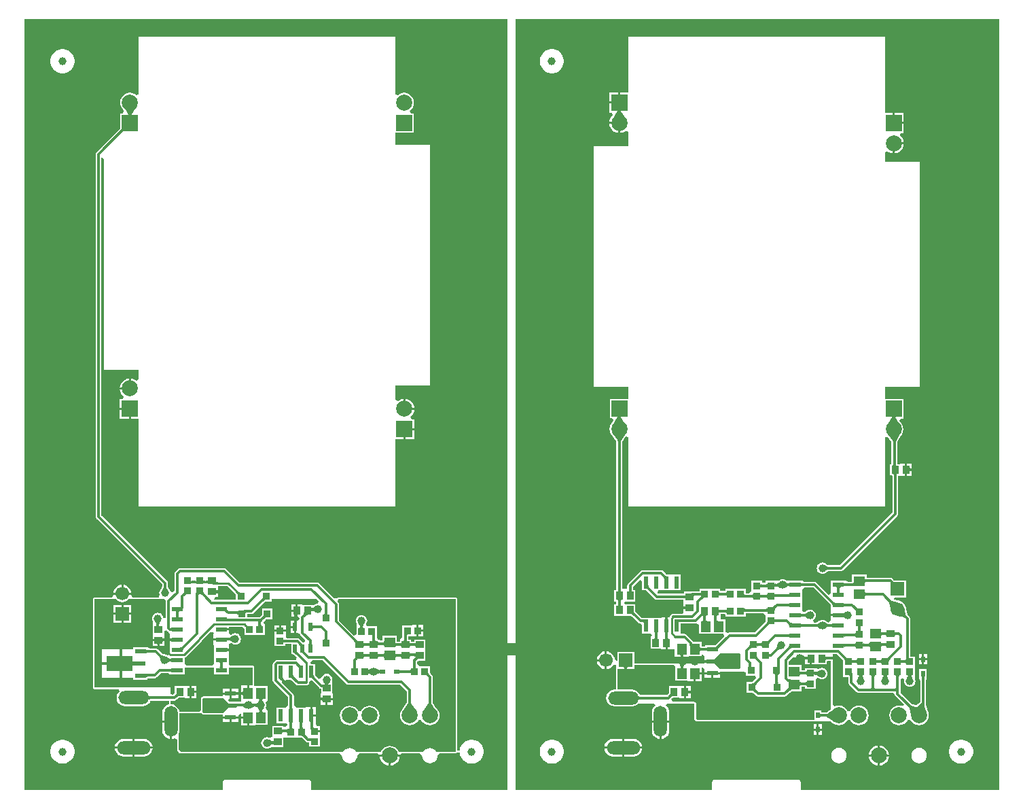
<source format=gtl>
G04*
G04 #@! TF.GenerationSoftware,Altium Limited,Altium Designer,23.10.1 (27)*
G04*
G04 Layer_Physical_Order=1*
G04 Layer_Color=255*
%FSLAX25Y25*%
%MOIN*%
G70*
G04*
G04 #@! TF.SameCoordinates,52E8BDB3-E784-467F-A169-E1E59ABD1491*
G04*
G04*
G04 #@! TF.FilePolarity,Positive*
G04*
G01*
G75*
%ADD14C,0.01000*%
%ADD23R,0.02362X0.06102*%
%ADD24R,0.03150X0.01968*%
%ADD25R,0.03543X0.03740*%
%ADD26R,0.03347X0.03740*%
%ADD27R,0.03543X0.03937*%
%ADD28R,0.05512X0.02362*%
%ADD29R,0.03937X0.02362*%
%ADD30R,0.05512X0.05118*%
%ADD31R,0.03937X0.03543*%
%ADD32R,0.01968X0.03937*%
%ADD33R,0.05709X0.02362*%
%ADD34R,0.07087X0.02362*%
%ADD35R,0.05118X0.05512*%
%ADD36R,0.01968X0.03150*%
%ADD37R,0.03740X0.03543*%
%ADD38R,0.03740X0.03347*%
%ADD65C,0.01200*%
%ADD66C,0.03937*%
%ADD67C,0.01000*%
%ADD68O,0.16535X0.06496*%
%ADD69O,0.15158X0.06496*%
%ADD70O,0.06496X0.15158*%
%ADD71C,0.07874*%
%ADD72R,0.06693X0.06693*%
%ADD73C,0.06693*%
%ADD74R,0.07874X0.07874*%
%ADD75R,0.06693X0.06693*%
G36*
X479295Y71400D02*
D01*
Y1020D01*
X381925Y1020D01*
Y4921D01*
X381847Y5311D01*
X381626Y5642D01*
X381296Y5863D01*
X380906Y5941D01*
X339567D01*
X339177Y5863D01*
X338846Y5642D01*
X338625Y5311D01*
X338547Y4921D01*
Y1020D01*
X242126D01*
Y62992D01*
Y66929D01*
X238189D01*
Y1020D01*
X141768Y1020D01*
Y4921D01*
X141690Y5311D01*
X141469Y5642D01*
X141138Y5863D01*
X140748Y5941D01*
X99410D01*
X99019Y5863D01*
X98689Y5642D01*
X98467Y5311D01*
X98390Y4921D01*
Y1020D01*
X1020D01*
X1020Y378902D01*
X238189D01*
Y94488D01*
Y72835D01*
X242126D01*
Y378902D01*
X479295D01*
X479295Y71400D01*
D02*
G37*
%LPC*%
G36*
X260451Y364173D02*
X259287D01*
X258146Y363946D01*
X257072Y363501D01*
X256104Y362855D01*
X255282Y362032D01*
X254636Y361065D01*
X254190Y359990D01*
X253963Y358849D01*
Y357686D01*
X254190Y356545D01*
X254636Y355470D01*
X255282Y354503D01*
X256104Y353681D01*
X257072Y353034D01*
X258146Y352589D01*
X259287Y352362D01*
X260451D01*
X261592Y352589D01*
X262666Y353034D01*
X263634Y353681D01*
X264456Y354503D01*
X265102Y355470D01*
X265548Y356545D01*
X265774Y357686D01*
Y358849D01*
X265548Y359990D01*
X265102Y361065D01*
X264456Y362032D01*
X263634Y362855D01*
X262666Y363501D01*
X261592Y363946D01*
X260451Y364173D01*
D02*
G37*
G36*
X20293D02*
X19130D01*
X17989Y363946D01*
X16914Y363501D01*
X15947Y362855D01*
X15124Y362032D01*
X14478Y361065D01*
X14033Y359990D01*
X13806Y358849D01*
Y357686D01*
X14033Y356545D01*
X14478Y355470D01*
X15124Y354503D01*
X15947Y353681D01*
X16914Y353034D01*
X17989Y352589D01*
X19130Y352362D01*
X20293D01*
X21434Y352589D01*
X22509Y353034D01*
X23476Y353681D01*
X24299Y354503D01*
X24945Y355470D01*
X25390Y356545D01*
X25617Y357686D01*
Y358849D01*
X25390Y359990D01*
X24945Y361065D01*
X24299Y362032D01*
X23476Y362855D01*
X22509Y363501D01*
X21434Y363946D01*
X20293Y364173D01*
D02*
G37*
G36*
X183097Y370079D02*
X57113D01*
Y350492D01*
X57113Y350492D01*
X57113Y350492D01*
Y342101D01*
X56754Y341826D01*
X55913Y341561D01*
X55171Y342130D01*
X54019Y342607D01*
X52782Y342770D01*
X51546Y342607D01*
X50393Y342130D01*
X49404Y341371D01*
X48645Y340381D01*
X48167Y339229D01*
X48004Y337992D01*
X48167Y336755D01*
X48645Y335603D01*
X48946Y335210D01*
X48976Y335146D01*
X49867Y333929D01*
X49258Y332729D01*
X48045D01*
Y325783D01*
X48042Y325764D01*
X48045Y325746D01*
Y325357D01*
X47972Y325252D01*
X47690Y324919D01*
X36419Y313647D01*
X36109Y313184D01*
X36001Y312638D01*
X36001Y312638D01*
Y134974D01*
X36001Y134974D01*
X36109Y134427D01*
X36419Y133964D01*
X68573Y101810D01*
Y100510D01*
X68572Y100507D01*
X68550Y100438D01*
X68426Y100164D01*
X68350Y100025D01*
X67940Y99399D01*
X67768Y99165D01*
X67738Y99100D01*
X67582Y98896D01*
X67303Y98223D01*
X67208Y97500D01*
X67303Y96777D01*
X67416Y96504D01*
X66919Y95514D01*
X66683Y95304D01*
X54128Y95304D01*
X53360Y96504D01*
X53390Y96733D01*
X49072D01*
X44754D01*
X44784Y96504D01*
X44016Y95304D01*
X35433Y95304D01*
X35121Y95242D01*
X34856Y95065D01*
X34679Y94800D01*
X34617Y94488D01*
X34617Y51227D01*
X34617Y51181D01*
X34617Y51181D01*
X34679Y50869D01*
X34856Y50604D01*
X35121Y50428D01*
X35433Y50365D01*
X35433Y50365D01*
X35479Y50365D01*
X47319Y50365D01*
X47727Y49165D01*
X47481Y48977D01*
X46832Y48131D01*
X46424Y47146D01*
X46285Y46090D01*
X46424Y45033D01*
X46832Y44048D01*
X47481Y43202D01*
X48326Y42553D01*
X49311Y42146D01*
X50368Y42006D01*
X59029D01*
X60086Y42146D01*
X61071Y42553D01*
X61916Y43202D01*
X62565Y44048D01*
X62781Y44569D01*
X62789Y44581D01*
X62792Y44595D01*
X62801Y44619D01*
X62865Y44633D01*
X63012Y44654D01*
X63113Y44662D01*
X72045D01*
Y43016D01*
X71897Y42945D01*
X70863Y42517D01*
X69976Y41836D01*
X69295Y40948D01*
X68867Y39915D01*
X68721Y38806D01*
Y34975D01*
X73006D01*
Y34475D01*
X73506D01*
Y25926D01*
X74115Y26006D01*
X74782Y26283D01*
X75982Y25701D01*
Y20852D01*
X75982Y20852D01*
X76045Y20540D01*
X76221Y20275D01*
X76221Y20275D01*
X76798Y19698D01*
Y18869D01*
X76845Y18869D01*
X114200Y18869D01*
X155766D01*
X156829Y17743D01*
X156958Y16763D01*
X157336Y15850D01*
X157937Y15067D01*
X158721Y14465D01*
X159634Y14087D01*
X160614Y13958D01*
X161593Y14087D01*
X162506Y14465D01*
X163290Y15067D01*
X163892Y15850D01*
X164270Y16763D01*
X164399Y17743D01*
X165461Y18869D01*
X174557D01*
X175107Y18243D01*
X180299D01*
X185491D01*
X186040Y18869D01*
X195137D01*
X196199Y17743D01*
X196328Y16763D01*
X196706Y15850D01*
X197307Y15067D01*
X198091Y14465D01*
X199004Y14087D01*
X199984Y13958D01*
X200963Y14087D01*
X201876Y14465D01*
X202660Y15067D01*
X203262Y15850D01*
X203640Y16763D01*
X203769Y17743D01*
X204831Y18869D01*
X212598D01*
X212911Y18932D01*
X213175Y19108D01*
X213323Y19329D01*
X213463Y19351D01*
X214589Y19127D01*
X214593Y19103D01*
X214597Y19087D01*
X214820Y17963D01*
X215265Y16888D01*
X215912Y15921D01*
X216734Y15098D01*
X217702Y14452D01*
X218776Y14006D01*
X219917Y13780D01*
X221081D01*
X222221Y14006D01*
X223296Y14452D01*
X224264Y15098D01*
X225086Y15921D01*
X225732Y16888D01*
X226178Y17963D01*
X226404Y19103D01*
Y20267D01*
X226178Y21408D01*
X225732Y22482D01*
X225086Y23450D01*
X224264Y24272D01*
X223296Y24918D01*
X222221Y25364D01*
X221081Y25591D01*
X219917D01*
X218776Y25364D01*
X217702Y24918D01*
X216734Y24272D01*
X215912Y23450D01*
X215265Y22482D01*
X214820Y21408D01*
X214693Y20765D01*
X214593Y20267D01*
X213491Y20313D01*
X213414Y20793D01*
X213414Y20317D01*
X213414D01*
X213414Y20865D01*
Y94488D01*
Y94488D01*
X213398D01*
X213388Y94537D01*
X213372Y94667D01*
X213358Y94692D01*
X213352Y94720D01*
X213279Y94830D01*
X213213Y94944D01*
X213191Y94961D01*
X213175Y94985D01*
X213066Y95058D01*
X212962Y95138D01*
X212934Y95146D01*
X212911Y95161D01*
X212781Y95187D01*
X212654Y95222D01*
X211488Y95302D01*
X211460Y95298D01*
X211432Y95304D01*
X155098D01*
X154786Y95242D01*
X154522Y95065D01*
X154503Y95037D01*
X153578Y94869D01*
X153107Y94912D01*
X145739Y102279D01*
X145276Y102589D01*
X144730Y102698D01*
X144730Y102698D01*
X106591D01*
X100009Y109279D01*
X99546Y109589D01*
X99000Y109697D01*
X99000Y109697D01*
X77270D01*
X76724Y109589D01*
X76261Y109279D01*
X76261Y109279D01*
X74991Y108009D01*
X74681Y107546D01*
X74573Y107000D01*
X74573Y107000D01*
Y98480D01*
X73844Y97905D01*
X73448Y98014D01*
X72655Y98325D01*
X72418Y98896D01*
X72265Y99096D01*
X72237Y99157D01*
X71897Y99633D01*
X71772Y99823D01*
X71564Y100182D01*
X71500Y100313D01*
X71454Y100426D01*
X71428Y100507D01*
X71427Y100510D01*
Y102401D01*
X71427Y102402D01*
X71319Y102948D01*
X71009Y103411D01*
X71009Y103411D01*
X38855Y135565D01*
Y310947D01*
X38905Y310980D01*
X40105Y310339D01*
Y207008D01*
X57113D01*
Y202092D01*
X55913Y201577D01*
X55272Y202068D01*
X54071Y202566D01*
X53282Y202670D01*
Y197756D01*
X52782D01*
Y197256D01*
X47869D01*
X47973Y196467D01*
X48470Y195266D01*
X49261Y194235D01*
X49707Y193893D01*
X49299Y192693D01*
X47845D01*
Y188256D01*
X52782D01*
Y187756D01*
X53282D01*
Y182819D01*
X57113D01*
Y165492D01*
Y139764D01*
X183097D01*
Y172819D01*
X186928D01*
Y177756D01*
X187428D01*
Y178256D01*
X192365D01*
Y182693D01*
X190911D01*
X190504Y183893D01*
X190949Y184235D01*
X191741Y185266D01*
X192238Y186467D01*
X192342Y187256D01*
X187428D01*
Y187756D01*
X186928D01*
Y192670D01*
X186139Y192566D01*
X184938Y192068D01*
X184297Y191577D01*
X183097Y192092D01*
Y199134D01*
X200105D01*
Y317244D01*
X183097D01*
Y323255D01*
X192165D01*
Y332729D01*
X190711D01*
X189913Y333795D01*
X189915Y333929D01*
X190806Y334614D01*
X191566Y335603D01*
X192043Y336755D01*
X192206Y337992D01*
X192043Y339229D01*
X191566Y340381D01*
X190806Y341371D01*
X189817Y342130D01*
X188665Y342607D01*
X187428Y342770D01*
X186191Y342607D01*
X185039Y342130D01*
X184297Y341561D01*
X183456Y341826D01*
X183097Y342101D01*
Y370079D01*
D02*
G37*
G36*
X292466Y342929D02*
X288029D01*
Y338492D01*
X292466D01*
Y342929D01*
D02*
G37*
G36*
X432549Y332929D02*
X428112D01*
Y328492D01*
X432549D01*
Y332929D01*
D02*
G37*
G36*
X292466Y327492D02*
X288053D01*
X288156Y326703D01*
X288654Y325502D01*
X289445Y324471D01*
X290477Y323680D01*
X291678Y323182D01*
X292466Y323078D01*
Y327492D01*
D02*
G37*
G36*
X423281Y370079D02*
X297297D01*
Y350256D01*
Y342929D01*
X293466D01*
Y337992D01*
X292966D01*
Y337492D01*
X288029D01*
Y333055D01*
X289483D01*
X289891Y331855D01*
X289445Y331513D01*
X288654Y330482D01*
X288156Y329281D01*
X288053Y328492D01*
X292966D01*
Y327992D01*
X293466D01*
Y323078D01*
X294255Y323182D01*
X295456Y323680D01*
X296097Y324171D01*
X297297Y323656D01*
Y316614D01*
X280289D01*
Y198504D01*
X297297D01*
Y192658D01*
X288229D01*
Y183184D01*
X289539D01*
X290109Y182129D01*
X289634Y181403D01*
X289164Y180773D01*
X289133Y180706D01*
X288829Y180310D01*
X288351Y179158D01*
X288189Y177921D01*
X288351Y176685D01*
X288829Y175532D01*
X289133Y175135D01*
X289163Y175071D01*
X290455Y173310D01*
X291275Y172091D01*
X291431Y171828D01*
X291531Y171636D01*
X291546Y171600D01*
Y98999D01*
X291539Y98926D01*
X291530Y98872D01*
X290408D01*
Y93335D01*
X291537D01*
X291546Y93281D01*
X291552Y93208D01*
Y91999D01*
X291546Y91926D01*
X291537Y91872D01*
X290408D01*
Y86335D01*
X294523D01*
X295551Y86335D01*
X296751Y86335D01*
X298339D01*
X298357Y86331D01*
X298376Y86335D01*
X298764D01*
X298870Y86262D01*
X299203Y85980D01*
X302267Y82915D01*
X302267Y82915D01*
X302730Y82606D01*
X303277Y82497D01*
X304156Y81752D01*
Y77622D01*
X307956D01*
X308118Y77622D01*
X308408D01*
X309039Y76968D01*
X308530Y75769D01*
X308271D01*
Y70231D01*
X313386D01*
Y70031D01*
X315657D01*
Y73000D01*
X316657D01*
Y70031D01*
X318929D01*
Y70031D01*
X320098Y69956D01*
Y66268D01*
X322921D01*
X322989Y66469D01*
X323020Y66597D01*
X323003Y66698D01*
X322961Y66856D01*
X322907Y66989D01*
X322841Y67098D01*
X322763Y67183D01*
X322673Y67244D01*
X322571Y67280D01*
X322457Y67292D01*
X323157D01*
Y70024D01*
X324157D01*
Y67292D01*
X324857D01*
X324743Y67280D01*
X324641Y67244D01*
X324551Y67183D01*
X324473Y67098D01*
X324407Y66989D01*
X324353Y66856D01*
X324340Y66806D01*
X324363Y66749D01*
X324446Y66593D01*
X324552Y66421D01*
X324658Y66268D01*
X327216D01*
Y66468D01*
X333315D01*
Y67297D01*
X333726Y67469D01*
X334890Y66655D01*
X334875Y66205D01*
X334875D01*
Y64605D01*
X334915Y64606D01*
X335120Y64624D01*
X335299Y64653D01*
X335455Y64695D01*
X335588Y64748D01*
X335696Y64814D01*
X335780Y64891D01*
X335840Y64980D01*
X335876Y65080D01*
X335888Y65193D01*
Y62855D01*
X335876Y62959D01*
X335840Y63051D01*
X335780Y63133D01*
X335696Y63204D01*
X335588Y63264D01*
X335455Y63313D01*
X335299Y63351D01*
X335120Y63378D01*
X334915Y63395D01*
X334875Y63396D01*
Y62992D01*
X332015D01*
X331895Y62923D01*
X331672Y62777D01*
X331182Y62426D01*
X330757Y62992D01*
X329243D01*
X328818Y62426D01*
X328328Y62777D01*
X328104Y62923D01*
X327985Y62992D01*
X326015D01*
X325896Y62923D01*
X325672Y62777D01*
X325313Y62520D01*
X325211Y62409D01*
X324681Y61765D01*
X324552Y61579D01*
X324446Y61407D01*
X324363Y61251D01*
X324347Y61213D01*
X324353Y61192D01*
X324407Y61059D01*
X324473Y60950D01*
X324551Y60865D01*
X324641Y60804D01*
X324743Y60768D01*
X324857Y60756D01*
X322457D01*
X322571Y60768D01*
X322673Y60804D01*
X322763Y60865D01*
X322841Y60950D01*
X322907Y61059D01*
X322961Y61192D01*
X323003Y61350D01*
X323015Y61422D01*
X322989Y61531D01*
X322937Y61702D01*
X322869Y61887D01*
X322689Y62293D01*
X322449Y62750D01*
X322309Y62992D01*
X300323D01*
Y68654D01*
X292030D01*
Y64417D01*
X291902Y64372D01*
X291760Y64389D01*
X290627Y65199D01*
X290568Y65642D01*
X290131Y66699D01*
X289434Y67607D01*
X288526Y68304D01*
X287469Y68742D01*
X286834Y68826D01*
Y64507D01*
Y60189D01*
X287469Y60273D01*
X288526Y60711D01*
X289434Y61407D01*
X290131Y62315D01*
X290139Y62335D01*
X291339Y62096D01*
X291339Y50146D01*
X290578D01*
X289522Y50007D01*
X288537Y49599D01*
X287691Y48950D01*
X287042Y48105D01*
X286634Y47120D01*
X286495Y46063D01*
X286634Y45006D01*
X287042Y44021D01*
X287691Y43176D01*
X288537Y42527D01*
X289522Y42119D01*
X290578Y41980D01*
X299240D01*
X300296Y42119D01*
X301281Y42527D01*
X302127Y43176D01*
X302227Y43307D01*
X310167D01*
X310575Y42107D01*
X310186Y41809D01*
X309505Y40922D01*
X309077Y39889D01*
X308931Y38780D01*
Y34949D01*
X313216D01*
X317501D01*
Y38780D01*
X317355Y39889D01*
X316927Y40922D01*
X316246Y41809D01*
X315858Y42107D01*
X316265Y43307D01*
X329835D01*
Y35433D01*
X330735Y34533D01*
X396613D01*
X397166Y34163D01*
X397792Y33686D01*
X397863Y33651D01*
X398294Y33320D01*
X399446Y32843D01*
X400683Y32680D01*
X401920Y32843D01*
X403072Y33320D01*
X404061Y34080D01*
X404821Y35069D01*
X404955Y35393D01*
X406254D01*
X406388Y35069D01*
X407147Y34080D01*
X408137Y33320D01*
X409289Y32843D01*
X410525Y32680D01*
X411762Y32843D01*
X412914Y33320D01*
X413904Y34080D01*
X414663Y35069D01*
X415140Y36222D01*
X415303Y37458D01*
X415140Y38695D01*
X414663Y39847D01*
X413904Y40837D01*
X412914Y41596D01*
X411762Y42073D01*
X410525Y42236D01*
X409289Y42073D01*
X408137Y41596D01*
X407147Y40837D01*
X406388Y39847D01*
X406254Y39523D01*
X404955D01*
X404821Y39847D01*
X404061Y40837D01*
X403072Y41596D01*
X401920Y42073D01*
X400683Y42236D01*
X399446Y42073D01*
X398864Y41832D01*
X397706Y42509D01*
X397664Y42575D01*
Y67441D01*
X399773D01*
X402422Y64792D01*
X402617Y64582D01*
X402750Y64415D01*
X402830Y64300D01*
Y63912D01*
X402826Y63893D01*
X402830Y63875D01*
X402830Y61456D01*
X402830Y60256D01*
Y56338D01*
X405327D01*
X405336Y56283D01*
X405343Y56209D01*
Y53730D01*
X405343Y53730D01*
X405451Y53184D01*
X405761Y52721D01*
X409491Y48991D01*
X409491Y48991D01*
X409954Y48681D01*
X410500Y48573D01*
X427114D01*
X428073Y48011D01*
X428181Y47465D01*
X428491Y47002D01*
X432596Y42896D01*
X431917Y41879D01*
X431447Y42073D01*
X430210Y42236D01*
X428974Y42073D01*
X427821Y41596D01*
X426832Y40837D01*
X426073Y39847D01*
X425595Y38695D01*
X425433Y37458D01*
X425595Y36222D01*
X426073Y35069D01*
X426832Y34080D01*
X427821Y33320D01*
X428974Y32843D01*
X430210Y32680D01*
X431447Y32843D01*
X432599Y33320D01*
X433589Y34080D01*
X434348Y35069D01*
X434482Y35393D01*
X435781D01*
X435915Y35069D01*
X436674Y34080D01*
X437664Y33320D01*
X438816Y32843D01*
X440053Y32680D01*
X441290Y32843D01*
X442442Y33320D01*
X443432Y34080D01*
X444191Y35069D01*
X444668Y36222D01*
X444831Y37458D01*
X444668Y38695D01*
X444566Y38941D01*
X444564Y38953D01*
X444139Y40254D01*
X443577Y42117D01*
X443446Y42653D01*
X443427Y42756D01*
Y54383D01*
X443784Y55582D01*
X443788Y56394D01*
X443784Y56412D01*
X443784Y56782D01*
Y60331D01*
X440216D01*
Y56782D01*
X440216Y56412D01*
X440212Y56394D01*
X440216Y55582D01*
X440573Y54385D01*
Y43840D01*
X438818Y42458D01*
X438575Y42496D01*
X437133Y42780D01*
X436836Y42856D01*
X436630Y42921D01*
X436594Y42936D01*
X430927Y48602D01*
Y50000D01*
Y55144D01*
X431412Y55648D01*
X432527Y55657D01*
X432824Y55386D01*
X432823Y55141D01*
X432803Y55093D01*
X432708Y54370D01*
X432803Y53647D01*
X433082Y52974D01*
X433526Y52396D01*
X434104Y51952D01*
X434777Y51673D01*
X435500Y51578D01*
X436223Y51673D01*
X436896Y51952D01*
X437474Y52396D01*
X437918Y52974D01*
X438197Y53647D01*
X438292Y54370D01*
X438197Y55093D01*
X438177Y55141D01*
X438170Y56338D01*
X438170Y56338D01*
Y60256D01*
X438170Y61284D01*
X438170Y62484D01*
Y62992D01*
Y66402D01*
X435674D01*
X435664Y66461D01*
X435657Y66533D01*
Y84927D01*
X435657Y84928D01*
X435549Y85474D01*
X435239Y85937D01*
X435239Y85937D01*
X434293Y86883D01*
X433713Y89619D01*
X433620Y90247D01*
X433596Y90316D01*
X433540Y90740D01*
X433122Y91749D01*
X432457Y92615D01*
X431591Y93279D01*
X430582Y93697D01*
X430166Y93752D01*
X430104Y93775D01*
X427878Y94143D01*
X427829Y94153D01*
X427963Y95354D01*
X433646D01*
Y103647D01*
X427951D01*
X427943Y103651D01*
X427862Y103708D01*
X427500Y104019D01*
X427009Y104509D01*
X426546Y104819D01*
X426000Y104927D01*
X426000Y104927D01*
X414450D01*
X414376Y104934D01*
X414323Y104943D01*
Y106516D01*
X407211D01*
Y103046D01*
X407156Y103037D01*
X407083Y103031D01*
X405344D01*
X404149Y103585D01*
X403337Y103588D01*
X403319Y103585D01*
X402949Y103585D01*
X396841D01*
Y99622D01*
X396841D01*
Y98585D01*
X396841D01*
Y97171D01*
X395732Y96712D01*
X389831Y102613D01*
X389368Y102922D01*
X388822Y103031D01*
X388822Y103031D01*
X383887D01*
X382693Y103585D01*
X381881Y103588D01*
X381862Y103585D01*
X381493Y103585D01*
X375384D01*
X375384Y103585D01*
X374333Y103944D01*
X373723Y104197D01*
X373000Y104292D01*
X372277Y104197D01*
X371604Y103918D01*
X371295Y103681D01*
X370170Y103532D01*
X370170Y103532D01*
X364830D01*
Y102502D01*
X364776Y102493D01*
X364703Y102487D01*
X363298D01*
X363224Y102493D01*
X363170Y102502D01*
Y103532D01*
X357830D01*
Y99614D01*
X357830Y98516D01*
X356636Y97368D01*
X355101D01*
X355028Y97375D01*
X354973Y97384D01*
Y99670D01*
X351055D01*
X350027Y99670D01*
X348827Y99670D01*
X344909D01*
Y98444D01*
X344850Y98434D01*
X344778Y98427D01*
X342601D01*
X342527Y98434D01*
X342473Y98443D01*
Y99670D01*
X338555D01*
X337527Y99670D01*
X336327Y99670D01*
X332409D01*
Y98280D01*
X332350Y98270D01*
X332278Y98264D01*
X328680D01*
X328679Y98264D01*
X328542Y98237D01*
X324739D01*
Y97108D01*
X324686Y97099D01*
X324612Y97092D01*
X312132D01*
X311643Y97708D01*
X312165Y98882D01*
X313118D01*
Y98882D01*
X314156D01*
Y98882D01*
X317956D01*
X318118Y98882D01*
X319156D01*
X319318Y98882D01*
X323118D01*
Y106585D01*
X319318D01*
X319156Y106585D01*
X318118D01*
X317956Y106585D01*
X316684D01*
X316665Y106588D01*
X316647Y106585D01*
X316258D01*
X316153Y106658D01*
X315820Y106939D01*
X314566Y108194D01*
X314103Y108503D01*
X313556Y108612D01*
X313556Y108612D01*
X304376D01*
X303830Y108503D01*
X303367Y108194D01*
X303367Y108194D01*
X297285Y102112D01*
X296976Y101649D01*
X296867Y101103D01*
X296867Y101103D01*
Y100066D01*
X296444Y99624D01*
X294826Y99623D01*
X294401Y100066D01*
Y171533D01*
X296097Y174129D01*
X297292Y173773D01*
X297297Y173769D01*
Y166339D01*
Y139764D01*
X423281D01*
Y165256D01*
Y173647D01*
X423448Y173775D01*
X424481Y174081D01*
X425372Y172998D01*
X426260Y171821D01*
X426427Y171569D01*
X426534Y171387D01*
X426541Y171373D01*
Y160825D01*
X426534Y160751D01*
X426525Y160698D01*
X425752D01*
Y155161D01*
X426881D01*
X426890Y155107D01*
X426896Y155033D01*
Y136915D01*
X401087Y111105D01*
X395647D01*
X395644Y111106D01*
X395576Y111128D01*
X395301Y111251D01*
X395162Y111328D01*
X394536Y111737D01*
X394302Y111909D01*
X394237Y111940D01*
X394034Y112096D01*
X393360Y112375D01*
X392637Y112470D01*
X391915Y112375D01*
X391241Y112096D01*
X390663Y111652D01*
X390219Y111074D01*
X389940Y110400D01*
X389845Y109678D01*
X389940Y108955D01*
X390219Y108282D01*
X390663Y107703D01*
X391241Y107259D01*
X391915Y106981D01*
X392637Y106885D01*
X393360Y106981D01*
X394034Y107259D01*
X394234Y107413D01*
X394294Y107440D01*
X394770Y107781D01*
X394961Y107906D01*
X395320Y108114D01*
X395451Y108177D01*
X395563Y108223D01*
X395644Y108250D01*
X395647Y108250D01*
X401678D01*
X401678Y108250D01*
X402224Y108359D01*
X402687Y108668D01*
X429333Y135315D01*
X429333Y135315D01*
X429643Y135778D01*
X429751Y136324D01*
Y154757D01*
X430867Y154961D01*
X430867Y154961D01*
X430867Y154961D01*
X433139D01*
Y157929D01*
Y160898D01*
X430867D01*
Y160698D01*
X429411D01*
X429402Y160751D01*
X429395Y160825D01*
Y171468D01*
X431141Y174476D01*
X431569Y175124D01*
X431576Y175141D01*
X431750Y175367D01*
X432227Y176519D01*
X432390Y177756D01*
X432227Y178992D01*
X431750Y180145D01*
X431448Y180538D01*
X431418Y180602D01*
X430527Y181819D01*
X431136Y183019D01*
X432349D01*
Y192493D01*
X423281D01*
Y198504D01*
X440290D01*
X440289Y198505D01*
Y308740D01*
X423281D01*
Y313656D01*
X424481Y314171D01*
X425122Y313680D01*
X426323Y313182D01*
X427112Y313078D01*
Y317992D01*
X427612D01*
Y318492D01*
X432526D01*
X432422Y319281D01*
X431924Y320482D01*
X431133Y321513D01*
X430688Y321855D01*
X431095Y323055D01*
X432549D01*
Y327492D01*
X427612D01*
Y327992D01*
X427112D01*
Y332929D01*
X423281D01*
Y370079D01*
D02*
G37*
G36*
X432526Y317492D02*
X428112D01*
Y313078D01*
X428901Y313182D01*
X430102Y313680D01*
X431133Y314471D01*
X431924Y315502D01*
X432422Y316703D01*
X432526Y317492D01*
D02*
G37*
G36*
X52282Y202670D02*
X51494Y202566D01*
X50293Y202068D01*
X49261Y201277D01*
X48470Y200246D01*
X47973Y199045D01*
X47869Y198256D01*
X52282D01*
Y202670D01*
D02*
G37*
G36*
X187928Y192670D02*
Y188256D01*
X192342D01*
X192238Y189045D01*
X191741Y190246D01*
X190949Y191277D01*
X189918Y192068D01*
X188717Y192566D01*
X187928Y192670D01*
D02*
G37*
G36*
X52282Y187256D02*
X47845D01*
Y182819D01*
X52282D01*
Y187256D01*
D02*
G37*
G36*
X192365Y177256D02*
X187928D01*
Y172819D01*
X192365D01*
Y177256D01*
D02*
G37*
G36*
X436411Y160898D02*
X434139D01*
Y158429D01*
X435387D01*
Y159129D01*
X435399Y159015D01*
X435435Y158913D01*
X435496Y158823D01*
X435580Y158745D01*
X435689Y158679D01*
X435823Y158625D01*
X435980Y158583D01*
X436162Y158553D01*
X436368Y158535D01*
X436411Y158534D01*
Y160898D01*
D02*
G37*
G36*
X435387Y157429D02*
X434139D01*
Y154961D01*
X436411D01*
Y157324D01*
X436368Y157323D01*
X436162Y157305D01*
X435980Y157275D01*
X435823Y157233D01*
X435689Y157179D01*
X435580Y157113D01*
X435496Y157035D01*
X435435Y156945D01*
X435399Y156843D01*
X435387Y156729D01*
Y157429D01*
D02*
G37*
G36*
X49572Y101551D02*
Y97733D01*
X53390D01*
X53307Y98368D01*
X52869Y99425D01*
X52172Y100333D01*
X51264Y101030D01*
X50207Y101468D01*
X49572Y101551D01*
D02*
G37*
G36*
X48572Y101551D02*
X47938Y101468D01*
X46880Y101030D01*
X45972Y100333D01*
X45276Y99425D01*
X44838Y98368D01*
X44754Y97733D01*
X48572D01*
Y101551D01*
D02*
G37*
G36*
X443984Y67618D02*
X442500D01*
Y65543D01*
X443984D01*
Y67618D01*
D02*
G37*
G36*
X441500D02*
X440016D01*
Y65543D01*
X441500D01*
Y67618D01*
D02*
G37*
G36*
X285834Y68826D02*
X285199Y68742D01*
X284142Y68304D01*
X283234Y67607D01*
X282537Y66699D01*
X282099Y65642D01*
X282016Y65007D01*
X285834D01*
Y68826D01*
D02*
G37*
G36*
X325182Y62992D02*
X322349D01*
X325182Y62681D01*
Y62992D01*
D02*
G37*
G36*
X443984Y64543D02*
X442500D01*
Y62468D01*
X443984D01*
Y62992D01*
Y64543D01*
D02*
G37*
G36*
X441500D02*
X440016D01*
Y62468D01*
X441500D01*
Y64543D01*
D02*
G37*
G36*
X285834Y64007D02*
X283050D01*
X282016D01*
X282099Y63373D01*
X282537Y62315D01*
X283234Y61407D01*
X284142Y60711D01*
X285199Y60273D01*
X285834Y60189D01*
Y64007D01*
D02*
G37*
G36*
X392352Y33077D02*
X390868D01*
Y31003D01*
X392352D01*
Y33077D01*
D02*
G37*
G36*
X389868D02*
X388384D01*
Y31003D01*
X389868D01*
Y33077D01*
D02*
G37*
G36*
X392352Y30002D02*
X390868D01*
Y27928D01*
X392352D01*
Y30002D01*
D02*
G37*
G36*
X389868D02*
X388384D01*
Y27928D01*
X389868D01*
Y30002D01*
D02*
G37*
G36*
X72506Y33975D02*
X68721D01*
Y30145D01*
X68867Y29036D01*
X69295Y28002D01*
X69976Y27115D01*
X70863Y26434D01*
X71897Y26006D01*
X72506Y25926D01*
Y33975D01*
D02*
G37*
G36*
X312716Y33949D02*
X308931D01*
Y30118D01*
X309077Y29009D01*
X309505Y27976D01*
X310186Y27088D01*
X311074Y26408D01*
X312107Y25979D01*
X312716Y25899D01*
Y33949D01*
D02*
G37*
G36*
X317501D02*
X313716D01*
Y25899D01*
X314325Y25979D01*
X315358Y26408D01*
X316246Y27088D01*
X316927Y27976D01*
X317355Y29009D01*
X317501Y30118D01*
Y33949D01*
D02*
G37*
G36*
X59718Y25965D02*
X55199D01*
Y22180D01*
X63937D01*
X63857Y22789D01*
X63429Y23822D01*
X62748Y24710D01*
X61861Y25391D01*
X60827Y25819D01*
X59718Y25965D01*
D02*
G37*
G36*
X54198D02*
X49679D01*
X48570Y25819D01*
X47537Y25391D01*
X46649Y24710D01*
X45968Y23822D01*
X45540Y22789D01*
X45460Y22180D01*
X54198D01*
Y25965D01*
D02*
G37*
G36*
X299929Y25938D02*
X295409D01*
Y22154D01*
X304148D01*
X304067Y22762D01*
X303639Y23796D01*
X302958Y24683D01*
X302071Y25364D01*
X301038Y25792D01*
X299929Y25938D01*
D02*
G37*
G36*
X294409D02*
X289889D01*
X288780Y25792D01*
X287747Y25364D01*
X286860Y24683D01*
X286179Y23796D01*
X285751Y22762D01*
X285670Y22154D01*
X294409D01*
Y25938D01*
D02*
G37*
G36*
X420868Y22687D02*
Y18273D01*
X425282D01*
X425178Y19062D01*
X424680Y20263D01*
X423889Y21294D01*
X422858Y22085D01*
X421657Y22583D01*
X420868Y22687D01*
D02*
G37*
G36*
X419868D02*
X419079Y22583D01*
X417878Y22085D01*
X416847Y21294D01*
X416055Y20263D01*
X415558Y19062D01*
X415454Y18273D01*
X419868D01*
Y22687D01*
D02*
G37*
G36*
X63937Y21180D02*
X55199D01*
Y17395D01*
X59718D01*
X60827Y17541D01*
X61861Y17969D01*
X62748Y18650D01*
X63429Y19538D01*
X63857Y20571D01*
X63937Y21180D01*
D02*
G37*
G36*
X54198D02*
X45460D01*
X45540Y20571D01*
X45968Y19538D01*
X46649Y18650D01*
X47537Y17969D01*
X48570Y17541D01*
X49679Y17395D01*
X54198D01*
Y21180D01*
D02*
G37*
G36*
X304148Y21154D02*
X295409D01*
Y17369D01*
X299929D01*
X301038Y17515D01*
X302071Y17943D01*
X302958Y18624D01*
X303639Y19511D01*
X304067Y20545D01*
X304148Y21154D01*
D02*
G37*
G36*
X294409D02*
X285670D01*
X285751Y20545D01*
X286179Y19511D01*
X286860Y18624D01*
X287747Y17943D01*
X288780Y17515D01*
X289889Y17369D01*
X294409D01*
Y21154D01*
D02*
G37*
G36*
X440053Y21558D02*
X439073Y21429D01*
X438160Y21051D01*
X437376Y20449D01*
X436775Y19666D01*
X436397Y18753D01*
X436268Y17773D01*
X436397Y16793D01*
X436775Y15880D01*
X437376Y15097D01*
X438160Y14495D01*
X439073Y14117D01*
X440053Y13988D01*
X441033Y14117D01*
X441946Y14495D01*
X442730Y15097D01*
X443331Y15880D01*
X443709Y16793D01*
X443838Y17773D01*
X443709Y18753D01*
X443331Y19666D01*
X442730Y20449D01*
X441946Y21051D01*
X441033Y21429D01*
X440053Y21558D01*
D02*
G37*
G36*
X400683D02*
X399703Y21429D01*
X398790Y21051D01*
X398006Y20449D01*
X397405Y19666D01*
X397027Y18753D01*
X396898Y17773D01*
X397027Y16793D01*
X397405Y15880D01*
X398006Y15097D01*
X398790Y14495D01*
X399703Y14117D01*
X400683Y13988D01*
X401663Y14117D01*
X402575Y14495D01*
X403359Y15097D01*
X403961Y15880D01*
X404339Y16793D01*
X404468Y17773D01*
X404339Y18753D01*
X403961Y19666D01*
X403359Y20449D01*
X402575Y21051D01*
X401663Y21429D01*
X400683Y21558D01*
D02*
G37*
G36*
X461238Y25591D02*
X460075D01*
X458934Y25364D01*
X457859Y24918D01*
X456892Y24272D01*
X456069Y23450D01*
X455423Y22482D01*
X454978Y21408D01*
X454751Y20267D01*
Y19103D01*
X454978Y17963D01*
X455423Y16888D01*
X456069Y15921D01*
X456892Y15098D01*
X457859Y14452D01*
X458934Y14006D01*
X460075Y13780D01*
X461238D01*
X462379Y14006D01*
X463454Y14452D01*
X464421Y15098D01*
X465243Y15921D01*
X465890Y16888D01*
X466335Y17963D01*
X466562Y19103D01*
Y20267D01*
X466335Y21408D01*
X465890Y22482D01*
X465243Y23450D01*
X464421Y24272D01*
X463454Y24918D01*
X462379Y25364D01*
X461238Y25591D01*
D02*
G37*
G36*
X260451D02*
X259287D01*
X258146Y25364D01*
X257072Y24918D01*
X256104Y24272D01*
X255282Y23450D01*
X254636Y22482D01*
X254190Y21408D01*
X253963Y20267D01*
Y19103D01*
X254190Y17963D01*
X254636Y16888D01*
X255282Y15921D01*
X256104Y15098D01*
X257072Y14452D01*
X258146Y14006D01*
X259287Y13780D01*
X260451D01*
X261592Y14006D01*
X262666Y14452D01*
X263634Y15098D01*
X264456Y15921D01*
X265102Y16888D01*
X265548Y17963D01*
X265774Y19103D01*
Y20267D01*
X265548Y21408D01*
X265102Y22482D01*
X264456Y23450D01*
X263634Y24272D01*
X262666Y24918D01*
X261592Y25364D01*
X260451Y25591D01*
D02*
G37*
G36*
X20293D02*
X19130D01*
X17989Y25364D01*
X16914Y24918D01*
X15947Y24272D01*
X15124Y23450D01*
X14478Y22482D01*
X14033Y21408D01*
X13806Y20267D01*
Y19103D01*
X14033Y17963D01*
X14478Y16888D01*
X15124Y15921D01*
X15947Y15098D01*
X16914Y14452D01*
X17989Y14006D01*
X19130Y13780D01*
X20293D01*
X21434Y14006D01*
X22509Y14452D01*
X23476Y15098D01*
X24299Y15921D01*
X24945Y16888D01*
X25390Y17963D01*
X25617Y19103D01*
Y20267D01*
X25390Y21408D01*
X24945Y22482D01*
X24299Y23450D01*
X23476Y24272D01*
X22509Y24918D01*
X21434Y25364D01*
X20293Y25591D01*
D02*
G37*
G36*
X425282Y17273D02*
X420868D01*
Y12859D01*
X421657Y12963D01*
X422858Y13461D01*
X423889Y14252D01*
X424680Y15283D01*
X425178Y16484D01*
X425282Y17273D01*
D02*
G37*
G36*
X419868D02*
X415454D01*
X415558Y16484D01*
X416055Y15283D01*
X416847Y14252D01*
X417878Y13461D01*
X419079Y12963D01*
X419868Y12859D01*
Y17273D01*
D02*
G37*
G36*
X185213Y17243D02*
X180799D01*
Y12829D01*
X181588Y12933D01*
X182789Y13431D01*
X183820Y14222D01*
X184611Y15253D01*
X185109Y16454D01*
X185213Y17243D01*
D02*
G37*
G36*
X179799D02*
X175385D01*
X175489Y16454D01*
X175986Y15253D01*
X176778Y14222D01*
X177809Y13431D01*
X179010Y12933D01*
X179799Y12829D01*
Y17243D01*
D02*
G37*
%LPD*%
G36*
X55446Y334978D02*
X53580Y332130D01*
X53598Y332099D01*
X53676Y332014D01*
X53766Y331954D01*
X53868Y331917D01*
X53982Y331905D01*
X53433D01*
X53408Y331867D01*
X53382Y331739D01*
X52182D01*
X52157Y331867D01*
X52141Y331905D01*
X51582D01*
X51696Y331917D01*
X51798Y331954D01*
X51888Y332014D01*
X51966Y332099D01*
X52015Y332179D01*
X51953Y332297D01*
X51775Y332599D01*
X50934Y333853D01*
X49634Y335628D01*
X55931D01*
X55446Y334978D01*
D02*
G37*
G36*
X50555Y324067D02*
X50461Y324135D01*
X50351Y324169D01*
X50223D01*
X50079Y324135D01*
X49918Y324067D01*
X49740Y323965D01*
X49545Y323830D01*
X49333Y323660D01*
X48857Y323219D01*
X48009Y324067D01*
X48246Y324313D01*
X48620Y324754D01*
X48756Y324950D01*
X48857Y325128D01*
X48925Y325289D01*
X48959Y325433D01*
Y325560D01*
X48925Y325671D01*
X48857Y325764D01*
X50555Y324067D01*
D02*
G37*
G36*
X91056Y101974D02*
X91045Y102069D01*
X91015Y102154D01*
X90964Y102229D01*
X90894Y102294D01*
X90803Y102349D01*
X90691Y102394D01*
X90560Y102429D01*
X90408Y102454D01*
X90236Y102469D01*
X90043Y102474D01*
Y103474D01*
X90236Y103479D01*
X90408Y103494D01*
X90560Y103519D01*
X90691Y103554D01*
X90803Y103599D01*
X90894Y103654D01*
X90964Y103719D01*
X91015Y103794D01*
X91045Y103879D01*
X91056Y103974D01*
Y101974D01*
D02*
G37*
G36*
X88856Y103879D02*
X88887Y103794D01*
X88937Y103719D01*
X89008Y103654D01*
X89099Y103599D01*
X89210Y103554D01*
X89342Y103519D01*
X89494Y103494D01*
X89666Y103479D01*
X89858Y103474D01*
Y102474D01*
X89666Y102469D01*
X89494Y102454D01*
X89342Y102429D01*
X89210Y102394D01*
X89099Y102349D01*
X89008Y102294D01*
X88937Y102229D01*
X88887Y102154D01*
X88856Y102069D01*
X88846Y101974D01*
Y103974D01*
X88856Y103879D01*
D02*
G37*
G36*
X85154Y101974D02*
X85144Y102069D01*
X85113Y102154D01*
X85063Y102229D01*
X84992Y102294D01*
X84901Y102349D01*
X84790Y102394D01*
X84658Y102429D01*
X84506Y102454D01*
X84334Y102469D01*
X84142Y102474D01*
Y103474D01*
X84334Y103479D01*
X84506Y103494D01*
X84658Y103519D01*
X84790Y103554D01*
X84901Y103599D01*
X84992Y103654D01*
X85063Y103719D01*
X85113Y103794D01*
X85144Y103879D01*
X85154Y103974D01*
Y101974D01*
D02*
G37*
G36*
X82972Y103879D02*
X83002Y103794D01*
X83052Y103719D01*
X83123Y103654D01*
X83214Y103599D01*
X83326Y103554D01*
X83457Y103519D01*
X83609Y103494D01*
X83781Y103479D01*
X83973Y103474D01*
Y102474D01*
X83781Y102469D01*
X83609Y102454D01*
X83457Y102429D01*
X83326Y102394D01*
X83214Y102349D01*
X83123Y102294D01*
X83052Y102229D01*
X83002Y102154D01*
X82972Y102069D01*
X82961Y101974D01*
Y103974D01*
X82972Y103879D01*
D02*
G37*
G36*
X94955Y103291D02*
X94986Y103206D01*
X95037Y103131D01*
X95108Y103066D01*
X95200Y103011D01*
X95311Y102966D01*
X95442Y102931D01*
X95594Y102906D01*
X95765Y102891D01*
X95956Y102886D01*
Y101886D01*
X94956Y101898D01*
X94945Y103386D01*
X94955Y103291D01*
D02*
G37*
G36*
X104430Y97093D02*
X104585Y96926D01*
X104693Y96793D01*
X104728Y96743D01*
Y94157D01*
X94352D01*
X94209Y94371D01*
X94850Y95571D01*
X95969D01*
Y97392D01*
X95956Y97399D01*
X95795Y97474D01*
X95648Y97528D01*
X95630Y97532D01*
X95538Y97517D01*
X95381Y97475D01*
X95248Y97421D01*
X95138Y97355D01*
X95054Y97277D01*
X94993Y97187D01*
X94957Y97085D01*
X94945Y96971D01*
Y97843D01*
X93000D01*
Y98843D01*
X94945D01*
Y99371D01*
X94957Y99257D01*
X94993Y99155D01*
X95054Y99065D01*
X95138Y98987D01*
X95248Y98921D01*
X95381Y98867D01*
X95474Y98843D01*
X95909D01*
X95933Y98849D01*
X95969Y98862D01*
Y101060D01*
X100463D01*
X104430Y97093D01*
D02*
G37*
G36*
X70610Y100433D02*
X70639Y100296D01*
X70688Y100145D01*
X70756Y99979D01*
X70843Y99799D01*
X71077Y99396D01*
X71223Y99172D01*
X71574Y98682D01*
X68426D01*
X68611Y98934D01*
X69049Y99604D01*
X69156Y99799D01*
X69312Y100145D01*
X69361Y100296D01*
X69390Y100433D01*
X69400Y100556D01*
X70600D01*
X70610Y100433D01*
D02*
G37*
G36*
X80954Y96766D02*
X80862Y96833D01*
X80752Y96865D01*
X80626Y96864D01*
X80482Y96829D01*
X80321Y96760D01*
X80143Y96657D01*
X79947Y96520D01*
X79734Y96349D01*
X79257Y95905D01*
X78409Y96754D01*
X78648Y97001D01*
X79023Y97444D01*
X79160Y97639D01*
X79263Y97817D01*
X79332Y97979D01*
X79367Y98123D01*
X79369Y98249D01*
X79336Y98359D01*
X79269Y98451D01*
X80954Y96766D01*
D02*
G37*
G36*
X105746Y98366D02*
X106115Y98053D01*
X106278Y97938D01*
X106426Y97852D01*
X106561Y97794D01*
X106681Y97765D01*
X106786Y97764D01*
X106877Y97791D01*
X106954Y97846D01*
X105552Y96444D01*
X105607Y96521D01*
X105634Y96612D01*
X105633Y96717D01*
X105603Y96837D01*
X105546Y96971D01*
X105459Y97120D01*
X105345Y97283D01*
X105202Y97460D01*
X104832Y97858D01*
X105540Y98565D01*
X105746Y98366D01*
D02*
G37*
G36*
X88804Y98248D02*
X88780Y98153D01*
X88788Y98041D01*
X88826Y97912D01*
X88896Y97765D01*
X88996Y97602D01*
X89127Y97422D01*
X89289Y97225D01*
X89707Y96780D01*
X88858Y95931D01*
X88627Y96155D01*
X88216Y96511D01*
X88036Y96642D01*
X87872Y96742D01*
X87726Y96811D01*
X87597Y96850D01*
X87485Y96858D01*
X87390Y96834D01*
X87311Y96780D01*
X88858Y98326D01*
X88804Y98248D01*
D02*
G37*
G36*
X86816Y96768D02*
X86714Y96732D01*
X86624Y96672D01*
X86546Y96588D01*
X86480Y96480D01*
X86426Y96348D01*
X86384Y96192D01*
X86354Y96012D01*
X86336Y95808D01*
X86330Y95580D01*
X85130D01*
X85142Y96780D01*
X86930D01*
X86816Y96768D01*
D02*
G37*
G36*
X119638Y94154D02*
X119546Y94221D01*
X119437Y94253D01*
X119310Y94252D01*
X119166Y94217D01*
X119005Y94148D01*
X118826Y94045D01*
X118631Y93908D01*
X118418Y93737D01*
X117941Y93293D01*
X117093Y94142D01*
X117331Y94389D01*
X117707Y94832D01*
X117844Y95027D01*
X117947Y95206D01*
X118016Y95367D01*
X118051Y95511D01*
X118052Y95637D01*
X118020Y95747D01*
X117953Y95839D01*
X119638Y94154D01*
D02*
G37*
G36*
X69574Y94469D02*
X70364Y93566D01*
X70459Y93288D01*
Y85333D01*
X69259Y85254D01*
X69197Y85723D01*
X68918Y86396D01*
X68475Y86975D01*
X67896Y87418D01*
X67223Y87697D01*
X66500Y87792D01*
X65777Y87697D01*
X65104Y87418D01*
X64526Y86975D01*
X64082Y86396D01*
X63803Y85723D01*
X63708Y85000D01*
X63803Y84277D01*
X64082Y83604D01*
X64216Y83429D01*
X64100Y82229D01*
X64100Y82229D01*
Y77114D01*
X63901D01*
Y74843D01*
X68814D01*
Y75709D01*
X68826Y75594D01*
X68862Y75492D01*
X68923Y75402D01*
X69007Y75324D01*
X69116Y75258D01*
X69250Y75204D01*
X69407Y75163D01*
X69589Y75132D01*
X69795Y75114D01*
X69837Y75113D01*
Y77114D01*
X69638D01*
Y78799D01*
X70837Y79163D01*
X70877Y79104D01*
X71316Y78665D01*
X71316Y78665D01*
X71608Y78470D01*
X71808Y78293D01*
X72331Y77161D01*
X72332Y77047D01*
X72286Y76855D01*
X72286D01*
X72286Y76576D01*
Y75113D01*
X72328Y75114D01*
X72534Y75132D01*
X72715Y75163D01*
X72873Y75204D01*
X73006Y75258D01*
X73115Y75324D01*
X73200Y75402D01*
X73261Y75492D01*
X73298Y75594D01*
X73310Y75709D01*
X73298Y73505D01*
X73286Y73582D01*
X73250Y73650D01*
X73190Y73711D01*
X73106Y73763D01*
X72998Y73808D01*
X72866Y73844D01*
X72710Y73872D01*
X72530Y73892D01*
X72286Y73901D01*
Y72773D01*
X72286Y72493D01*
X72286Y72493D01*
X72486Y71655D01*
X72486Y71655D01*
Y67701D01*
X72458Y67673D01*
X71390Y66904D01*
X71390Y66904D01*
X71387Y66906D01*
X71323Y66936D01*
X71119Y67093D01*
X70446Y67372D01*
X70196Y67405D01*
X70133Y67428D01*
X69556Y67524D01*
X69333Y67570D01*
X68932Y67677D01*
X68795Y67725D01*
X68682Y67771D01*
X68606Y67810D01*
X68604Y67812D01*
X66509Y69907D01*
X66046Y70216D01*
X65500Y70325D01*
X65500Y70325D01*
X62752D01*
X61556Y70792D01*
X60748Y70796D01*
X60729Y70792D01*
X60356Y70792D01*
X54444D01*
Y70000D01*
X39000D01*
Y56000D01*
X54444D01*
Y55019D01*
X61556D01*
Y55644D01*
X61611Y55653D01*
X61684Y55659D01*
X64961D01*
X64961Y55659D01*
X65507Y55768D01*
X65970Y56077D01*
X68140Y58247D01*
X71292D01*
X72486Y57693D01*
X73298Y57690D01*
X73317Y57693D01*
X73686Y57693D01*
X79795D01*
Y61000D01*
X93943Y61000D01*
Y57693D01*
X101252D01*
Y61000D01*
X113000D01*
Y52075D01*
X111299D01*
Y48319D01*
X110799D01*
Y47819D01*
X108252D01*
Y47024D01*
X108240Y47138D01*
X108204Y47240D01*
X108144Y47330D01*
X108060Y47408D01*
X107952Y47474D01*
X107820Y47528D01*
X107664Y47570D01*
X107484Y47600D01*
X107280Y47618D01*
X107240Y47620D01*
Y44563D01*
X106931Y44314D01*
X105737Y44300D01*
X104929Y44304D01*
X104910Y44300D01*
X104537Y44300D01*
X101652D01*
X101227Y44843D01*
X101681Y45781D01*
Y47724D01*
X98425D01*
Y46875D01*
X88894D01*
X88894Y46875D01*
X88582Y46813D01*
X88317Y46636D01*
X88317Y46636D01*
X87825Y46143D01*
X87648Y45879D01*
X87586Y45567D01*
X87586Y45567D01*
X87586Y40219D01*
X86737Y39370D01*
X77014D01*
X76949Y39863D01*
X76542Y40848D01*
X75893Y41693D01*
X75047Y42342D01*
X74062Y42750D01*
X73006Y42889D01*
X72861Y43016D01*
Y44662D01*
X74629D01*
X74629Y44662D01*
X75175Y44771D01*
X75638Y45080D01*
X76386Y45828D01*
X76594Y46021D01*
X76763Y46157D01*
X76869Y46231D01*
X79886D01*
Y46031D01*
X82157D01*
Y49000D01*
Y51968D01*
X79886D01*
Y51768D01*
X74771D01*
Y48438D01*
X74061Y47714D01*
X72861Y47943D01*
Y51181D01*
X35433Y51181D01*
X35433Y94488D01*
X45952Y94488D01*
X46115Y94276D01*
X46981Y93611D01*
X47990Y93194D01*
X49072Y93051D01*
X50155Y93194D01*
X51163Y93611D01*
X52030Y94276D01*
X52192Y94488D01*
X69533Y94488D01*
X69574Y94469D01*
D02*
G37*
G36*
X212598Y94408D02*
X212598D01*
Y20865D01*
Y19713D01*
X212589Y19699D01*
X212518Y19685D01*
X203224D01*
X202660Y20419D01*
X201876Y21021D01*
X200963Y21399D01*
X199984Y21528D01*
X199004Y21399D01*
X198091Y21021D01*
X197307Y20419D01*
X196744Y19685D01*
X184622D01*
X184437Y20132D01*
X183677Y21122D01*
X182688Y21881D01*
X181535Y22358D01*
X180299Y22521D01*
X179062Y22358D01*
X177910Y21881D01*
X176920Y21122D01*
X176161Y20132D01*
X175976Y19685D01*
X163854D01*
X163290Y20419D01*
X162506Y21021D01*
X161593Y21399D01*
X160614Y21528D01*
X159634Y21399D01*
X158721Y21021D01*
X157937Y20419D01*
X157374Y19685D01*
X114200D01*
X77965Y19685D01*
X76798Y20852D01*
Y28723D01*
X76949Y29088D01*
X77088Y30145D01*
Y38554D01*
X86737D01*
X87050Y38616D01*
X87670Y38518D01*
X88240Y38079D01*
X88317Y38002D01*
X88317Y38002D01*
X88317Y38002D01*
X88317Y38002D01*
X88428Y37928D01*
X88582Y37825D01*
X88582Y37825D01*
X88582Y37825D01*
X88753Y37791D01*
X88894Y37763D01*
X88894D01*
X88894Y37763D01*
X88894Y37763D01*
X98425D01*
Y36913D01*
X102181D01*
X105937D01*
Y37415D01*
X107137Y38190D01*
X107240Y38144D01*
Y36819D01*
X110799D01*
Y36319D01*
X111299D01*
Y32563D01*
X114358D01*
Y32763D01*
X120457D01*
Y39875D01*
X120019D01*
X119973Y39909D01*
X119564Y40420D01*
X119396Y41075D01*
X119418Y41104D01*
X119697Y41777D01*
X119792Y42500D01*
X119697Y43223D01*
X119556Y43563D01*
X119984Y44475D01*
X120266Y44763D01*
X120457D01*
Y51875D01*
X113980D01*
X113816Y52075D01*
Y61000D01*
X113754Y61312D01*
X113577Y61577D01*
X113312Y61754D01*
X113000Y61816D01*
X102030D01*
X101252Y62693D01*
Y66655D01*
X101252D01*
X101452Y67493D01*
X101452Y67493D01*
X101452Y67773D01*
Y69070D01*
X101412Y69069D01*
X101208Y69052D01*
X101028Y69023D01*
X100872Y68983D01*
X100740Y68932D01*
X100632Y68870D01*
X100548Y68796D01*
X100488Y68710D01*
X100452Y68613D01*
X100440Y68505D01*
Y69174D01*
X97597D01*
Y70174D01*
X100440D01*
Y70843D01*
X100452Y70735D01*
X100488Y70639D01*
X100548Y70553D01*
X100632Y70479D01*
X100740Y70417D01*
X100872Y70365D01*
X101028Y70326D01*
X101208Y70297D01*
X101412Y70280D01*
X101452Y70279D01*
Y71855D01*
X101452D01*
X101252Y72693D01*
X102452Y73038D01*
X102601Y72940D01*
X102835Y72768D01*
X102900Y72738D01*
X103104Y72582D01*
X103777Y72303D01*
X104500Y72208D01*
X105223Y72303D01*
X105896Y72582D01*
X106474Y73026D01*
X106918Y73604D01*
X107197Y74277D01*
X107292Y75000D01*
X107197Y75723D01*
X106918Y76396D01*
X106474Y76974D01*
X105896Y77418D01*
X105223Y77697D01*
X104500Y77792D01*
X103777Y77697D01*
X103104Y77418D01*
X102904Y77265D01*
X102843Y77237D01*
X102420Y76935D01*
X102079Y77143D01*
X101581Y77567D01*
X101452Y77739D01*
Y79174D01*
X97597D01*
Y80174D01*
X101452D01*
Y80830D01*
X108214D01*
X108964Y79944D01*
X108968Y79925D01*
Y76830D01*
X113914D01*
Y76830D01*
X114086D01*
Y76830D01*
X119032D01*
Y82170D01*
X118886D01*
X118660Y82397D01*
X118298Y83198D01*
X118288Y83370D01*
X119240Y84322D01*
X119449Y84516D01*
X119617Y84650D01*
X119731Y84730D01*
X120120D01*
X120138Y84726D01*
X120157Y84730D01*
X122772D01*
Y90070D01*
X117629D01*
Y87257D01*
X117625Y87239D01*
X117629Y87220D01*
Y86832D01*
X117556Y86727D01*
X117274Y86394D01*
X116438Y85557D01*
X110371D01*
Y87227D01*
X110426Y87236D01*
X110499Y87243D01*
X112469D01*
X112469Y87243D01*
X113015Y87351D01*
X113479Y87661D01*
X118744Y92927D01*
X118952Y93120D01*
X119121Y93255D01*
X119228Y93330D01*
X122272D01*
Y94488D01*
X144493D01*
X145551Y93430D01*
X145000Y92292D01*
X144277Y92197D01*
X143624Y91927D01*
X142572Y91572D01*
X142572Y91572D01*
X137457D01*
Y91772D01*
X135185D01*
Y88803D01*
Y86859D01*
X135344D01*
X135230Y86847D01*
X135185Y86831D01*
Y85835D01*
X135451D01*
X135935Y84904D01*
X135421Y83784D01*
X134873Y83784D01*
X134742D01*
X134732Y82771D01*
X134260D01*
Y80815D01*
Y77846D01*
X135110D01*
X135963Y77534D01*
X136491Y76991D01*
X136515Y76966D01*
X138866Y74616D01*
X138882Y74318D01*
X138760Y73784D01*
X138465Y73320D01*
X137731Y73243D01*
X137233Y73663D01*
X135946Y74950D01*
X135483Y75260D01*
X134937Y75368D01*
X134936Y75368D01*
X129811D01*
X129370Y76386D01*
X129370Y76386D01*
X129370D01*
X129370Y76386D01*
Y78559D01*
X123630D01*
Y76386D01*
X123830D01*
Y71468D01*
X129170D01*
Y72498D01*
X129224Y72507D01*
X129297Y72514D01*
X131976D01*
Y68616D01*
X131976Y68289D01*
X131974Y68282D01*
X131976Y67417D01*
X132727Y67417D01*
X132734Y67415D01*
X132813Y67409D01*
X132853Y67402D01*
X132910Y67384D01*
X132983Y67354D01*
X133072Y67307D01*
X133175Y67244D01*
X133281Y67168D01*
X133486Y66995D01*
X134674Y65807D01*
X134383Y65002D01*
X134118Y64666D01*
X125082D01*
X125082Y64666D01*
X124535Y64557D01*
X124072Y64248D01*
X124072Y64248D01*
X123252Y63428D01*
X122943Y62965D01*
X122834Y62419D01*
X122834Y62418D01*
Y54699D01*
X122834Y54699D01*
X122943Y54152D01*
X123252Y53689D01*
X130415Y46526D01*
Y42573D01*
X129265Y41379D01*
X128824D01*
X128661Y41379D01*
X124861D01*
Y33676D01*
X128661D01*
X128824Y33676D01*
X129232D01*
X129678Y33412D01*
X129918Y33030D01*
X129355Y31917D01*
X129265Y31828D01*
X128111Y31830D01*
Y32387D01*
X122574D01*
Y28272D01*
X122574Y27072D01*
X122252Y26751D01*
X121746Y26492D01*
X121396Y26418D01*
X120723Y26697D01*
X120000Y26792D01*
X119277Y26697D01*
X118604Y26418D01*
X118026Y25975D01*
X117582Y25396D01*
X117303Y24723D01*
X117208Y24000D01*
X117303Y23277D01*
X117582Y22604D01*
X118026Y22026D01*
X118604Y21582D01*
X119277Y21303D01*
X120000Y21208D01*
X120723Y21303D01*
X121396Y21582D01*
X121488Y21652D01*
X122574Y21928D01*
X122574Y21928D01*
Y21928D01*
X122574Y21928D01*
X128111D01*
X128111Y26485D01*
X129310Y26487D01*
X129311Y26487D01*
X133228D01*
X134257Y26487D01*
X135457Y26487D01*
X136847D01*
X136866Y26484D01*
X136884Y26487D01*
X137273D01*
X137378Y26414D01*
X137711Y26133D01*
X139181Y24662D01*
X139181Y24662D01*
X139644Y24353D01*
X140191Y24244D01*
X140544D01*
X140617Y24238D01*
X140672Y24229D01*
Y22125D01*
X146013D01*
Y27043D01*
X146213D01*
Y29217D01*
X143343D01*
Y30217D01*
X146213D01*
Y32390D01*
X144297D01*
X144024Y33476D01*
X144024Y33590D01*
Y37028D01*
X141842D01*
Y37528D01*
X141342D01*
Y41579D01*
X139941D01*
X139661Y41579D01*
X138544Y41379D01*
X135024D01*
X134861Y41379D01*
X134420D01*
X133270Y42573D01*
Y47117D01*
X133161Y47664D01*
X132852Y48127D01*
X132852Y48127D01*
X127351Y53628D01*
X127787Y54679D01*
X127176Y54475D01*
X126932Y54717D01*
X125807Y55697D01*
X125730Y55735D01*
X125673Y55748D01*
X128012D01*
X127942Y55740D01*
X127898Y55714D01*
X127878Y55672D01*
X127884Y55612D01*
X127915Y55536D01*
X127972Y55443D01*
X128053Y55332D01*
X128160Y55205D01*
X128449Y54900D01*
X127958Y54736D01*
X128744D01*
X129024Y54736D01*
X129024Y54736D01*
X129861Y54936D01*
X129861Y54936D01*
X131296D01*
X131315Y54932D01*
X131333Y54936D01*
X131722D01*
X131827Y54863D01*
X132160Y54581D01*
X134250Y52491D01*
X134714Y52181D01*
X135260Y52073D01*
X135260Y52073D01*
X139324D01*
X139870Y52181D01*
X140333Y52491D01*
X140642Y52954D01*
X140751Y53500D01*
X140704Y53736D01*
X140933Y54201D01*
X141700Y54439D01*
X142272Y54469D01*
X145764Y50977D01*
X145764Y50977D01*
X146227Y50668D01*
X146574Y50599D01*
Y48272D01*
X146374D01*
Y46105D01*
X146416Y46106D01*
X146622Y46124D01*
X146804Y46154D01*
X146962Y46196D01*
X147095Y46250D01*
X147204Y46316D01*
X147289Y46394D01*
X147350Y46484D01*
X147386Y46586D01*
X147398Y46700D01*
Y46000D01*
X152311D01*
Y48272D01*
X152111D01*
Y53387D01*
X152111D01*
X152072Y54587D01*
X152135Y55062D01*
X152040Y55785D01*
X151761Y56458D01*
X151317Y57037D01*
X150739Y57481D01*
X150065Y57760D01*
X149343Y57855D01*
X148620Y57760D01*
X147946Y57481D01*
X147368Y57037D01*
X146924Y56458D01*
X146645Y55785D01*
X145384Y55395D01*
X144231Y56547D01*
X144037Y56756D01*
X143903Y56924D01*
X143824Y57038D01*
Y57427D01*
X143827Y57445D01*
X143824Y57464D01*
Y62639D01*
X141868D01*
X141690Y62724D01*
X141491Y63384D01*
X142386Y64573D01*
X147409D01*
X158991Y52991D01*
X158991Y52991D01*
X159454Y52681D01*
X160000Y52573D01*
X185409D01*
X188714Y49268D01*
Y43817D01*
X186809Y40910D01*
X186339Y40280D01*
X186308Y40213D01*
X186003Y39817D01*
X185526Y38665D01*
X185363Y37428D01*
X185526Y36191D01*
X186003Y35039D01*
X186763Y34050D01*
X187752Y33290D01*
X188905Y32813D01*
X190141Y32650D01*
X191378Y32813D01*
X192530Y33290D01*
X193520Y34050D01*
X194279Y35039D01*
X194413Y35363D01*
X195712D01*
X195846Y35039D01*
X196605Y34050D01*
X197595Y33290D01*
X198747Y32813D01*
X199984Y32650D01*
X201220Y32813D01*
X202373Y33290D01*
X203362Y34050D01*
X204122Y35039D01*
X204599Y36191D01*
X204762Y37428D01*
X204599Y38665D01*
X204122Y39817D01*
X203820Y40210D01*
X203790Y40274D01*
X202500Y42036D01*
X201682Y43256D01*
X201526Y43519D01*
X201426Y43712D01*
X201411Y43747D01*
Y56378D01*
X201411Y56378D01*
X201303Y56925D01*
X200993Y57388D01*
X200993Y57388D01*
X200401Y57980D01*
X200267Y58122D01*
X200137Y58280D01*
X200039Y58413D01*
X200032Y58425D01*
Y58650D01*
X200036Y58669D01*
X200032Y58688D01*
Y61670D01*
X196114D01*
X195016Y61670D01*
X193868Y62864D01*
Y63889D01*
X194000Y64020D01*
X194246Y64234D01*
X194295Y64271D01*
X197768D01*
Y69414D01*
X197768D01*
Y69586D01*
X197768D01*
Y74729D01*
X192232D01*
Y73600D01*
X192178Y73591D01*
X192104Y73585D01*
X190896D01*
X190822Y73591D01*
X190769Y73600D01*
Y74729D01*
X189444D01*
X189434Y74788D01*
X189427Y74860D01*
Y76202D01*
X189434Y76275D01*
X189443Y76330D01*
X191386D01*
Y76130D01*
X193559D01*
Y79000D01*
Y81870D01*
X191386D01*
Y81670D01*
X186468D01*
Y77530D01*
X186468Y77217D01*
X186467Y77216D01*
X186467Y77154D01*
X186464Y77137D01*
X186468Y76330D01*
X186503Y75929D01*
X185532Y74729D01*
X185231D01*
Y73600D01*
X185178Y73591D01*
X185104Y73585D01*
X183982D01*
X183908Y73591D01*
X183855Y73600D01*
Y76509D01*
X176743D01*
Y74100D01*
X176689Y74091D01*
X176616Y74085D01*
X175396D01*
X175322Y74091D01*
X175268Y74100D01*
Y74729D01*
X174272D01*
X174032Y75830D01*
X174036Y76637D01*
X174033Y76654D01*
X174033Y76716D01*
X174032Y76717D01*
Y81170D01*
X169364Y81170D01*
X168937Y81602D01*
X168801Y81822D01*
X168725Y82370D01*
X168859Y82545D01*
X169138Y83218D01*
X169233Y83941D01*
X169138Y84664D01*
X168859Y85337D01*
X168415Y85915D01*
X167837Y86359D01*
X167164Y86638D01*
X166441Y86733D01*
X165718Y86638D01*
X165045Y86359D01*
X164466Y85915D01*
X164023Y85337D01*
X163744Y84664D01*
X163649Y83941D01*
X163744Y83218D01*
X164023Y82545D01*
X164157Y82370D01*
X164078Y81789D01*
X163968Y81170D01*
X163968Y81170D01*
Y77209D01*
X162768Y76712D01*
X155427Y84052D01*
Y92000D01*
X155319Y92546D01*
X155009Y93009D01*
X155009Y93009D01*
X154639Y93379D01*
X155098Y94488D01*
X211432D01*
X212598Y94408D01*
D02*
G37*
G36*
X78983Y90843D02*
X77195Y90832D01*
X77309Y90844D01*
X77411Y90881D01*
X77501Y90942D01*
X77579Y91027D01*
X77645Y91136D01*
X77699Y91270D01*
X77741Y91427D01*
X77771Y91608D01*
X77789Y91814D01*
X77795Y92044D01*
X78995D01*
X78983Y90843D01*
D02*
G37*
G36*
X143818Y87926D02*
X143566Y88111D01*
X142895Y88549D01*
X142701Y88657D01*
X142355Y88812D01*
X142292Y88833D01*
X142184Y88804D01*
X142051Y88750D01*
X141942Y88684D01*
X141857Y88606D01*
X141796Y88516D01*
X141760Y88414D01*
X141748Y88300D01*
Y90700D01*
X141760Y90586D01*
X141796Y90484D01*
X141857Y90394D01*
X141942Y90316D01*
X142051Y90250D01*
X142184Y90196D01*
X142292Y90167D01*
X142355Y90188D01*
X142521Y90256D01*
X142701Y90343D01*
X143105Y90577D01*
X143328Y90723D01*
X143818Y91074D01*
Y87926D01*
D02*
G37*
G36*
X100389Y89938D02*
X100368Y89847D01*
X100378Y89738D01*
X100417Y89613D01*
X100487Y89471D01*
X100587Y89312D01*
X100717Y89136D01*
X100877Y88942D01*
X101288Y88505D01*
X100440Y87657D01*
X100213Y87877D01*
X99809Y88228D01*
X99633Y88358D01*
X99474Y88458D01*
X99332Y88528D01*
X99207Y88567D01*
X99098Y88577D01*
X99007Y88556D01*
X98933Y88505D01*
X100440Y90012D01*
X100389Y89938D01*
D02*
G37*
G36*
X110759Y88070D02*
X110529Y88064D01*
X110324Y88046D01*
X110142Y88016D01*
X109985Y87974D01*
X109852Y87920D01*
X109743Y87854D01*
X109658Y87776D01*
X109597Y87686D01*
X109560Y87584D01*
X109547Y87470D01*
X109559Y89258D01*
X109571Y89260D01*
X109607Y89262D01*
X110759Y89270D01*
Y88070D01*
D02*
G37*
G36*
X77227Y88505D02*
X77125Y88469D01*
X77035Y88408D01*
X76957Y88323D01*
X76891Y88214D01*
X76837Y88081D01*
X76795Y87923D01*
X76765Y87742D01*
X76747Y87536D01*
X76741Y87305D01*
X75541D01*
X75535Y87536D01*
X75517Y87742D01*
X75487Y87923D01*
X75445Y88081D01*
X75391Y88214D01*
X75325Y88323D01*
X75247Y88408D01*
X75157Y88469D01*
X75055Y88505D01*
X74941Y88517D01*
X77341D01*
X77227Y88505D01*
D02*
G37*
G36*
X149508Y87930D02*
X149526Y87724D01*
X149556Y87542D01*
X149598Y87385D01*
X149652Y87251D01*
X149718Y87142D01*
X149796Y87058D01*
X149886Y86997D01*
X149988Y86961D01*
X150102Y86948D01*
X147702D01*
X147816Y86961D01*
X147918Y86997D01*
X148008Y87058D01*
X148086Y87142D01*
X148152Y87251D01*
X148206Y87385D01*
X148248Y87542D01*
X148278Y87724D01*
X148296Y87930D01*
X148302Y88160D01*
X149502D01*
X149508Y87930D01*
D02*
G37*
G36*
X140502Y86859D02*
X140381Y86896D01*
X140239Y86896D01*
X140077Y86860D01*
X139895Y86787D01*
X139693Y86677D01*
X139471Y86530D01*
X139228Y86346D01*
X138684Y85868D01*
X138381Y85574D01*
X137392Y86282D01*
X137656Y86554D01*
X138065Y87030D01*
X138211Y87234D01*
X138317Y87415D01*
X138383Y87574D01*
X138409Y87709D01*
X138397Y87822D01*
X138344Y87912D01*
X138252Y87979D01*
X140502Y86859D01*
D02*
G37*
G36*
X106040Y86552D02*
X106028Y86666D01*
X105992Y86768D01*
X105932Y86858D01*
X105848Y86936D01*
X105740Y87002D01*
X105608Y87056D01*
X105452Y87098D01*
X105272Y87128D01*
X105068Y87146D01*
X104840Y87152D01*
Y88352D01*
X105068Y88358D01*
X105272Y88376D01*
X105452Y88406D01*
X105608Y88448D01*
X105740Y88502D01*
X105848Y88568D01*
X105932Y88646D01*
X105992Y88736D01*
X106028Y88838D01*
X106040Y88952D01*
Y86552D01*
D02*
G37*
G36*
X76747Y86813D02*
X76765Y86607D01*
X76795Y86425D01*
X76837Y86268D01*
X76891Y86134D01*
X76957Y86025D01*
X77035Y85940D01*
X77125Y85880D01*
X77227Y85844D01*
X77341Y85831D01*
X74941D01*
X75055Y85844D01*
X75157Y85880D01*
X75247Y85940D01*
X75325Y86025D01*
X75391Y86134D01*
X75445Y86268D01*
X75487Y86425D01*
X75517Y86607D01*
X75535Y86813D01*
X75541Y87043D01*
X76741D01*
X76747Y86813D01*
D02*
G37*
G36*
X120138Y85542D02*
X120045Y85610D01*
X119934Y85644D01*
X119807D01*
X119663Y85610D01*
X119502Y85542D01*
X119324Y85440D01*
X119128Y85304D01*
X118916Y85135D01*
X118441Y84693D01*
X117593Y85542D01*
X117830Y85788D01*
X118203Y86229D01*
X118339Y86424D01*
X118441Y86602D01*
X118509Y86764D01*
X118543Y86908D01*
Y87035D01*
X118509Y87146D01*
X118441Y87239D01*
X120138Y85542D01*
D02*
G37*
G36*
X100452Y85216D02*
X100488Y85114D01*
X100548Y85024D01*
X100632Y84946D01*
X100740Y84880D01*
X100872Y84826D01*
X101028Y84784D01*
X101208Y84754D01*
X101412Y84736D01*
X101640Y84730D01*
Y83530D01*
X100440Y83505D01*
Y85330D01*
X100452Y85216D01*
D02*
G37*
G36*
X67889Y83566D02*
X67451Y82895D01*
X67343Y82701D01*
X67188Y82355D01*
X67139Y82204D01*
X67128Y82154D01*
X67154Y81999D01*
X67196Y81841D01*
X67250Y81708D01*
X67316Y81599D01*
X67394Y81514D01*
X67484Y81454D01*
X67586Y81417D01*
X67700Y81405D01*
X65300D01*
X65414Y81417D01*
X65516Y81454D01*
X65606Y81514D01*
X65684Y81599D01*
X65750Y81708D01*
X65804Y81841D01*
X65846Y81999D01*
X65872Y82154D01*
X65861Y82204D01*
X65812Y82355D01*
X65744Y82521D01*
X65657Y82701D01*
X65423Y83104D01*
X65277Y83328D01*
X64926Y83818D01*
X68074D01*
X67889Y83566D01*
D02*
G37*
G36*
X117165Y82328D02*
X117183Y82122D01*
X117213Y81940D01*
X117255Y81782D01*
X117309Y81649D01*
X117375Y81540D01*
X117453Y81455D01*
X117543Y81395D01*
X117645Y81358D01*
X117759Y81346D01*
X115359D01*
X115473Y81358D01*
X115575Y81395D01*
X115665Y81455D01*
X115743Y81540D01*
X115809Y81649D01*
X115863Y81782D01*
X115905Y81940D01*
X115935Y82122D01*
X115953Y82328D01*
X115959Y82558D01*
X117159D01*
X117165Y82328D01*
D02*
G37*
G36*
X167830Y82507D02*
X167392Y81836D01*
X167285Y81642D01*
X167129Y81296D01*
X167080Y81144D01*
X167069Y81095D01*
X167095Y80940D01*
X167137Y80782D01*
X167191Y80649D01*
X167257Y80540D01*
X167335Y80455D01*
X167425Y80395D01*
X167527Y80358D01*
X167641Y80346D01*
X165241D01*
X165355Y80358D01*
X165457Y80395D01*
X165547Y80455D01*
X165625Y80540D01*
X165691Y80649D01*
X165745Y80782D01*
X165787Y80940D01*
X165813Y81095D01*
X165802Y81144D01*
X165753Y81296D01*
X165685Y81462D01*
X165597Y81642D01*
X165364Y82045D01*
X165217Y82269D01*
X164867Y82759D01*
X168015D01*
X167830Y82507D01*
D02*
G37*
G36*
X109985Y81867D02*
X110353Y81556D01*
X110515Y81443D01*
X110664Y81358D01*
X110798Y81301D01*
X110918Y81273D01*
X111024D01*
X111116Y81301D01*
X111194Y81358D01*
X109780Y79944D01*
X109836Y80022D01*
X109865Y80114D01*
Y80220D01*
X109836Y80340D01*
X109780Y80474D01*
X109695Y80623D01*
X109582Y80785D01*
X109440Y80962D01*
X109073Y81358D01*
X109780Y82065D01*
X109985Y81867D01*
D02*
G37*
G36*
X142212Y81901D02*
X142249Y81799D01*
X142309Y81709D01*
X142394Y81631D01*
X142503Y81565D01*
X142637Y81511D01*
X142794Y81469D01*
X142976Y81439D01*
X143182Y81421D01*
X143412Y81415D01*
Y80215D01*
X143182Y80209D01*
X142976Y80191D01*
X142794Y80161D01*
X142637Y80119D01*
X142503Y80065D01*
X142394Y79999D01*
X142309Y79921D01*
X142249Y79831D01*
X142212Y79729D01*
X142200Y79615D01*
Y82015D01*
X142212Y81901D01*
D02*
G37*
G36*
X73310Y78702D02*
X73300Y78772D01*
X73271Y78836D01*
X73222Y78892D01*
X73153Y78940D01*
X73064Y78981D01*
X72956Y79015D01*
X72828Y79041D01*
X72680Y79059D01*
X72513Y79071D01*
X72326Y79074D01*
Y80274D01*
X72513Y80278D01*
X72828Y80308D01*
X72956Y80334D01*
X73064Y80367D01*
X73153Y80409D01*
X73222Y80457D01*
X73271Y80513D01*
X73300Y80576D01*
X73310Y80647D01*
Y78702D01*
D02*
G37*
G36*
X189086Y77141D02*
X188984Y77104D01*
X188894Y77043D01*
X188816Y76958D01*
X188750Y76849D01*
X188696Y76716D01*
X188654Y76559D01*
X188624Y76377D01*
X188606Y76171D01*
X188600Y75942D01*
X187400D01*
X187399Y76170D01*
X187341Y77034D01*
X187323Y77094D01*
X187303Y77130D01*
X187280Y77142D01*
X189200Y77154D01*
X189086Y77141D01*
D02*
G37*
G36*
X103318Y73426D02*
X103066Y73611D01*
X102395Y74049D01*
X102201Y74156D01*
X101855Y74312D01*
X101704Y74361D01*
X101567Y74390D01*
X101493Y74396D01*
X101412Y74394D01*
X101208Y74376D01*
X101028Y74346D01*
X100872Y74304D01*
X100740Y74250D01*
X100632Y74184D01*
X100548Y74106D01*
X100488Y74016D01*
X100452Y73914D01*
X100440Y73800D01*
Y75844D01*
X100452Y75797D01*
X100488Y75756D01*
X100548Y75719D01*
X100632Y75688D01*
X100740Y75661D01*
X100872Y75639D01*
X101028Y75622D01*
X101412Y75602D01*
X101467Y75602D01*
X101567Y75610D01*
X101704Y75639D01*
X101855Y75688D01*
X102021Y75756D01*
X102201Y75844D01*
X102604Y76077D01*
X102828Y76223D01*
X103318Y76574D01*
Y73426D01*
D02*
G37*
G36*
X173220Y76642D02*
X173197Y76630D01*
X173177Y76594D01*
X173159Y76534D01*
X173143Y76450D01*
X173130Y76342D01*
X173111Y76054D01*
X173100Y75442D01*
X171900D01*
X171894Y75671D01*
X171876Y75877D01*
X171846Y76059D01*
X171804Y76216D01*
X171750Y76349D01*
X171684Y76458D01*
X171606Y76543D01*
X171516Y76604D01*
X171414Y76641D01*
X171300Y76654D01*
X173220Y76642D01*
D02*
G37*
G36*
X149606Y75529D02*
X149624Y75323D01*
X149654Y75141D01*
X149696Y74983D01*
X149750Y74850D01*
X149816Y74741D01*
X149894Y74656D01*
X149984Y74595D01*
X150086Y74559D01*
X150200Y74547D01*
X147800D01*
X147914Y74559D01*
X148016Y74595D01*
X148106Y74656D01*
X148184Y74741D01*
X148250Y74850D01*
X148304Y74983D01*
X148346Y75141D01*
X148376Y75323D01*
X148394Y75529D01*
X148400Y75759D01*
X149600D01*
X149606Y75529D01*
D02*
G37*
G36*
X188606Y74889D02*
X188624Y74685D01*
X188654Y74505D01*
X188696Y74349D01*
X188750Y74217D01*
X188816Y74109D01*
X188894Y74025D01*
X188984Y73965D01*
X189086Y73929D01*
X189200Y73917D01*
X186800D01*
X186914Y73929D01*
X187016Y73965D01*
X187106Y74025D01*
X187184Y74109D01*
X187250Y74217D01*
X187304Y74349D01*
X187346Y74505D01*
X187376Y74685D01*
X187394Y74889D01*
X187400Y75117D01*
X188600D01*
X188606Y74889D01*
D02*
G37*
G36*
X173106D02*
X173124Y74685D01*
X173154Y74505D01*
X173196Y74349D01*
X173250Y74217D01*
X173316Y74109D01*
X173394Y74025D01*
X173484Y73965D01*
X173586Y73929D01*
X173700Y73917D01*
X171300D01*
X171414Y73929D01*
X171516Y73965D01*
X171606Y74025D01*
X171684Y74109D01*
X171750Y74217D01*
X171804Y74349D01*
X171846Y74505D01*
X171876Y74685D01*
X171894Y74889D01*
X171900Y75117D01*
X173100D01*
X173106Y74889D01*
D02*
G37*
G36*
X128358Y75027D02*
X128395Y74925D01*
X128455Y74835D01*
X128540Y74757D01*
X128649Y74691D01*
X128782Y74637D01*
X128940Y74595D01*
X129122Y74565D01*
X129328Y74547D01*
X129558Y74541D01*
Y73341D01*
X129328Y73335D01*
X129122Y73317D01*
X128940Y73287D01*
X128782Y73245D01*
X128649Y73191D01*
X128540Y73125D01*
X128455Y73047D01*
X128395Y72957D01*
X128358Y72855D01*
X128346Y72741D01*
Y75141D01*
X128358Y75027D01*
D02*
G37*
G36*
X163790Y74528D02*
X164231Y74155D01*
X164426Y74019D01*
X164604Y73917D01*
X164765Y73849D01*
X164910Y73815D01*
X165037D01*
X165147Y73849D01*
X165241Y73917D01*
X163543Y72220D01*
X163611Y72313D01*
X163645Y72424D01*
Y72551D01*
X163611Y72695D01*
X163543Y72856D01*
X163442Y73035D01*
X163306Y73230D01*
X163136Y73442D01*
X162695Y73917D01*
X163543Y74766D01*
X163790Y74528D01*
D02*
G37*
G36*
X141844Y73114D02*
X141874Y72729D01*
X141900Y72574D01*
X141933Y72442D01*
X141974Y72334D01*
X142023Y72250D01*
X142078Y72189D01*
X142142Y72154D01*
X142212Y72141D01*
X140268D01*
X140339Y72154D01*
X140402Y72189D01*
X140458Y72250D01*
X140506Y72334D01*
X140547Y72442D01*
X140581Y72574D01*
X140607Y72729D01*
X140625Y72909D01*
X140640Y73342D01*
X141840D01*
X141844Y73114D01*
D02*
G37*
G36*
X177567Y71457D02*
X177555Y71571D01*
X177518Y71674D01*
X177458Y71763D01*
X177373Y71842D01*
X177264Y71908D01*
X177130Y71961D01*
X176973Y72004D01*
X176791Y72034D01*
X176585Y72052D01*
X176355Y72057D01*
Y73257D01*
X176585Y73264D01*
X176791Y73282D01*
X176973Y73312D01*
X177130Y73353D01*
X177264Y73408D01*
X177373Y73474D01*
X177458Y73551D01*
X177518Y73642D01*
X177555Y73743D01*
X177567Y73857D01*
Y71457D01*
D02*
G37*
G36*
X174457Y73743D02*
X174493Y73642D01*
X174554Y73551D01*
X174638Y73474D01*
X174748Y73408D01*
X174881Y73353D01*
X175038Y73312D01*
X175220Y73282D01*
X175426Y73264D01*
X175656Y73257D01*
Y72057D01*
X175426Y72052D01*
X175220Y72034D01*
X175038Y72004D01*
X174881Y71961D01*
X174748Y71908D01*
X174638Y71842D01*
X174554Y71763D01*
X174493Y71674D01*
X174457Y71571D01*
X174444Y71457D01*
Y73857D01*
X174457Y73743D01*
D02*
G37*
G36*
X193055Y70957D02*
X193043Y71071D01*
X193007Y71174D01*
X192946Y71263D01*
X192862Y71342D01*
X192753Y71408D01*
X192619Y71461D01*
X192462Y71504D01*
X192280Y71534D01*
X192074Y71552D01*
X191843Y71557D01*
Y72758D01*
X192074Y72764D01*
X192280Y72781D01*
X192462Y72812D01*
X192619Y72853D01*
X192753Y72908D01*
X192862Y72974D01*
X192946Y73052D01*
X193007Y73141D01*
X193043Y73243D01*
X193055Y73357D01*
Y70957D01*
D02*
G37*
G36*
X189957Y73243D02*
X189993Y73141D01*
X190054Y73052D01*
X190138Y72974D01*
X190247Y72908D01*
X190381Y72853D01*
X190538Y72812D01*
X190720Y72781D01*
X190926Y72764D01*
X191156Y72758D01*
Y71557D01*
X190926Y71552D01*
X190720Y71534D01*
X190538Y71504D01*
X190381Y71461D01*
X190247Y71408D01*
X190138Y71342D01*
X190054Y71263D01*
X189993Y71174D01*
X189957Y71071D01*
X189945Y70957D01*
Y73357D01*
X189957Y73243D01*
D02*
G37*
G36*
X186056Y70957D02*
X186043Y71071D01*
X186007Y71174D01*
X185946Y71263D01*
X185862Y71342D01*
X185752Y71408D01*
X185619Y71461D01*
X185462Y71504D01*
X185280Y71534D01*
X185074Y71552D01*
X184844Y71557D01*
Y72758D01*
X185074Y72764D01*
X185280Y72781D01*
X185462Y72812D01*
X185619Y72853D01*
X185752Y72908D01*
X185862Y72974D01*
X185946Y73052D01*
X186007Y73141D01*
X186043Y73243D01*
X186056Y73357D01*
Y70957D01*
D02*
G37*
G36*
X183043Y73243D02*
X183079Y73141D01*
X183140Y73052D01*
X183225Y72974D01*
X183334Y72908D01*
X183467Y72853D01*
X183624Y72812D01*
X183806Y72781D01*
X184012Y72764D01*
X184243Y72758D01*
Y71557D01*
X184012Y71552D01*
X183806Y71534D01*
X183624Y71504D01*
X183467Y71461D01*
X183334Y71408D01*
X183225Y71342D01*
X183140Y71263D01*
X183079Y71174D01*
X183043Y71071D01*
X183031Y70957D01*
Y73357D01*
X183043Y73243D01*
D02*
G37*
G36*
X170555Y70957D02*
X170543Y71071D01*
X170507Y71174D01*
X170446Y71263D01*
X170362Y71342D01*
X170253Y71408D01*
X170119Y71461D01*
X169962Y71504D01*
X169780Y71534D01*
X169574Y71552D01*
X169343Y71557D01*
Y72758D01*
X169574Y72764D01*
X169780Y72781D01*
X169962Y72812D01*
X170119Y72853D01*
X170253Y72908D01*
X170362Y72974D01*
X170446Y73052D01*
X170507Y73141D01*
X170543Y73243D01*
X170555Y73357D01*
Y70957D01*
D02*
G37*
G36*
X167457Y73243D02*
X167493Y73141D01*
X167554Y73052D01*
X167638Y72974D01*
X167747Y72908D01*
X167881Y72853D01*
X168038Y72812D01*
X168220Y72781D01*
X168426Y72764D01*
X168657Y72758D01*
Y71557D01*
X168426Y71552D01*
X168220Y71534D01*
X168038Y71504D01*
X167881Y71461D01*
X167747Y71408D01*
X167638Y71342D01*
X167554Y71263D01*
X167493Y71174D01*
X167457Y71071D01*
X167445Y70957D01*
Y73357D01*
X167457Y73243D01*
D02*
G37*
G36*
X79831Y70843D02*
X79594Y70597D01*
X79221Y70156D01*
X79085Y69961D01*
X78983Y69783D01*
X78915Y69622D01*
X78881Y69477D01*
Y69350D01*
X78915Y69240D01*
X78983Y69146D01*
X77286Y70843D01*
X77379Y70776D01*
X77490Y70742D01*
X77617D01*
X77761Y70776D01*
X77922Y70843D01*
X78101Y70945D01*
X78296Y71081D01*
X78508Y71251D01*
X78983Y71692D01*
X79831Y70843D01*
D02*
G37*
G36*
X136629Y73106D02*
X137441Y72421D01*
X137665Y72274D01*
X137865Y72167D01*
X138042Y72100D01*
X138196Y72073D01*
X138326Y72087D01*
X138433Y72141D01*
X136528Y70653D01*
X136605Y70737D01*
X136646Y70840D01*
X136651Y70962D01*
X136621Y71103D01*
X136554Y71263D01*
X136451Y71442D01*
X136312Y71641D01*
X136137Y71858D01*
X135679Y72350D01*
X136312Y73414D01*
X136629Y73106D01*
D02*
G37*
G36*
X60756Y69889D02*
X60792Y69806D01*
X60852Y69734D01*
X60936Y69671D01*
X61044Y69618D01*
X61176Y69575D01*
X61332Y69541D01*
X61512Y69517D01*
X61716Y69503D01*
X61944Y69498D01*
Y68298D01*
X61714Y68292D01*
X61509Y68274D01*
X61327Y68244D01*
X61170Y68202D01*
X61036Y68148D01*
X60927Y68082D01*
X60842Y68004D01*
X60781Y67914D01*
X60745Y67812D01*
X60732Y67698D01*
X60744Y69980D01*
X60756Y69889D01*
D02*
G37*
G36*
X134637Y69389D02*
X134591Y69293D01*
X134583Y69175D01*
X134613Y69037D01*
X134680Y68878D01*
X134785Y68697D01*
X134927Y68496D01*
X135108Y68274D01*
X135581Y67768D01*
X134272Y67380D01*
X134104Y67541D01*
X133782Y67813D01*
X133627Y67923D01*
X133476Y68016D01*
X133330Y68093D01*
X133188Y68152D01*
X133050Y68195D01*
X132917Y68220D01*
X132788Y68229D01*
X134720Y69465D01*
X134637Y69389D01*
D02*
G37*
G36*
X138384Y69634D02*
X138344Y69532D01*
X138340Y69411D01*
X138372Y69270D01*
X138440Y69110D01*
X138544Y68930D01*
X138684Y68732D01*
X138861Y68514D01*
X139321Y68020D01*
X138688Y66956D01*
X138370Y67266D01*
X137556Y67954D01*
X137332Y68103D01*
X137132Y68211D01*
X136955Y68279D01*
X136802Y68306D01*
X136673Y68294D01*
X136567Y68240D01*
X138460Y69717D01*
X138384Y69634D01*
D02*
G37*
G36*
X189957Y68178D02*
X189993Y68076D01*
X190054Y67987D01*
X190138Y67909D01*
X190247Y67843D01*
X190381Y67788D01*
X190538Y67747D01*
X190720Y67716D01*
X190926Y67699D01*
X191156Y67693D01*
Y66492D01*
X190926Y66487D01*
X190720Y66469D01*
X190538Y66439D01*
X190381Y66396D01*
X190247Y66343D01*
X190138Y66277D01*
X190054Y66198D01*
X189993Y66109D01*
X189957Y66006D01*
X189945Y65892D01*
Y68292D01*
X189957Y68178D01*
D02*
G37*
G36*
X186056Y65642D02*
X186043Y65756D01*
X186007Y65859D01*
X185946Y65948D01*
X185862Y66027D01*
X185752Y66092D01*
X185619Y66146D01*
X185462Y66189D01*
X185280Y66219D01*
X185074Y66237D01*
X184844Y66242D01*
Y67443D01*
X185074Y67449D01*
X185280Y67466D01*
X185462Y67497D01*
X185619Y67538D01*
X185752Y67593D01*
X185862Y67659D01*
X185946Y67737D01*
X186007Y67826D01*
X186043Y67928D01*
X186056Y68042D01*
Y65642D01*
D02*
G37*
G36*
X183043Y67928D02*
X183079Y67826D01*
X183140Y67737D01*
X183225Y67659D01*
X183334Y67593D01*
X183467Y67538D01*
X183624Y67497D01*
X183806Y67466D01*
X184012Y67449D01*
X184243Y67443D01*
Y66242D01*
X184012Y66237D01*
X183806Y66219D01*
X183624Y66189D01*
X183467Y66146D01*
X183334Y66092D01*
X183225Y66027D01*
X183140Y65948D01*
X183079Y65859D01*
X183043Y65756D01*
X183031Y65642D01*
Y68042D01*
X183043Y67928D01*
D02*
G37*
G36*
X177567Y65642D02*
X177555Y65756D01*
X177518Y65859D01*
X177458Y65948D01*
X177373Y66027D01*
X177264Y66092D01*
X177130Y66146D01*
X176973Y66189D01*
X176791Y66219D01*
X176585Y66237D01*
X176355Y66242D01*
Y67443D01*
X176585Y67449D01*
X176791Y67466D01*
X176973Y67497D01*
X177130Y67538D01*
X177264Y67593D01*
X177373Y67659D01*
X177458Y67737D01*
X177518Y67826D01*
X177555Y67928D01*
X177567Y68042D01*
Y65642D01*
D02*
G37*
G36*
X174457Y67928D02*
X174493Y67826D01*
X174554Y67737D01*
X174638Y67659D01*
X174748Y67593D01*
X174881Y67538D01*
X175038Y67497D01*
X175220Y67466D01*
X175426Y67449D01*
X175656Y67443D01*
Y66242D01*
X175426Y66237D01*
X175220Y66219D01*
X175038Y66189D01*
X174881Y66146D01*
X174748Y66092D01*
X174638Y66027D01*
X174554Y65948D01*
X174493Y65859D01*
X174457Y65756D01*
X174444Y65642D01*
Y68042D01*
X174457Y67928D01*
D02*
G37*
G36*
X170555Y65642D02*
X170543Y65756D01*
X170507Y65859D01*
X170446Y65948D01*
X170362Y66027D01*
X170253Y66092D01*
X170119Y66146D01*
X169962Y66189D01*
X169780Y66219D01*
X169574Y66237D01*
X169343Y66242D01*
Y67443D01*
X169574Y67449D01*
X169780Y67466D01*
X169962Y67497D01*
X170119Y67538D01*
X170253Y67593D01*
X170362Y67659D01*
X170446Y67737D01*
X170507Y67826D01*
X170543Y67928D01*
X170555Y68042D01*
Y65642D01*
D02*
G37*
G36*
X167457Y67928D02*
X167493Y67826D01*
X167554Y67737D01*
X167638Y67659D01*
X167747Y67593D01*
X167881Y67538D01*
X168038Y67497D01*
X168220Y67466D01*
X168426Y67449D01*
X168657Y67443D01*
Y66242D01*
X168426Y66237D01*
X168220Y66219D01*
X168038Y66189D01*
X167881Y66146D01*
X167747Y66092D01*
X167638Y66027D01*
X167554Y65948D01*
X167493Y65859D01*
X167457Y65756D01*
X167445Y65642D01*
Y68042D01*
X167457Y67928D01*
D02*
G37*
G36*
X193055Y66122D02*
X193076Y66185D01*
X193078Y66245D01*
X193055Y66288D01*
X194249Y65095D01*
X194206Y65117D01*
X194145Y65116D01*
X194068Y65090D01*
X193973Y65040D01*
X193861Y64966D01*
X193732Y64868D01*
X193422Y64599D01*
X193043Y64234D01*
X192195Y65083D01*
X192390Y65281D01*
X192927Y65901D01*
X193000Y66013D01*
X193025Y66059D01*
X193007Y66109D01*
X192946Y66198D01*
X192862Y66277D01*
X192753Y66343D01*
X192619Y66396D01*
X192462Y66439D01*
X192280Y66469D01*
X192074Y66487D01*
X191843Y66492D01*
Y67693D01*
X192074Y67699D01*
X192280Y67716D01*
X192462Y67747D01*
X192619Y67788D01*
X192753Y67843D01*
X192862Y67909D01*
X192946Y67987D01*
X193007Y68076D01*
X193043Y68178D01*
X193055Y68292D01*
Y66122D01*
D02*
G37*
G36*
X164630Y65095D02*
X164599Y65107D01*
X164551Y65097D01*
X164485Y65065D01*
X164402Y65012D01*
X164302Y64936D01*
X164050Y64721D01*
X163543Y64234D01*
X162695Y65083D01*
X162879Y65269D01*
X163472Y65942D01*
X163526Y66025D01*
X163557Y66090D01*
X163567Y66139D01*
X163556Y66170D01*
X164630Y65095D01*
D02*
G37*
G36*
X68080Y67180D02*
X68197Y67103D01*
X68339Y67031D01*
X68504Y66962D01*
X68694Y66896D01*
X69144Y66776D01*
X69406Y66722D01*
X70000Y66623D01*
X67774Y64397D01*
X67726Y64706D01*
X67563Y65490D01*
X67501Y65704D01*
X67366Y66058D01*
X67294Y66200D01*
X67217Y66317D01*
X67138Y66411D01*
X67986Y67260D01*
X68080Y67180D01*
D02*
G37*
G36*
X71157Y66063D02*
X71827Y65625D01*
X72022Y65518D01*
X72368Y65362D01*
X72519Y65313D01*
X72568Y65303D01*
X72710Y65326D01*
X72866Y65365D01*
X72998Y65417D01*
X73106Y65479D01*
X73190Y65553D01*
X73250Y65639D01*
X73286Y65735D01*
X73298Y65843D01*
Y63505D01*
X73286Y63613D01*
X73250Y63710D01*
X73190Y63796D01*
X73106Y63870D01*
X72998Y63932D01*
X72866Y63983D01*
X72710Y64023D01*
X72568Y64046D01*
X72519Y64035D01*
X72368Y63987D01*
X72202Y63919D01*
X72022Y63831D01*
X71618Y63597D01*
X71395Y63451D01*
X70905Y63100D01*
Y66248D01*
X71157Y66063D01*
D02*
G37*
G36*
X98683Y63505D02*
X98581Y63469D01*
X98491Y63408D01*
X98413Y63323D01*
X98347Y63214D01*
X98293Y63081D01*
X98251Y62923D01*
X98221Y62742D01*
X98203Y62536D01*
X98197Y62305D01*
X96997D01*
X96991Y62536D01*
X96973Y62742D01*
X96943Y62923D01*
X96901Y63081D01*
X96847Y63214D01*
X96781Y63323D01*
X96703Y63408D01*
X96613Y63469D01*
X96511Y63505D01*
X96397Y63517D01*
X98797D01*
X98683Y63505D01*
D02*
G37*
G36*
X93708Y78124D02*
X93905Y77762D01*
X93743Y76856D01*
X93743Y76855D01*
X93743Y76855D01*
Y75174D01*
X97597D01*
Y74174D01*
X93743D01*
Y72773D01*
X93743Y72493D01*
X93743Y72493D01*
X93943Y71655D01*
X93943Y71655D01*
Y67856D01*
X93943Y67693D01*
X93943D01*
Y66655D01*
X93943D01*
Y63016D01*
X93165Y61816D01*
X80573Y61816D01*
X79795Y62693D01*
Y65920D01*
X80041Y65969D01*
X80471Y66256D01*
X87806Y73592D01*
X88094Y74022D01*
X88130Y74207D01*
X92324Y78400D01*
X93708Y78124D01*
D02*
G37*
G36*
X193047Y61828D02*
X193065Y61622D01*
X193095Y61440D01*
X193137Y61282D01*
X193191Y61149D01*
X193257Y61040D01*
X193335Y60955D01*
X193425Y60895D01*
X193527Y60858D01*
X193641Y60846D01*
X191241D01*
X191355Y60858D01*
X191457Y60895D01*
X191547Y60955D01*
X191625Y61040D01*
X191691Y61149D01*
X191745Y61282D01*
X191787Y61440D01*
X191817Y61622D01*
X191835Y61828D01*
X191841Y62058D01*
X193041D01*
X193047Y61828D01*
D02*
G37*
G36*
X163606D02*
X163624Y61622D01*
X163654Y61440D01*
X163696Y61282D01*
X163750Y61149D01*
X163816Y61040D01*
X163894Y60955D01*
X163984Y60895D01*
X164086Y60858D01*
X164200Y60846D01*
X161800D01*
X161914Y60858D01*
X162016Y60895D01*
X162106Y60955D01*
X162184Y61040D01*
X162250Y61149D01*
X162304Y61282D01*
X162346Y61440D01*
X162376Y61622D01*
X162394Y61828D01*
X162400Y62058D01*
X163600D01*
X163606Y61828D01*
D02*
G37*
G36*
X98203Y61813D02*
X98221Y61607D01*
X98251Y61425D01*
X98293Y61268D01*
X98347Y61134D01*
X98413Y61025D01*
X98491Y60940D01*
X98581Y60880D01*
X98683Y60844D01*
X98797Y60831D01*
X96397D01*
X96511Y60844D01*
X96613Y60880D01*
X96703Y60940D01*
X96781Y61025D01*
X96847Y61134D01*
X96901Y61268D01*
X96943Y61425D01*
X96973Y61607D01*
X96991Y61813D01*
X96997Y62043D01*
X98197D01*
X98203Y61813D01*
D02*
G37*
G36*
X135921Y62436D02*
X136363Y62061D01*
X136559Y61924D01*
X136737Y61821D01*
X136898Y61752D01*
X137042Y61716D01*
X137169Y61715D01*
X137278Y61748D01*
X137371Y61815D01*
X135685Y60129D01*
X135752Y60222D01*
X135785Y60331D01*
X135784Y60458D01*
X135749Y60602D01*
X135679Y60763D01*
X135576Y60941D01*
X135439Y61137D01*
X135268Y61349D01*
X134825Y61827D01*
X135673Y62675D01*
X135921Y62436D01*
D02*
G37*
G36*
X171318Y57426D02*
X171066Y57611D01*
X170396Y58049D01*
X170201Y58157D01*
X170037Y58230D01*
X169961Y58184D01*
X169876Y58106D01*
X169816Y58016D01*
X169780Y57914D01*
X169767Y57800D01*
Y58341D01*
X169704Y58361D01*
X169567Y58390D01*
X169444Y58400D01*
Y59600D01*
X169567Y59610D01*
X169704Y59639D01*
X169767Y59659D01*
Y60200D01*
X169780Y60086D01*
X169816Y59984D01*
X169876Y59894D01*
X169961Y59816D01*
X170043Y59767D01*
X170201Y59843D01*
X170605Y60077D01*
X170828Y60223D01*
X171318Y60574D01*
Y57426D01*
D02*
G37*
G36*
X54063Y66449D02*
X54063Y59362D01*
X41465Y59362D01*
X41464Y66449D01*
X54063Y66449D01*
D02*
G37*
G36*
X73298Y58505D02*
X73286Y58613D01*
X73250Y58710D01*
X73190Y58795D01*
X73106Y58869D01*
X72998Y58932D01*
X72866Y58983D01*
X72710Y59023D01*
X72530Y59052D01*
X72326Y59069D01*
X72098Y59074D01*
Y60274D01*
X72326Y60280D01*
X72530Y60297D01*
X72710Y60326D01*
X72866Y60365D01*
X72998Y60417D01*
X73106Y60479D01*
X73190Y60553D01*
X73250Y60639D01*
X73286Y60735D01*
X73298Y60843D01*
Y58505D01*
D02*
G37*
G36*
X185417Y59901D02*
X185453Y59838D01*
X185513Y59782D01*
X185597Y59734D01*
X185705Y59693D01*
X185837Y59660D01*
X185993Y59633D01*
X186173Y59615D01*
X186605Y59600D01*
Y58400D01*
X186377Y58396D01*
X185993Y58367D01*
X185837Y58340D01*
X185705Y58307D01*
X185597Y58266D01*
X185513Y58218D01*
X185453Y58162D01*
X185417Y58099D01*
X185405Y58028D01*
Y59972D01*
X185417Y59901D01*
D02*
G37*
G36*
X173934Y60389D02*
X174604Y59951D01*
X174799Y59843D01*
X175019Y59745D01*
X175085Y59782D01*
X175145Y59838D01*
X175181Y59901D01*
X175193Y59972D01*
Y59672D01*
X175296Y59639D01*
X175433Y59610D01*
X175556Y59600D01*
Y58400D01*
X175433Y58390D01*
X175296Y58361D01*
X175193Y58328D01*
Y58028D01*
X175181Y58099D01*
X175145Y58162D01*
X175085Y58218D01*
X175014Y58258D01*
X174979Y58244D01*
X174799Y58157D01*
X174396Y57923D01*
X174172Y57777D01*
X173682Y57426D01*
Y60574D01*
X173934Y60389D01*
D02*
G37*
G36*
X190792Y57800D02*
X190780Y57914D01*
X190743Y58016D01*
X190683Y58106D01*
X190598Y58184D01*
X190489Y58250D01*
X190355Y58304D01*
X190198Y58346D01*
X190016Y58376D01*
X189810Y58394D01*
X189580Y58400D01*
Y59600D01*
X189810Y59606D01*
X190016Y59624D01*
X190198Y59654D01*
X190355Y59696D01*
X190489Y59750D01*
X190598Y59816D01*
X190683Y59894D01*
X190743Y59984D01*
X190780Y60086D01*
X190792Y60200D01*
Y57800D01*
D02*
G37*
G36*
X199168Y58593D02*
X199146Y58499D01*
X199154Y58389D01*
X199193Y58262D01*
X199263Y58118D01*
X199363Y57956D01*
X199494Y57778D01*
X199655Y57583D01*
X200069Y57142D01*
X199220Y56293D01*
X198991Y56516D01*
X198584Y56869D01*
X198406Y56999D01*
X198245Y57099D01*
X198100Y57169D01*
X197973Y57208D01*
X197863Y57217D01*
X197770Y57195D01*
X197693Y57142D01*
X199220Y58669D01*
X199168Y58593D01*
D02*
G37*
G36*
X60756Y58077D02*
X60792Y57995D01*
X60852Y57923D01*
X60936Y57860D01*
X61044Y57807D01*
X61176Y57764D01*
X61332Y57730D01*
X61512Y57706D01*
X61716Y57691D01*
X61944Y57687D01*
Y56487D01*
X61714Y56481D01*
X61509Y56463D01*
X61327Y56433D01*
X61170Y56391D01*
X61036Y56337D01*
X60927Y56271D01*
X60842Y56193D01*
X60781Y56103D01*
X60745Y56001D01*
X60732Y55887D01*
X60744Y58169D01*
X60756Y58077D01*
D02*
G37*
G36*
X142944Y57352D02*
X142910Y57242D01*
Y57114D01*
X142944Y56970D01*
X143012Y56809D01*
X143113Y56631D01*
X143249Y56436D01*
X143419Y56223D01*
X143860Y55748D01*
X143012Y54900D01*
X142766Y55137D01*
X142324Y55511D01*
X142129Y55646D01*
X141951Y55748D01*
X141790Y55816D01*
X141646Y55850D01*
X141518D01*
X141408Y55816D01*
X141315Y55748D01*
X143012Y57445D01*
X142944Y57352D01*
D02*
G37*
G36*
X132944D02*
X132910Y57242D01*
Y57114D01*
X132944Y56970D01*
X133012Y56809D01*
X133113Y56631D01*
X133249Y56436D01*
X133419Y56223D01*
X133860Y55748D01*
X133012Y54900D01*
X132766Y55137D01*
X132324Y55511D01*
X132129Y55646D01*
X131951Y55748D01*
X131790Y55816D01*
X131646Y55850D01*
X131518D01*
X131408Y55816D01*
X131315Y55748D01*
X133012Y57445D01*
X132944Y57352D01*
D02*
G37*
G36*
X150732Y53628D02*
X150293Y52958D01*
X150186Y52763D01*
X150175Y52739D01*
X150236Y52672D01*
X150327Y52611D01*
X150428Y52575D01*
X150542Y52563D01*
X150096D01*
X150030Y52417D01*
X149981Y52266D01*
X149952Y52129D01*
X149943Y52006D01*
X148742D01*
X148733Y52129D01*
X148704Y52266D01*
X148655Y52417D01*
X148595Y52563D01*
X148143D01*
X148257Y52575D01*
X148359Y52611D01*
X148449Y52672D01*
X148511Y52739D01*
X148499Y52763D01*
X148265Y53167D01*
X148119Y53390D01*
X147768Y53880D01*
X150917D01*
X150732Y53628D01*
D02*
G37*
G36*
X147386Y52575D02*
X147398Y51374D01*
X147392Y51376D01*
X147373Y51378D01*
X147342Y51380D01*
X146773Y51387D01*
Y52587D01*
X147386Y52575D01*
D02*
G37*
G36*
X77280Y47056D02*
X77188Y47122D01*
X77078Y47155D01*
X76951Y47154D01*
X76808Y47119D01*
X76647Y47049D01*
X76468Y46946D01*
X76273Y46810D01*
X76060Y46639D01*
X75583Y46195D01*
X74734Y47043D01*
X74973Y47291D01*
X75349Y47733D01*
X75486Y47929D01*
X75589Y48107D01*
X75658Y48268D01*
X75693Y48412D01*
X75694Y48539D01*
X75661Y48648D01*
X75595Y48741D01*
X77280Y47056D01*
D02*
G37*
G36*
X62049Y47173D02*
X62091Y47071D01*
X62160Y46982D01*
X62257Y46904D01*
X62382Y46839D01*
X62534Y46785D01*
X62715Y46743D01*
X62923Y46713D01*
X63158Y46696D01*
X63422Y46690D01*
Y45489D01*
X63158Y45483D01*
X62923Y45466D01*
X62715Y45436D01*
X62534Y45394D01*
X62382Y45340D01*
X62257Y45275D01*
X62160Y45197D01*
X62091Y45108D01*
X62049Y45006D01*
X62035Y44893D01*
Y47286D01*
X62049Y47173D01*
D02*
G37*
G36*
X118086Y45575D02*
X117984Y45538D01*
X117894Y45478D01*
X117816Y45393D01*
X117750Y45284D01*
X117696Y45151D01*
X117692Y45135D01*
X117756Y44979D01*
X117843Y44799D01*
X118077Y44396D01*
X118223Y44172D01*
X118574Y43682D01*
X115783D01*
X115851Y41318D01*
X118574D01*
X118389Y41066D01*
X117951Y40396D01*
X117843Y40201D01*
X117688Y39855D01*
X117642Y39715D01*
X117654Y39645D01*
X117696Y39487D01*
X117750Y39354D01*
X117816Y39245D01*
X117894Y39160D01*
X117984Y39099D01*
X118086Y39063D01*
X118200Y39051D01*
X115800D01*
X115914Y39063D01*
X116016Y39099D01*
X116106Y39160D01*
X116184Y39245D01*
X116250Y39354D01*
X116304Y39487D01*
X116346Y39645D01*
X116358Y39715D01*
X116312Y39855D01*
X116244Y40021D01*
X116156Y40201D01*
X115923Y40604D01*
X115777Y40828D01*
X115601Y41073D01*
X114939Y41479D01*
X114743Y41580D01*
X114394Y41727D01*
X114240Y41773D01*
X114101Y41800D01*
X114000Y41808D01*
X113899Y41800D01*
X113760Y41773D01*
X113606Y41727D01*
X113439Y41663D01*
X113257Y41580D01*
X112851Y41360D01*
X112627Y41223D01*
X112136Y40893D01*
X111000Y42406D01*
X112227Y44039D01*
X112478Y43844D01*
X113144Y43380D01*
X113337Y43267D01*
X113679Y43102D01*
X113828Y43051D01*
X113963Y43020D01*
X114000Y43016D01*
X114037Y43020D01*
X114172Y43051D01*
X114321Y43102D01*
X114485Y43174D01*
X114663Y43267D01*
X115063Y43514D01*
X115285Y43669D01*
X115581Y43893D01*
X115611Y43934D01*
X116049Y44605D01*
X116156Y44799D01*
X116308Y45136D01*
X116304Y45151D01*
X116250Y45284D01*
X116184Y45393D01*
X116106Y45478D01*
X116016Y45538D01*
X115914Y45575D01*
X115800Y45587D01*
X118200D01*
X118086Y45575D01*
D02*
G37*
G36*
X104937Y43397D02*
X104973Y43316D01*
X105033Y43244D01*
X105117Y43182D01*
X105225Y43129D01*
X105357Y43086D01*
X105513Y43053D01*
X105693Y43029D01*
X105897Y43014D01*
X106125Y43009D01*
Y41809D01*
X105895Y41803D01*
X105690Y41785D01*
X105508Y41756D01*
X105351Y41714D01*
X105218Y41659D01*
X105108Y41594D01*
X105023Y41515D01*
X104963Y41425D01*
X104926Y41324D01*
X104913Y41209D01*
X104925Y43488D01*
X104937Y43397D01*
D02*
G37*
G36*
X111000Y42406D02*
X109864Y40893D01*
X109373Y41223D01*
X109149Y41360D01*
X108743Y41580D01*
X108561Y41663D01*
X108394Y41727D01*
X108240Y41773D01*
X108101Y41800D01*
X107975Y41809D01*
X107917Y43009D01*
X108037Y43020D01*
X108172Y43051D01*
X108321Y43102D01*
X108663Y43267D01*
X108856Y43380D01*
X109522Y43844D01*
X109773Y44039D01*
X111000Y42406D01*
D02*
G37*
G36*
X132448Y41539D02*
X132465Y41335D01*
X132494Y41155D01*
X132534Y40999D01*
X132585Y40867D01*
X132647Y40759D01*
X132721Y40675D01*
X132807Y40615D01*
X132904Y40579D01*
X133012Y40567D01*
X130673D01*
X130781Y40579D01*
X130878Y40615D01*
X130964Y40675D01*
X131038Y40759D01*
X131100Y40867D01*
X131151Y40999D01*
X131191Y41155D01*
X131220Y41335D01*
X131237Y41539D01*
X131243Y41767D01*
X132442D01*
X132448Y41539D01*
D02*
G37*
G36*
X200609Y43553D02*
X200686Y43367D01*
X200813Y43123D01*
X200992Y42821D01*
X201832Y41567D01*
X203132Y39792D01*
X196836D01*
X197320Y40442D01*
X199358Y43553D01*
X199384Y43681D01*
X200584D01*
X200609Y43553D01*
D02*
G37*
G36*
X190767D02*
X190843Y43367D01*
X190971Y43123D01*
X191149Y42821D01*
X191990Y41567D01*
X193289Y39792D01*
X186993D01*
X187477Y40442D01*
X189516Y43553D01*
X189541Y43681D01*
X190741D01*
X190767Y43553D01*
D02*
G37*
G36*
X101000Y43500D02*
Y41138D01*
X98441Y38579D01*
X88894D01*
X88402Y39071D01*
X88401Y45567D01*
X88894Y46059D01*
X98441D01*
X101000Y43500D01*
D02*
G37*
G36*
X142947Y34476D02*
X142889Y34440D01*
X142839Y34380D01*
X142795Y34296D01*
X142757Y34188D01*
X142727Y34056D01*
X142703Y33900D01*
X142686Y33720D01*
X142672Y33288D01*
X141472D01*
X141466Y33516D01*
X141448Y33720D01*
X141418Y33900D01*
X141376Y34056D01*
X141322Y34188D01*
X141256Y34296D01*
X141178Y34380D01*
X141088Y34440D01*
X140986Y34476D01*
X140872Y34488D01*
X143012D01*
X142947Y34476D01*
D02*
G37*
G36*
X137909D02*
X137817Y34440D01*
X137736Y34380D01*
X137666Y34296D01*
X137607Y34188D01*
X137558Y34056D01*
X137521Y33900D01*
X137494Y33720D01*
X137477Y33516D01*
X137472Y33288D01*
X136272D01*
X136266Y33516D01*
X136248Y33720D01*
X136218Y33900D01*
X136176Y34056D01*
X136122Y34188D01*
X136056Y34296D01*
X135979Y34380D01*
X135889Y34440D01*
X135787Y34476D01*
X135673Y34488D01*
X138012D01*
X137909Y34476D01*
D02*
G37*
G36*
X132898D02*
X132796Y34440D01*
X132706Y34380D01*
X132629Y34296D01*
X132563Y34188D01*
X132509Y34056D01*
X132467Y33900D01*
X132437Y33720D01*
X132419Y33516D01*
X132413Y33288D01*
X131213D01*
X131208Y33516D01*
X131191Y33720D01*
X131164Y33900D01*
X131127Y34056D01*
X131078Y34188D01*
X131019Y34296D01*
X130949Y34380D01*
X130868Y34440D01*
X130776Y34476D01*
X130673Y34488D01*
X133012D01*
X132898Y34476D01*
D02*
G37*
G36*
X142678Y32350D02*
X142696Y32146D01*
X142726Y31966D01*
X142768Y31810D01*
X142822Y31678D01*
X142888Y31570D01*
X142966Y31486D01*
X143056Y31426D01*
X143158Y31390D01*
X143272Y31378D01*
X141484D01*
X141482Y31390D01*
X141480Y31426D01*
X141472Y32578D01*
X142672D01*
X142678Y32350D01*
D02*
G37*
G36*
X137478Y31985D02*
X137496Y31779D01*
X137526Y31597D01*
X137568Y31440D01*
X137622Y31307D01*
X137688Y31198D01*
X137766Y31113D01*
X137856Y31052D01*
X137958Y31016D01*
X138072Y31004D01*
X135672D01*
X135786Y31016D01*
X135888Y31052D01*
X135978Y31113D01*
X136056Y31198D01*
X136122Y31307D01*
X136176Y31440D01*
X136218Y31597D01*
X136248Y31779D01*
X136266Y31985D01*
X136272Y32216D01*
X137472D01*
X137478Y31985D01*
D02*
G37*
G36*
X132419D02*
X132437Y31779D01*
X132467Y31597D01*
X132509Y31440D01*
X132563Y31307D01*
X132629Y31198D01*
X132707Y31113D01*
X132797Y31052D01*
X132899Y31016D01*
X133013Y31004D01*
X130613D01*
X130727Y31016D01*
X130829Y31052D01*
X130919Y31113D01*
X130997Y31198D01*
X131063Y31307D01*
X131117Y31440D01*
X131159Y31597D01*
X131189Y31779D01*
X131207Y31985D01*
X131213Y32216D01*
X132413D01*
X132419Y31985D01*
D02*
G37*
G36*
X130134Y28615D02*
X130122Y28729D01*
X130085Y28831D01*
X130024Y28921D01*
X129939Y28999D01*
X129830Y29065D01*
X129697Y29119D01*
X129539Y29161D01*
X129358Y29191D01*
X129152Y29209D01*
X128922Y29215D01*
Y30415D01*
X129150Y30421D01*
X129354Y30439D01*
X129534Y30469D01*
X129690Y30511D01*
X129822Y30565D01*
X129930Y30631D01*
X130014Y30709D01*
X130074Y30799D01*
X130110Y30901D01*
X130122Y31016D01*
X130134Y28615D01*
D02*
G37*
G36*
X127299Y30901D02*
X127336Y30799D01*
X127396Y30709D01*
X127481Y30631D01*
X127590Y30565D01*
X127723Y30511D01*
X127881Y30469D01*
X128063Y30439D01*
X128269Y30421D01*
X128499Y30415D01*
Y29215D01*
X128269Y29209D01*
X128063Y29191D01*
X127881Y29161D01*
X127723Y29119D01*
X127590Y29065D01*
X127481Y28999D01*
X127396Y28921D01*
X127336Y28831D01*
X127299Y28729D01*
X127287Y28615D01*
Y31015D01*
X127299Y30901D01*
D02*
G37*
G36*
X138495Y28903D02*
X138461Y28793D01*
Y28666D01*
X138495Y28521D01*
X138563Y28360D01*
X138665Y28182D01*
X138800Y27987D01*
X138970Y27775D01*
X139411Y27299D01*
X138563Y26451D01*
X138317Y26689D01*
X137875Y27062D01*
X137680Y27198D01*
X137502Y27299D01*
X137341Y27367D01*
X137197Y27401D01*
X137069D01*
X136959Y27367D01*
X136866Y27299D01*
X138563Y28997D01*
X138495Y28903D01*
D02*
G37*
G36*
X141484Y26260D02*
X141496Y24472D01*
X141484Y24586D01*
X141447Y24688D01*
X141386Y24778D01*
X141301Y24856D01*
X141191Y24922D01*
X141058Y24976D01*
X140901Y25018D01*
X140719Y25048D01*
X140514Y25066D01*
X140284Y25072D01*
Y26272D01*
X141484Y26260D01*
D02*
G37*
G36*
X121303Y25508D02*
X121974Y25143D01*
X122171Y25053D01*
X122525Y24923D01*
X122679Y24883D01*
X122804Y24904D01*
X122962Y24946D01*
X123095Y25000D01*
X123204Y25066D01*
X123289Y25144D01*
X123349Y25234D01*
X123386Y25336D01*
X123398Y25450D01*
Y23050D01*
X123386Y23164D01*
X123349Y23266D01*
X123289Y23356D01*
X123204Y23434D01*
X123095Y23500D01*
X122962Y23554D01*
X122831Y23589D01*
X122727Y23549D01*
X122568Y23470D01*
X122394Y23369D01*
X122205Y23245D01*
X121783Y22930D01*
X121304Y22525D01*
X121053Y25663D01*
X121303Y25508D01*
D02*
G37*
%LPC*%
G36*
X53419Y91737D02*
X49572D01*
Y87891D01*
X53419D01*
Y91737D01*
D02*
G37*
G36*
X48572D02*
X44726D01*
Y87891D01*
X48572D01*
Y91737D01*
D02*
G37*
G36*
X53419Y86891D02*
X49572D01*
Y83044D01*
X53419D01*
Y86891D01*
D02*
G37*
G36*
X48572D02*
X44726D01*
Y83044D01*
X48572D01*
Y86891D01*
D02*
G37*
G36*
X69837Y73843D02*
X69363D01*
X69250Y73813D01*
X69116Y73759D01*
X69007Y73692D01*
X68923Y73614D01*
X68862Y73524D01*
X68826Y73422D01*
X68814Y73308D01*
Y73843D01*
X67369D01*
Y72583D01*
X67869D01*
X67774Y72573D01*
X67689Y72543D01*
X67614Y72493D01*
X67549Y72423D01*
X67494Y72333D01*
X67449Y72223D01*
X67414Y72093D01*
X67389Y71943D01*
X67374Y71773D01*
X67369Y71583D01*
Y71571D01*
X69837D01*
Y73843D01*
D02*
G37*
G36*
X66369D02*
X63901D01*
Y71571D01*
X66369D01*
Y71583D01*
X66364Y71773D01*
X66349Y71943D01*
X66324Y72093D01*
X66289Y72223D01*
X66244Y72333D01*
X66189Y72423D01*
X66124Y72493D01*
X66049Y72543D01*
X65964Y72573D01*
X65869Y72583D01*
X66369D01*
Y73843D01*
D02*
G37*
G36*
X85429Y51968D02*
X83157D01*
Y49500D01*
X85429D01*
Y51968D01*
D02*
G37*
G36*
X105937Y50406D02*
X102681D01*
Y48724D01*
X104925D01*
Y49393D01*
X104937Y49285D01*
X104973Y49189D01*
X105033Y49103D01*
X105117Y49029D01*
X105225Y48967D01*
X105357Y48915D01*
X105513Y48876D01*
X105693Y48847D01*
X105897Y48830D01*
X105937Y48829D01*
Y50406D01*
D02*
G37*
G36*
X110299Y52075D02*
X107240D01*
Y48829D01*
X107280Y48830D01*
X107484Y48848D01*
X107664Y48878D01*
X107820Y48920D01*
X107952Y48974D01*
X108060Y49040D01*
X108144Y49118D01*
X108204Y49208D01*
X108240Y49310D01*
X108252Y49424D01*
Y48819D01*
X110299D01*
Y52075D01*
D02*
G37*
G36*
X101681Y50406D02*
X98425D01*
Y48724D01*
X101681D01*
Y50406D01*
D02*
G37*
G36*
X104925Y47724D02*
X102681D01*
Y46043D01*
X105937D01*
Y47620D01*
X105897Y47619D01*
X105693Y47602D01*
X105513Y47573D01*
X105357Y47533D01*
X105225Y47482D01*
X105117Y47420D01*
X105033Y47346D01*
X104973Y47260D01*
X104937Y47163D01*
X104925Y47055D01*
Y47724D01*
D02*
G37*
G36*
X85429Y48500D02*
X83157D01*
Y46031D01*
X85429D01*
Y48500D01*
D02*
G37*
G36*
X134185Y91772D02*
X131913D01*
Y89303D01*
X134185D01*
Y91772D01*
D02*
G37*
G36*
Y88303D02*
X131913D01*
Y85835D01*
X133539D01*
X133538Y85877D01*
X133520Y86083D01*
X133490Y86265D01*
X133448Y86422D01*
X133394Y86556D01*
X133328Y86665D01*
X133250Y86750D01*
X133160Y86810D01*
X133058Y86847D01*
X132944Y86859D01*
X134185D01*
Y88303D01*
D02*
G37*
G36*
X133260Y83784D02*
X131776D01*
Y81315D01*
X133260D01*
Y82771D01*
X132944D01*
X133058Y82784D01*
X133160Y82819D01*
X133250Y82880D01*
X133260Y82890D01*
Y83784D01*
D02*
G37*
G36*
X129370Y81732D02*
X127000D01*
Y79559D01*
X129370D01*
Y81732D01*
D02*
G37*
G36*
X126000D02*
X123630D01*
Y79559D01*
X126000D01*
Y81732D01*
D02*
G37*
G36*
X196732Y81870D02*
X194559D01*
Y79500D01*
X196732D01*
Y81870D01*
D02*
G37*
G36*
X133260Y80315D02*
X131776D01*
Y77846D01*
X133260D01*
Y80315D01*
D02*
G37*
G36*
X196732Y78500D02*
X194559D01*
Y76130D01*
X196732D01*
Y78500D01*
D02*
G37*
G36*
X148843Y45000D02*
X147398D01*
Y44300D01*
X147386Y44414D01*
X147350Y44516D01*
X147289Y44606D01*
X147204Y44684D01*
X147095Y44750D01*
X146962Y44804D01*
X146804Y44846D01*
X146622Y44876D01*
X146416Y44894D01*
X146374Y44895D01*
Y42728D01*
X148843D01*
Y45000D01*
D02*
G37*
G36*
X152311D02*
X149843D01*
Y42728D01*
X152311D01*
Y45000D01*
D02*
G37*
G36*
X170456Y42206D02*
X169220Y42043D01*
X168067Y41566D01*
X167078Y40806D01*
X166319Y39817D01*
X166184Y39493D01*
X164885D01*
X164752Y39817D01*
X163992Y40806D01*
X163003Y41566D01*
X161850Y42043D01*
X160614Y42206D01*
X159377Y42043D01*
X158225Y41566D01*
X157235Y40806D01*
X156476Y39817D01*
X155999Y38665D01*
X155836Y37428D01*
X155999Y36191D01*
X156476Y35039D01*
X157235Y34050D01*
X158225Y33290D01*
X159377Y32813D01*
X160614Y32650D01*
X161850Y32813D01*
X163003Y33290D01*
X163992Y34050D01*
X164752Y35039D01*
X164885Y35363D01*
X166184D01*
X166319Y35039D01*
X167078Y34050D01*
X168067Y33290D01*
X169220Y32813D01*
X170456Y32650D01*
X171693Y32813D01*
X172845Y33290D01*
X173835Y34050D01*
X174594Y35039D01*
X175071Y36191D01*
X175234Y37428D01*
X175071Y38665D01*
X174594Y39817D01*
X173835Y40806D01*
X172845Y41566D01*
X171693Y42043D01*
X170456Y42206D01*
D02*
G37*
G36*
X142342Y41579D02*
Y38028D01*
X144024D01*
Y41579D01*
X142342D01*
D02*
G37*
G36*
X105937Y35913D02*
X102681D01*
Y34232D01*
X105937D01*
Y35913D01*
D02*
G37*
G36*
X101681D02*
X98425D01*
Y34232D01*
X101681D01*
Y35913D01*
D02*
G37*
G36*
X110299Y35819D02*
X107240D01*
Y32563D01*
X110299D01*
Y35819D01*
D02*
G37*
%LPD*%
G36*
X293592Y334117D02*
X293612Y334067D01*
X294166D01*
X294052Y334055D01*
X293950Y334019D01*
X293860Y333959D01*
X293782Y333875D01*
X293737Y333800D01*
X293796Y333687D01*
X293974Y333385D01*
X294815Y332131D01*
X296114Y330356D01*
X289818D01*
X290302Y331006D01*
X292166Y333850D01*
X292150Y333875D01*
X292072Y333959D01*
X291982Y334019D01*
X291880Y334055D01*
X291766Y334067D01*
X292308D01*
X292341Y334117D01*
X292366Y334245D01*
X293566D01*
X293592Y334117D01*
D02*
G37*
G36*
Y184046D02*
X293612Y183996D01*
X294166D01*
X294052Y183984D01*
X293950Y183948D01*
X293860Y183888D01*
X293782Y183804D01*
X293737Y183729D01*
X293796Y183616D01*
X293974Y183314D01*
X294815Y182061D01*
X296114Y180285D01*
X289818D01*
X290302Y180935D01*
X292166Y183779D01*
X292150Y183804D01*
X292072Y183888D01*
X291982Y183948D01*
X291880Y183984D01*
X291766Y183996D01*
X292308D01*
X292341Y184046D01*
X292366Y184175D01*
X293566D01*
X293592Y184046D01*
D02*
G37*
G36*
X428237Y183881D02*
X428258Y183831D01*
X428812D01*
X428698Y183819D01*
X428596Y183783D01*
X428506Y183723D01*
X428428Y183639D01*
X428382Y183564D01*
X428441Y183451D01*
X428620Y183149D01*
X429461Y181895D01*
X430760Y180120D01*
X424464D01*
X424948Y180770D01*
X426811Y183614D01*
X426796Y183639D01*
X426718Y183723D01*
X426628Y183783D01*
X426526Y183819D01*
X426412Y183831D01*
X426954D01*
X426987Y183881D01*
X427012Y184009D01*
X428212D01*
X428237Y183881D01*
D02*
G37*
G36*
X295634Y174910D02*
X293599Y171797D01*
X293573Y171669D01*
X292373Y171667D01*
X292348Y171795D01*
X292271Y171981D01*
X292143Y172225D01*
X291965Y172527D01*
X291123Y173780D01*
X289821Y175554D01*
X296117Y175560D01*
X295634Y174910D01*
D02*
G37*
G36*
X430448Y174906D02*
X428591Y171707D01*
X428568Y171574D01*
X427368Y171464D01*
X427340Y171587D01*
X427257Y171766D01*
X427119Y172002D01*
X426926Y172293D01*
X426013Y173503D01*
X424603Y175217D01*
X430889Y175574D01*
X430448Y174906D01*
D02*
G37*
G36*
X428574Y160855D02*
X428592Y160649D01*
X428622Y160468D01*
X428664Y160310D01*
X428718Y160177D01*
X428784Y160067D01*
X428862Y159983D01*
X428952Y159922D01*
X429054Y159886D01*
X429168Y159874D01*
X426768D01*
X426882Y159886D01*
X426984Y159922D01*
X427074Y159983D01*
X427152Y160067D01*
X427218Y160177D01*
X427272Y160310D01*
X427314Y160468D01*
X427344Y160649D01*
X427362Y160855D01*
X427368Y161086D01*
X428568D01*
X428574Y160855D01*
D02*
G37*
G36*
X429410Y155973D02*
X429308Y155936D01*
X429218Y155876D01*
X429140Y155791D01*
X429074Y155682D01*
X429020Y155548D01*
X428978Y155391D01*
X428948Y155209D01*
X428930Y155003D01*
X428924Y154773D01*
X427724D01*
X427718Y155003D01*
X427700Y155209D01*
X427670Y155391D01*
X427628Y155548D01*
X427574Y155682D01*
X427508Y155791D01*
X427430Y155876D01*
X427340Y155936D01*
X427238Y155973D01*
X427124Y155985D01*
X429524D01*
X429410Y155973D01*
D02*
G37*
G36*
X394072Y111067D02*
X394742Y110628D01*
X394936Y110521D01*
X395282Y110365D01*
X395434Y110317D01*
X395571Y110287D01*
X395693Y110278D01*
Y109078D01*
X395571Y109068D01*
X395434Y109039D01*
X395282Y108990D01*
X395117Y108922D01*
X394936Y108834D01*
X394533Y108600D01*
X394309Y108454D01*
X393819Y108104D01*
Y111252D01*
X394072Y111067D01*
D02*
G37*
G36*
X315214Y106384D02*
X315655Y106010D01*
X315851Y105874D01*
X316029Y105773D01*
X316190Y105705D01*
X316334Y105671D01*
X316462D01*
X316572Y105705D01*
X316665Y105773D01*
X314968Y104076D01*
X315036Y104169D01*
X315070Y104279D01*
Y104406D01*
X315036Y104551D01*
X314968Y104712D01*
X314866Y104890D01*
X314731Y105085D01*
X314561Y105297D01*
X314120Y105773D01*
X314968Y106621D01*
X315214Y106384D01*
D02*
G37*
G36*
X413511Y104586D02*
X413547Y104484D01*
X413608Y104394D01*
X413693Y104316D01*
X413802Y104250D01*
X413935Y104196D01*
X414092Y104154D01*
X414274Y104124D01*
X414480Y104106D01*
X414711Y104100D01*
Y102900D01*
X414480Y102894D01*
X414274Y102876D01*
X414092Y102846D01*
X413935Y102804D01*
X413802Y102750D01*
X413693Y102684D01*
X413608Y102606D01*
X413547Y102516D01*
X413511Y102414D01*
X413499Y102300D01*
Y104700D01*
X413511Y104586D01*
D02*
G37*
G36*
X426860Y103493D02*
X427362Y103062D01*
X427502Y102964D01*
X427628Y102890D01*
X427741Y102839D01*
X427840Y102810D01*
X427925Y102805D01*
X427997Y102822D01*
X426178Y102003D01*
X426230Y102040D01*
X426257Y102093D01*
X426260Y102161D01*
X426237Y102245D01*
X426189Y102345D01*
X426117Y102460D01*
X426019Y102590D01*
X425896Y102736D01*
X425576Y103076D01*
X426665Y103683D01*
X426860Y103493D01*
D02*
G37*
G36*
X371904Y99865D02*
X371652Y100030D01*
X370980Y100419D01*
X370783Y100515D01*
X370431Y100653D01*
X370276Y100697D01*
X370187Y100713D01*
X370122Y100707D01*
X369940Y100677D01*
X369782Y100635D01*
X369649Y100581D01*
X369540Y100515D01*
X369455Y100437D01*
X369395Y100347D01*
X369358Y100245D01*
X369346Y100131D01*
Y102531D01*
X369358Y102417D01*
X369395Y102315D01*
X369455Y102225D01*
X369540Y102147D01*
X369649Y102081D01*
X369782Y102027D01*
X369940Y101985D01*
X370091Y101960D01*
X370148Y101974D01*
X370296Y102028D01*
X370457Y102104D01*
X370634Y102201D01*
X370825Y102319D01*
X371251Y102621D01*
X371735Y103008D01*
X371904Y99865D01*
D02*
G37*
G36*
X408023Y100610D02*
X408011Y100685D01*
X407975Y100752D01*
X407915Y100811D01*
X407831Y100862D01*
X407723Y100905D01*
X407591Y100941D01*
X407435Y100968D01*
X407255Y100988D01*
X406823Y101004D01*
Y102204D01*
X407053Y102209D01*
X407258Y102227D01*
X407440Y102258D01*
X407597Y102299D01*
X407730Y102354D01*
X407839Y102419D01*
X407924Y102497D01*
X407985Y102587D01*
X408022Y102690D01*
X408035Y102804D01*
X408023Y100610D01*
D02*
G37*
G36*
X403349Y102664D02*
X403385Y102568D01*
X403445Y102482D01*
X403529Y102408D01*
X403637Y102346D01*
X403769Y102295D01*
X403925Y102255D01*
X404105Y102226D01*
X404309Y102209D01*
X404537Y102204D01*
Y101004D01*
X404309Y100998D01*
X404105Y100981D01*
X403925Y100952D01*
X403769Y100912D01*
X403637Y100861D01*
X403529Y100799D01*
X403445Y100725D01*
X403385Y100639D01*
X403349Y100542D01*
X403337Y100434D01*
Y102773D01*
X403349Y102664D01*
D02*
G37*
G36*
X381893D02*
X381929Y102568D01*
X381989Y102482D01*
X382073Y102408D01*
X382181Y102346D01*
X382313Y102295D01*
X382469Y102255D01*
X382649Y102226D01*
X382853Y102209D01*
X383081Y102204D01*
Y101004D01*
X382853Y100998D01*
X382649Y100981D01*
X382469Y100952D01*
X382313Y100912D01*
X382181Y100861D01*
X382073Y100799D01*
X381989Y100725D01*
X381929Y100639D01*
X381893Y100542D01*
X381881Y100434D01*
Y102773D01*
X381893Y102664D01*
D02*
G37*
G36*
X374434Y102889D02*
X375104Y102451D01*
X375299Y102343D01*
X375645Y102188D01*
X375688Y102174D01*
X375770Y102196D01*
X375904Y102250D01*
X376013Y102316D01*
X376098Y102394D01*
X376159Y102484D01*
X376195Y102586D01*
X376208Y102700D01*
X376196Y100434D01*
X376184Y100523D01*
X376148Y100602D01*
X376088Y100672D01*
X376004Y100732D01*
X375896Y100784D01*
X375764Y100826D01*
X375717Y100835D01*
X375645Y100812D01*
X375479Y100744D01*
X375299Y100656D01*
X374896Y100423D01*
X374672Y100277D01*
X374182Y99926D01*
Y103074D01*
X374434Y102889D01*
D02*
G37*
G36*
X365654Y99859D02*
X365642Y99973D01*
X365605Y100075D01*
X365545Y100165D01*
X365460Y100243D01*
X365351Y100309D01*
X365218Y100363D01*
X365060Y100405D01*
X364878Y100435D01*
X364672Y100453D01*
X364442Y100459D01*
Y101659D01*
X364672Y101665D01*
X364878Y101683D01*
X365060Y101713D01*
X365218Y101755D01*
X365351Y101809D01*
X365460Y101875D01*
X365545Y101953D01*
X365605Y102043D01*
X365642Y102145D01*
X365654Y102259D01*
Y99859D01*
D02*
G37*
G36*
X362358Y102145D02*
X362395Y102043D01*
X362455Y101953D01*
X362540Y101875D01*
X362649Y101809D01*
X362782Y101755D01*
X362940Y101713D01*
X363122Y101683D01*
X363328Y101665D01*
X363558Y101659D01*
Y100459D01*
X363328Y100453D01*
X363122Y100435D01*
X362940Y100405D01*
X362782Y100363D01*
X362649Y100309D01*
X362540Y100243D01*
X362455Y100165D01*
X362395Y100075D01*
X362358Y99973D01*
X362346Y99859D01*
Y102259D01*
X362358Y102145D01*
D02*
G37*
G36*
X401581Y100434D02*
X401479Y100398D01*
X401389Y100337D01*
X401311Y100252D01*
X401245Y100143D01*
X401191Y100010D01*
X401149Y99853D01*
X401119Y99671D01*
X401101Y99465D01*
X401095Y99234D01*
X399895D01*
X399889Y99465D01*
X399871Y99671D01*
X399841Y99853D01*
X399799Y100010D01*
X399745Y100143D01*
X399679Y100252D01*
X399601Y100337D01*
X399511Y100398D01*
X399409Y100434D01*
X399295Y100446D01*
X401695D01*
X401581Y100434D01*
D02*
G37*
G36*
X307228Y101299D02*
X307195Y101190D01*
X307196Y101063D01*
X307231Y100919D01*
X307300Y100758D01*
X307403Y100580D01*
X307540Y100384D01*
X307711Y100171D01*
X308155Y99694D01*
X307306Y98846D01*
X307059Y99085D01*
X306617Y99460D01*
X306421Y99597D01*
X306243Y99700D01*
X306082Y99769D01*
X305938Y99805D01*
X305811Y99806D01*
X305702Y99773D01*
X305609Y99706D01*
X307294Y101391D01*
X307228Y101299D01*
D02*
G37*
G36*
X298901Y99030D02*
X298919Y98824D01*
X298949Y98642D01*
X298991Y98484D01*
X299045Y98351D01*
X299111Y98242D01*
X299189Y98157D01*
X299279Y98097D01*
X299381Y98060D01*
X299495Y98048D01*
X297095D01*
X297209Y98060D01*
X297311Y98097D01*
X297401Y98157D01*
X297479Y98242D01*
X297545Y98351D01*
X297599Y98484D01*
X297641Y98642D01*
X297671Y98824D01*
X297689Y99030D01*
X297695Y99260D01*
X298895D01*
X298901Y99030D01*
D02*
G37*
G36*
X293579D02*
X293597Y98824D01*
X293627Y98642D01*
X293669Y98484D01*
X293723Y98351D01*
X293789Y98242D01*
X293867Y98157D01*
X293957Y98097D01*
X294059Y98060D01*
X294173Y98048D01*
X291773D01*
X291887Y98060D01*
X291989Y98097D01*
X292079Y98157D01*
X292157Y98242D01*
X292223Y98351D01*
X292277Y98484D01*
X292319Y98642D01*
X292349Y98824D01*
X292367Y99030D01*
X292373Y99260D01*
X293573D01*
X293579Y99030D01*
D02*
G37*
G36*
X401101Y98742D02*
X401119Y98536D01*
X401149Y98355D01*
X401191Y98197D01*
X401245Y98064D01*
X401311Y97954D01*
X401389Y97870D01*
X401479Y97809D01*
X401581Y97773D01*
X401695Y97761D01*
X399295D01*
X399409Y97773D01*
X399511Y97809D01*
X399601Y97870D01*
X399679Y97954D01*
X399745Y98064D01*
X399799Y98197D01*
X399841Y98355D01*
X399871Y98536D01*
X399889Y98742D01*
X399895Y98973D01*
X401095D01*
X401101Y98742D01*
D02*
G37*
G36*
X345721Y95800D02*
X345709Y95914D01*
X345673Y96016D01*
X345613Y96106D01*
X345529Y96184D01*
X345421Y96250D01*
X345289Y96304D01*
X345133Y96346D01*
X344953Y96376D01*
X344749Y96394D01*
X344521Y96400D01*
Y97600D01*
X344749Y97606D01*
X344953Y97624D01*
X345133Y97654D01*
X345289Y97696D01*
X345421Y97750D01*
X345529Y97816D01*
X345613Y97894D01*
X345673Y97984D01*
X345709Y98086D01*
X345721Y98200D01*
Y95800D01*
D02*
G37*
G36*
X341661Y98086D02*
X341698Y97984D01*
X341758Y97894D01*
X341843Y97816D01*
X341952Y97750D01*
X342086Y97696D01*
X342243Y97654D01*
X342425Y97624D01*
X342631Y97606D01*
X342861Y97600D01*
Y96400D01*
X342631Y96394D01*
X342425Y96376D01*
X342243Y96346D01*
X342086Y96304D01*
X341952Y96250D01*
X341843Y96184D01*
X341758Y96106D01*
X341698Y96016D01*
X341661Y95914D01*
X341649Y95800D01*
Y98200D01*
X341661Y98086D01*
D02*
G37*
G36*
X413511Y97944D02*
X413547Y97842D01*
X413608Y97752D01*
X413693Y97674D01*
X413802Y97608D01*
X413935Y97554D01*
X414092Y97512D01*
X414274Y97482D01*
X414480Y97464D01*
X414711Y97458D01*
Y96258D01*
X414480Y96252D01*
X414274Y96234D01*
X414092Y96204D01*
X413935Y96162D01*
X413802Y96108D01*
X413693Y96042D01*
X413608Y95964D01*
X413547Y95874D01*
X413511Y95772D01*
X413499Y95658D01*
Y98058D01*
X413511Y97944D01*
D02*
G37*
G36*
X330664Y96236D02*
X330435Y96231D01*
X330229Y96213D01*
X330048Y96183D01*
X329891Y96140D01*
X329757Y96087D01*
X329648Y96021D01*
X329563Y95942D01*
X329502Y95853D01*
X329465Y95750D01*
X329452Y95636D01*
X329464Y97425D01*
X330664Y97436D01*
Y96236D01*
D02*
G37*
G36*
X376196Y95434D02*
X376184Y95480D01*
X376148Y95520D01*
X376088Y95556D01*
X376004Y95587D01*
X375896Y95613D01*
X375764Y95634D01*
X375608Y95651D01*
X375224Y95670D01*
X374996Y95672D01*
Y96872D01*
X375226Y96878D01*
X375431Y96896D01*
X375613Y96926D01*
X375770Y96968D01*
X375903Y97022D01*
X376012Y97088D01*
X376097Y97166D01*
X376158Y97256D01*
X376195Y97358D01*
X376208Y97472D01*
X376196Y95434D01*
D02*
G37*
G36*
X333221Y95964D02*
X333253Y96020D01*
X333321Y96180D01*
X333353Y96321D01*
X333349Y96442D01*
X333309Y96544D01*
X333233Y96627D01*
X335130Y95154D01*
X335028Y95211D01*
X334911Y95236D01*
X334779Y95230D01*
X334632Y95192D01*
X334470Y95122D01*
X334293Y95020D01*
X334100Y94886D01*
X333893Y94720D01*
X333433Y94293D01*
X332372Y94930D01*
X332620Y95187D01*
X333009Y95642D01*
X333149Y95841D01*
X333164Y95866D01*
X333113Y95942D01*
X333029Y96021D01*
X332921Y96087D01*
X332789Y96140D01*
X332633Y96183D01*
X332453Y96213D01*
X332249Y96231D01*
X332021Y96236D01*
Y97436D01*
X332249Y97443D01*
X332453Y97461D01*
X332633Y97491D01*
X332789Y97532D01*
X332921Y97587D01*
X333029Y97653D01*
X333113Y97730D01*
X333173Y97821D01*
X333209Y97922D01*
X333221Y98036D01*
Y95964D01*
D02*
G37*
G36*
X354162Y97027D02*
X354199Y96925D01*
X354260Y96835D01*
X354345Y96757D01*
X354454Y96691D01*
X354587Y96637D01*
X354745Y96595D01*
X354926Y96565D01*
X355132Y96547D01*
X355361Y96541D01*
Y95341D01*
X355133Y95339D01*
X354461Y95291D01*
X354353Y95269D01*
X354269Y95243D01*
X354209Y95214D01*
X354173Y95180D01*
X354161Y95142D01*
X354149Y97141D01*
X354162Y97027D01*
D02*
G37*
G36*
X369358Y97358D02*
X369395Y97256D01*
X369455Y97166D01*
X369540Y97088D01*
X369649Y97022D01*
X369782Y96968D01*
X369940Y96926D01*
X370122Y96896D01*
X370328Y96878D01*
X370558Y96872D01*
Y95672D01*
X370328Y95666D01*
X370122Y95648D01*
X369940Y95618D01*
X369782Y95576D01*
X369649Y95522D01*
X369540Y95456D01*
X369455Y95378D01*
X369395Y95288D01*
X369358Y95186D01*
X369346Y95072D01*
Y97472D01*
X369358Y97358D01*
D02*
G37*
G36*
X365654Y94741D02*
X365642Y94855D01*
X365605Y94957D01*
X365545Y95047D01*
X365460Y95125D01*
X365351Y95191D01*
X365218Y95245D01*
X365060Y95287D01*
X364878Y95317D01*
X364672Y95335D01*
X364442Y95341D01*
Y96541D01*
X364672Y96547D01*
X364878Y96565D01*
X365060Y96595D01*
X365218Y96637D01*
X365351Y96691D01*
X365460Y96757D01*
X365545Y96835D01*
X365605Y96925D01*
X365642Y97027D01*
X365654Y97141D01*
Y94741D01*
D02*
G37*
G36*
X362358Y97027D02*
X362395Y96925D01*
X362455Y96835D01*
X362540Y96757D01*
X362649Y96691D01*
X362782Y96637D01*
X362940Y96595D01*
X363122Y96565D01*
X363328Y96547D01*
X363558Y96541D01*
Y95341D01*
X363328Y95335D01*
X363122Y95317D01*
X362940Y95287D01*
X362782Y95245D01*
X362649Y95191D01*
X362540Y95125D01*
X362455Y95047D01*
X362395Y94957D01*
X362358Y94855D01*
X362346Y94741D01*
Y97141D01*
X362358Y97027D01*
D02*
G37*
G36*
X358654Y94741D02*
X358642Y94855D01*
X358605Y94957D01*
X358545Y95047D01*
X358460Y95125D01*
X358351Y95191D01*
X358218Y95245D01*
X358060Y95287D01*
X357878Y95317D01*
X357672Y95335D01*
X357442Y95341D01*
Y96541D01*
X357672Y96547D01*
X357878Y96565D01*
X358060Y96595D01*
X358218Y96637D01*
X358351Y96691D01*
X358460Y96757D01*
X358545Y96835D01*
X358605Y96925D01*
X358642Y97027D01*
X358654Y97141D01*
Y94741D01*
D02*
G37*
G36*
X325563Y94465D02*
X325551Y94579D01*
X325515Y94681D01*
X325454Y94771D01*
X325370Y94849D01*
X325260Y94915D01*
X325127Y94969D01*
X324970Y95011D01*
X324788Y95041D01*
X324582Y95059D01*
X324351Y95065D01*
Y96265D01*
X324582Y96271D01*
X324788Y96289D01*
X324970Y96319D01*
X325127Y96361D01*
X325260Y96415D01*
X325370Y96481D01*
X325454Y96559D01*
X325515Y96649D01*
X325551Y96751D01*
X325563Y96865D01*
Y94465D01*
D02*
G37*
G36*
X294066Y94147D02*
X293964Y94111D01*
X293874Y94050D01*
X293796Y93965D01*
X293730Y93856D01*
X293676Y93723D01*
X293634Y93565D01*
X293604Y93383D01*
X293586Y93177D01*
X293580Y92947D01*
X292380D01*
X292374Y93177D01*
X292356Y93383D01*
X292326Y93565D01*
X292284Y93723D01*
X292230Y93856D01*
X292164Y93965D01*
X292086Y94050D01*
X291996Y94111D01*
X291894Y94147D01*
X291780Y94159D01*
X294180D01*
X294066Y94147D01*
D02*
G37*
G36*
X397900Y93382D02*
X398343Y93007D01*
X398538Y92870D01*
X398716Y92767D01*
X398878Y92698D01*
X399021Y92662D01*
X399148Y92661D01*
X399258Y92694D01*
X399350Y92761D01*
X397665Y91075D01*
X397731Y91168D01*
X397764Y91277D01*
X397763Y91404D01*
X397728Y91548D01*
X397659Y91709D01*
X397556Y91887D01*
X397419Y92083D01*
X397248Y92295D01*
X396804Y92773D01*
X397653Y93621D01*
X397900Y93382D01*
D02*
G37*
G36*
X293586Y92030D02*
X293604Y91824D01*
X293634Y91642D01*
X293676Y91484D01*
X293730Y91351D01*
X293796Y91242D01*
X293874Y91157D01*
X293964Y91097D01*
X294066Y91060D01*
X294180Y91048D01*
X291780D01*
X291894Y91060D01*
X291996Y91097D01*
X292086Y91157D01*
X292164Y91242D01*
X292230Y91351D01*
X292284Y91484D01*
X292326Y91642D01*
X292356Y91824D01*
X292374Y92030D01*
X292380Y92260D01*
X293580D01*
X293586Y92030D01*
D02*
G37*
G36*
X370207Y90720D02*
X369969Y90474D01*
X369596Y90033D01*
X369460Y89838D01*
X369358Y89660D01*
X369290Y89498D01*
X369256Y89354D01*
Y89227D01*
X369290Y89117D01*
X369358Y89023D01*
X367661Y90720D01*
X367754Y90652D01*
X367865Y90618D01*
X367992D01*
X368136Y90652D01*
X368297Y90720D01*
X368476Y90822D01*
X368671Y90958D01*
X368883Y91128D01*
X369358Y91569D01*
X370207Y90720D01*
D02*
G37*
G36*
X403349Y92664D02*
X403385Y92568D01*
X403445Y92482D01*
X403529Y92408D01*
X403637Y92346D01*
X403769Y92295D01*
X403925Y92255D01*
X404105Y92226D01*
X404309Y92209D01*
X404537Y92203D01*
Y91004D01*
X404309Y90998D01*
X404105Y90981D01*
X403925Y90952D01*
X403769Y90912D01*
X403637Y90861D01*
X403529Y90799D01*
X403445Y90725D01*
X403385Y90639D01*
X403349Y90543D01*
X403337Y90434D01*
Y92773D01*
X403349Y92664D01*
D02*
G37*
G36*
X376196Y90434D02*
X376184Y90543D01*
X376148Y90639D01*
X376088Y90725D01*
X376004Y90799D01*
X375896Y90861D01*
X375764Y90912D01*
X375608Y90952D01*
X375428Y90981D01*
X375224Y90998D01*
X374996Y91004D01*
Y92203D01*
X375224Y92209D01*
X375428Y92226D01*
X375608Y92255D01*
X375764Y92295D01*
X375896Y92346D01*
X376004Y92408D01*
X376088Y92482D01*
X376148Y92568D01*
X376184Y92664D01*
X376196Y92773D01*
Y90434D01*
D02*
G37*
G36*
X426281Y93754D02*
X426447Y93676D01*
X426674Y93596D01*
X426962Y93513D01*
X427721Y93342D01*
X429971Y92971D01*
X426187Y89186D01*
X426091Y89840D01*
X425481Y92710D01*
X425404Y92876D01*
X425328Y92981D01*
X426177Y93830D01*
X426281Y93754D01*
D02*
G37*
G36*
X304156Y103378D02*
Y98882D01*
X306020D01*
X306118Y98814D01*
X306451Y98531D01*
X310326Y94656D01*
X310327Y94656D01*
X310790Y94346D01*
X311336Y94237D01*
X311336Y94237D01*
X324336D01*
X324539Y93121D01*
X324539Y93121D01*
X324539Y93121D01*
Y90955D01*
X324582Y90956D01*
X324788Y90974D01*
X324970Y91004D01*
X325127Y91046D01*
X325260Y91100D01*
X325370Y91166D01*
X325454Y91244D01*
X325515Y91334D01*
X325551Y91436D01*
X325563Y91550D01*
Y90850D01*
X327508D01*
Y89850D01*
X325563D01*
Y89150D01*
X325551Y89264D01*
X325515Y89366D01*
X325454Y89456D01*
X325370Y89534D01*
X325260Y89600D01*
X325127Y89654D01*
X324970Y89696D01*
X324788Y89726D01*
X324582Y89744D01*
X324539Y89745D01*
Y87578D01*
X323433Y87352D01*
X319518D01*
X318971Y87243D01*
X318508Y86934D01*
X318218Y86500D01*
X317719Y86001D01*
X317432Y85571D01*
X317423Y85525D01*
X316678D01*
X316679Y85485D01*
X316697Y85281D01*
X316727Y85101D01*
X316769Y84945D01*
X316823Y84813D01*
X316889Y84705D01*
X316967Y84621D01*
X317057Y84561D01*
X317159Y84525D01*
X317273Y84513D01*
X316637D01*
Y81474D01*
X315637D01*
Y84513D01*
X314968D01*
X315064Y84525D01*
X315150Y84561D01*
X315226Y84621D01*
X315291Y84705D01*
X315347Y84813D01*
X315392Y84945D01*
X315427Y85101D01*
X315452Y85281D01*
X315468Y85485D01*
X315468Y85525D01*
X314238D01*
X313956Y85525D01*
X313956Y85525D01*
X313118Y85325D01*
X313118Y85325D01*
X309318D01*
X309156Y85325D01*
X308118D01*
X307956Y85325D01*
X305694D01*
X305556Y85352D01*
X305556Y85352D01*
X303868D01*
X301274Y87946D01*
X301080Y88155D01*
X300946Y88323D01*
X300866Y88437D01*
Y88826D01*
X300870Y88844D01*
X300866Y88863D01*
Y91872D01*
X295811Y91872D01*
X295329Y92599D01*
X295813Y93335D01*
X296751Y93335D01*
X300866D01*
Y98872D01*
X299738D01*
X299729Y98926D01*
X299722Y98999D01*
Y100512D01*
X303048Y103837D01*
X304156Y103378D01*
D02*
G37*
G36*
X409155Y90435D02*
X409596Y90061D01*
X409791Y89926D01*
X409969Y89824D01*
X410131Y89756D01*
X410275Y89722D01*
X410402D01*
X410512Y89756D01*
X410606Y89824D01*
X408909Y88127D01*
X408977Y88220D01*
X409011Y88330D01*
Y88458D01*
X408977Y88602D01*
X408909Y88763D01*
X408807Y88941D01*
X408671Y89136D01*
X408501Y89349D01*
X408060Y89824D01*
X408909Y90672D01*
X409155Y90435D01*
D02*
G37*
G36*
X365654Y87859D02*
X365642Y87973D01*
X365605Y88075D01*
X365545Y88165D01*
X365460Y88243D01*
X365351Y88309D01*
X365218Y88363D01*
X365060Y88405D01*
X364878Y88435D01*
X364672Y88453D01*
X364442Y88459D01*
Y89659D01*
X364672Y89665D01*
X364878Y89683D01*
X365060Y89713D01*
X365218Y89755D01*
X365351Y89809D01*
X365460Y89875D01*
X365545Y89953D01*
X365605Y90043D01*
X365642Y90145D01*
X365654Y90259D01*
Y87859D01*
D02*
G37*
G36*
X354161Y90145D02*
X354198Y90043D01*
X354258Y89953D01*
X354343Y89875D01*
X354452Y89809D01*
X354586Y89755D01*
X354743Y89713D01*
X354925Y89683D01*
X355131Y89665D01*
X355361Y89659D01*
Y88459D01*
X355131Y88453D01*
X354925Y88435D01*
X354743Y88405D01*
X354586Y88363D01*
X354452Y88309D01*
X354343Y88243D01*
X354258Y88165D01*
X354198Y88075D01*
X354161Y87973D01*
X354149Y87859D01*
Y90259D01*
X354161Y90145D01*
D02*
G37*
G36*
X345721Y87300D02*
X345709Y87414D01*
X345673Y87516D01*
X345613Y87606D01*
X345529Y87684D01*
X345421Y87750D01*
X345289Y87804D01*
X345133Y87846D01*
X344953Y87876D01*
X344749Y87894D01*
X344521Y87900D01*
Y89100D01*
X344749Y89106D01*
X344953Y89124D01*
X345133Y89154D01*
X345289Y89196D01*
X345421Y89250D01*
X345529Y89316D01*
X345613Y89394D01*
X345673Y89484D01*
X345709Y89586D01*
X345721Y89700D01*
Y87300D01*
D02*
G37*
G36*
X341929Y89586D02*
X341965Y89484D01*
X342025Y89394D01*
X342109Y89316D01*
X342217Y89250D01*
X342349Y89196D01*
X342505Y89154D01*
X342685Y89124D01*
X342889Y89106D01*
X343117Y89100D01*
Y87900D01*
X342889Y87894D01*
X342685Y87876D01*
X342505Y87846D01*
X342349Y87804D01*
X342217Y87750D01*
X342109Y87684D01*
X342025Y87606D01*
X341965Y87516D01*
X341929Y87414D01*
X341917Y87300D01*
Y89700D01*
X341929Y89586D01*
D02*
G37*
G36*
X299987Y88751D02*
X299953Y88640D01*
Y88513D01*
X299987Y88369D01*
X300054Y88208D01*
X300156Y88029D01*
X300292Y87834D01*
X300462Y87622D01*
X300903Y87147D01*
X300054Y86299D01*
X299808Y86536D01*
X299367Y86909D01*
X299172Y87045D01*
X298994Y87147D01*
X298833Y87215D01*
X298688Y87249D01*
X298561D01*
X298451Y87215D01*
X298357Y87147D01*
X300054Y88844D01*
X299987Y88751D01*
D02*
G37*
G36*
X364830Y86586D02*
X364830Y85386D01*
Y83566D01*
X364762Y83469D01*
X364478Y83135D01*
X359460Y78117D01*
X346966D01*
X346420Y78008D01*
X346209Y77867D01*
X345391Y78145D01*
X345009Y78448D01*
Y84556D01*
X342788D01*
X342729Y85732D01*
X342729D01*
Y87056D01*
X342788Y87066D01*
X342860Y87073D01*
X344778D01*
X344850Y87066D01*
X344909Y87056D01*
Y85830D01*
X348827D01*
X349855Y85830D01*
X351055Y85830D01*
X354973D01*
Y87616D01*
X355027Y87625D01*
X355101Y87632D01*
X363636D01*
X364830Y86586D01*
D02*
G37*
G36*
X432909Y89475D02*
X433519Y86605D01*
X433596Y86439D01*
X433672Y86334D01*
X432824Y85486D01*
X432719Y85561D01*
X432553Y85639D01*
X432326Y85719D01*
X432038Y85802D01*
X431279Y85973D01*
X429029Y86344D01*
X432813Y90129D01*
X432909Y89475D01*
D02*
G37*
G36*
X381893Y87665D02*
X381929Y87568D01*
X381989Y87482D01*
X382073Y87408D01*
X382181Y87346D01*
X382313Y87295D01*
X382469Y87255D01*
X382649Y87226D01*
X382853Y87209D01*
X383081Y87204D01*
Y86004D01*
X382853Y85998D01*
X382649Y85981D01*
X382469Y85952D01*
X382313Y85912D01*
X382181Y85861D01*
X382073Y85799D01*
X381989Y85725D01*
X381929Y85639D01*
X381893Y85543D01*
X381881Y85434D01*
Y87773D01*
X381893Y87665D01*
D02*
G37*
G36*
X341244Y86543D02*
X341142Y86507D01*
X341052Y86446D01*
X340973Y86362D01*
X340908Y86252D01*
X340854Y86119D01*
X340811Y85962D01*
X340781Y85780D01*
X340763Y85574D01*
X340757Y85343D01*
X339558D01*
X339551Y85574D01*
X339533Y85780D01*
X339504Y85962D01*
X339461Y86119D01*
X339407Y86252D01*
X339341Y86362D01*
X339264Y86446D01*
X339174Y86507D01*
X339071Y86543D01*
X338958Y86555D01*
X341357D01*
X341244Y86543D01*
D02*
G37*
G36*
X334780Y86555D02*
X336042D01*
X335929Y86543D01*
X335826Y86507D01*
X335736Y86446D01*
X335659Y86362D01*
X335593Y86252D01*
X335539Y86119D01*
X335496Y85962D01*
X335467Y85780D01*
X335449Y85574D01*
X335442Y85343D01*
X334243D01*
X334237Y85574D01*
X334219Y85780D01*
X334189Y85962D01*
X334146Y86119D01*
X334092Y86252D01*
X334027Y86362D01*
X333956Y86438D01*
X333773Y86309D01*
X333560Y86139D01*
X333083Y85695D01*
X332234Y86544D01*
X332473Y86791D01*
X332849Y87233D01*
X332986Y87429D01*
X333089Y87607D01*
X333158Y87768D01*
X333193Y87912D01*
X333194Y88039D01*
X333161Y88148D01*
X333095Y88241D01*
X334780Y86555D01*
D02*
G37*
G36*
X403859Y87272D02*
X403925Y87255D01*
X404105Y87226D01*
X404309Y87209D01*
X404537Y87204D01*
Y86004D01*
X404309Y85998D01*
X404105Y85981D01*
X403925Y85952D01*
X403859Y85935D01*
Y85029D01*
X403607Y85215D01*
X402937Y85653D01*
X402742Y85760D01*
X402396Y85916D01*
X402245Y85965D01*
X402108Y85994D01*
X401985Y86004D01*
Y87204D01*
X402108Y87213D01*
X402245Y87243D01*
X402396Y87291D01*
X402562Y87359D01*
X402742Y87447D01*
X403146Y87681D01*
X403369Y87827D01*
X403859Y88178D01*
Y87272D01*
D02*
G37*
G36*
X385385Y85029D02*
X385133Y85215D01*
X384463Y85653D01*
X384268Y85760D01*
X383922Y85916D01*
X383771Y85965D01*
X383634Y85994D01*
X383512Y86004D01*
Y87204D01*
X383634Y87213D01*
X383771Y87243D01*
X383922Y87291D01*
X384088Y87359D01*
X384268Y87447D01*
X384672Y87681D01*
X384895Y87827D01*
X385385Y88178D01*
Y85029D01*
D02*
G37*
G36*
X340763Y84714D02*
X340781Y84509D01*
X340811Y84327D01*
X340854Y84170D01*
X340908Y84036D01*
X340973Y83927D01*
X341052Y83842D01*
X341142Y83781D01*
X341244Y83745D01*
X341357Y83732D01*
X339103Y83744D01*
X339189Y83756D01*
X339266Y83792D01*
X339335Y83852D01*
X339394Y83936D01*
X339444Y84044D01*
X339485Y84176D01*
X339516Y84332D01*
X339539Y84512D01*
X339553Y84716D01*
X339558Y84944D01*
X340757D01*
X340763Y84714D01*
D02*
G37*
G36*
X335449Y84714D02*
X335467Y84508D01*
X335496Y84326D01*
X335539Y84168D01*
X335593Y84035D01*
X335659Y83926D01*
X335736Y83841D01*
X335826Y83780D01*
X335929Y83744D01*
X336042Y83732D01*
X333643D01*
X333756Y83744D01*
X333858Y83780D01*
X333948Y83841D01*
X334027Y83926D01*
X334092Y84035D01*
X334146Y84168D01*
X334189Y84326D01*
X334219Y84508D01*
X334237Y84714D01*
X334243Y84944D01*
X335442D01*
X335449Y84714D01*
D02*
G37*
G36*
X396438Y91969D02*
X396630Y91762D01*
X396766Y91593D01*
X396841Y91486D01*
Y89902D01*
X396641Y88785D01*
X396641Y88505D01*
Y87103D01*
X400495D01*
Y86103D01*
X396641D01*
Y84702D01*
X396641Y84422D01*
X396675Y84231D01*
X396675Y84231D01*
X395712Y83046D01*
X395647Y83031D01*
X395644Y83032D01*
X395576Y83054D01*
X395301Y83177D01*
X395162Y83254D01*
X394536Y83663D01*
X394302Y83835D01*
X394237Y83865D01*
X394034Y84022D01*
X393360Y84301D01*
X392637Y84396D01*
X391915Y84301D01*
X391241Y84022D01*
X391041Y83868D01*
X390981Y83841D01*
X390505Y83500D01*
X390314Y83376D01*
X389955Y83168D01*
X389824Y83104D01*
X389712Y83058D01*
X389630Y83032D01*
X389627Y83031D01*
X388506D01*
X388015Y84107D01*
X388023Y84231D01*
X388542Y84629D01*
X388986Y85207D01*
X389265Y85881D01*
X389360Y86603D01*
X389265Y87326D01*
X388986Y88000D01*
X388542Y88578D01*
X387964Y89022D01*
X387290Y89301D01*
X386567Y89396D01*
X385845Y89301D01*
X385171Y89022D01*
X384971Y88868D01*
X384911Y88841D01*
X384435Y88500D01*
X384244Y88376D01*
X383885Y88168D01*
X382755Y88556D01*
X382693Y88585D01*
Y89622D01*
X382693Y89785D01*
Y93422D01*
X382693Y93585D01*
Y94622D01*
X382693Y94785D01*
Y98422D01*
X382693Y98585D01*
Y99026D01*
X383887Y100176D01*
X388231D01*
X396438Y91969D01*
D02*
G37*
G36*
X369358Y85027D02*
X369395Y84925D01*
X369455Y84835D01*
X369540Y84757D01*
X369649Y84691D01*
X369782Y84637D01*
X369940Y84595D01*
X370122Y84565D01*
X370328Y84547D01*
X370558Y84541D01*
Y83341D01*
X370328Y83335D01*
X370122Y83317D01*
X369940Y83287D01*
X369782Y83245D01*
X369649Y83191D01*
X369540Y83125D01*
X369455Y83047D01*
X369395Y82957D01*
X369358Y82855D01*
X369346Y82741D01*
Y85141D01*
X369358Y85027D01*
D02*
G37*
G36*
X323506Y83325D02*
X323277Y83319D01*
X323071Y83301D01*
X322890Y83271D01*
X322733Y83229D01*
X322599Y83175D01*
X322490Y83109D01*
X322405Y83031D01*
X322344Y82941D01*
X322307Y82839D01*
X322294Y82725D01*
X322306Y84513D01*
X323506Y84525D01*
Y83325D01*
D02*
G37*
G36*
X304968Y84513D02*
X304980Y82725D01*
X304967Y82839D01*
X304930Y82941D01*
X304870Y83031D01*
X304784Y83109D01*
X304675Y83175D01*
X304542Y83229D01*
X304385Y83271D01*
X304203Y83301D01*
X303998Y83319D01*
X303768Y83325D01*
Y84525D01*
X304968Y84513D01*
D02*
G37*
G36*
X331591Y82140D02*
X331991Y81818D01*
Y77444D01*
X344005D01*
X344502Y76244D01*
X340577Y72319D01*
X340367Y72124D01*
X340212Y72000D01*
X335000D01*
Y71361D01*
X334954Y71357D01*
X333446D01*
X333374Y71363D01*
X333315Y71373D01*
Y73580D01*
X329279D01*
X329007Y73988D01*
X329007Y73988D01*
X325985Y77009D01*
X325522Y77319D01*
X324976Y77427D01*
X324976Y77427D01*
X324238D01*
X323118Y77622D01*
Y82482D01*
X323174Y82491D01*
X323247Y82497D01*
X330464D01*
X330464Y82497D01*
X330791Y82562D01*
X331591Y82140D01*
D02*
G37*
G36*
X367339Y82292D02*
X367247Y82358D01*
X367137Y82391D01*
X367011Y82390D01*
X366867Y82355D01*
X366706Y82286D01*
X366527Y82183D01*
X366332Y82046D01*
X366119Y81875D01*
X365642Y81431D01*
X364793Y82280D01*
X365032Y82527D01*
X365408Y82969D01*
X365545Y83165D01*
X365648Y83343D01*
X365717Y83504D01*
X365752Y83648D01*
X365753Y83775D01*
X365721Y83885D01*
X365654Y83977D01*
X367339Y82292D01*
D02*
G37*
G36*
X376443Y83382D02*
X376886Y83007D01*
X377081Y82870D01*
X377260Y82767D01*
X377421Y82697D01*
X377565Y82662D01*
X377691Y82661D01*
X377801Y82694D01*
X377893Y82761D01*
X376208Y81076D01*
X376275Y81168D01*
X376308Y81277D01*
X376306Y81404D01*
X376271Y81548D01*
X376202Y81709D01*
X376099Y81887D01*
X375962Y82083D01*
X375791Y82296D01*
X375348Y82773D01*
X376196Y83621D01*
X376443Y83382D01*
D02*
G37*
G36*
X397653Y80434D02*
X397641Y80542D01*
X397605Y80639D01*
X397545Y80725D01*
X397461Y80799D01*
X397353Y80861D01*
X397221Y80912D01*
X397065Y80952D01*
X396885Y80981D01*
X396681Y80998D01*
X396453Y81003D01*
Y82204D01*
X396681Y82209D01*
X396885Y82226D01*
X397065Y82255D01*
X397221Y82295D01*
X397353Y82346D01*
X397461Y82408D01*
X397545Y82482D01*
X397605Y82568D01*
X397641Y82665D01*
X397653Y82773D01*
Y80434D01*
D02*
G37*
G36*
X381893Y82665D02*
X381929Y82568D01*
X381989Y82482D01*
X382073Y82408D01*
X382181Y82346D01*
X382313Y82295D01*
X382469Y82255D01*
X382649Y82226D01*
X382853Y82209D01*
X383081Y82204D01*
Y81003D01*
X382853Y80998D01*
X382649Y80981D01*
X382469Y80952D01*
X382313Y80912D01*
X382181Y80861D01*
X382073Y80799D01*
X381989Y80725D01*
X381929Y80639D01*
X381893Y80542D01*
X381881Y80434D01*
Y82773D01*
X381893Y82665D01*
D02*
G37*
G36*
X411853Y81383D02*
X411751Y81347D01*
X411661Y81286D01*
X411583Y81201D01*
X411517Y81092D01*
X411463Y80959D01*
X411421Y80801D01*
X411391Y80620D01*
X411373Y80414D01*
X411367Y80183D01*
X410167D01*
X410161Y80414D01*
X410143Y80620D01*
X410113Y80801D01*
X410071Y80959D01*
X410017Y81092D01*
X409951Y81201D01*
X409873Y81286D01*
X409783Y81347D01*
X409681Y81383D01*
X409567Y81395D01*
X411967D01*
X411853Y81383D01*
D02*
G37*
G36*
X394072Y82993D02*
X394742Y82554D01*
X394936Y82447D01*
X395282Y82291D01*
X395434Y82243D01*
X395571Y82213D01*
X395693Y82204D01*
Y81003D01*
X395571Y80994D01*
X395434Y80964D01*
X395282Y80916D01*
X395117Y80848D01*
X394936Y80760D01*
X394533Y80526D01*
X394309Y80380D01*
X393819Y80029D01*
Y83178D01*
X394072Y82993D01*
D02*
G37*
G36*
X391455Y80029D02*
X391203Y80215D01*
X390533Y80653D01*
X390338Y80760D01*
X389992Y80916D01*
X389841Y80964D01*
X389704Y80994D01*
X389581Y81003D01*
Y82204D01*
X389704Y82213D01*
X389841Y82243D01*
X389992Y82291D01*
X390158Y82359D01*
X390338Y82447D01*
X390742Y82681D01*
X390965Y82827D01*
X391455Y83178D01*
Y80029D01*
D02*
G37*
G36*
X411373Y79796D02*
X411391Y79592D01*
X411421Y79412D01*
X411463Y79256D01*
X411517Y79124D01*
X411583Y79016D01*
X411661Y78932D01*
X411751Y78872D01*
X411853Y78836D01*
X411967Y78824D01*
X409567D01*
X409681Y78836D01*
X409783Y78872D01*
X409873Y78932D01*
X409951Y79016D01*
X410017Y79124D01*
X410071Y79256D01*
X410113Y79412D01*
X410143Y79592D01*
X410161Y79796D01*
X410167Y80024D01*
X411367D01*
X411373Y79796D01*
D02*
G37*
G36*
X317200Y78422D02*
X317105Y78386D01*
X317021Y78326D01*
X316949Y78242D01*
X316887Y78134D01*
X316837Y78002D01*
X316798Y77846D01*
X316770Y77666D01*
X316753Y77462D01*
X316747Y77234D01*
X315547D01*
X315542Y77462D01*
X315524Y77666D01*
X315495Y77846D01*
X315455Y78002D01*
X315403Y78134D01*
X315339Y78242D01*
X315264Y78326D01*
X315177Y78386D01*
X315078Y78422D01*
X314968Y78434D01*
X317306D01*
X317200Y78422D01*
D02*
G37*
G36*
X312076Y78434D02*
X311974Y78397D01*
X311884Y78336D01*
X311806Y78251D01*
X311740Y78142D01*
X311686Y78009D01*
X311644Y77851D01*
X311614Y77670D01*
X311596Y77464D01*
X311590Y77234D01*
X310390D01*
X310386Y77462D01*
X310352Y77846D01*
X310322Y78002D01*
X310284Y78134D01*
X310238Y78242D01*
X310183Y78326D01*
X310120Y78386D01*
X310048Y78422D01*
X309968Y78434D01*
X312190Y78446D01*
X312076Y78434D01*
D02*
G37*
G36*
X428094Y78593D02*
X428130Y78491D01*
X428191Y78401D01*
X428276Y78323D01*
X428385Y78257D01*
X428518Y78203D01*
X428676Y78161D01*
X428858Y78131D01*
X429064Y78113D01*
X429294Y78107D01*
Y76907D01*
X429064Y76901D01*
X428858Y76883D01*
X428676Y76853D01*
X428518Y76811D01*
X428385Y76757D01*
X428276Y76691D01*
X428191Y76613D01*
X428130Y76523D01*
X428094Y76421D01*
X428082Y76307D01*
Y78707D01*
X428094Y78593D01*
D02*
G37*
G36*
X424193Y76307D02*
X424181Y76421D01*
X424144Y76523D01*
X424084Y76613D01*
X423999Y76691D01*
X423890Y76757D01*
X423757Y76811D01*
X423599Y76853D01*
X423417Y76883D01*
X423211Y76901D01*
X422981Y76907D01*
Y78107D01*
X423211Y78113D01*
X423417Y78131D01*
X423599Y78161D01*
X423757Y78203D01*
X423890Y78257D01*
X423999Y78323D01*
X424084Y78401D01*
X424144Y78491D01*
X424181Y78593D01*
X424193Y78707D01*
Y76307D01*
D02*
G37*
G36*
X421381Y78593D02*
X421418Y78491D01*
X421478Y78401D01*
X421563Y78323D01*
X421672Y78257D01*
X421805Y78203D01*
X421963Y78161D01*
X422145Y78131D01*
X422351Y78113D01*
X422581Y78107D01*
Y76907D01*
X422351Y76901D01*
X422145Y76883D01*
X421963Y76853D01*
X421805Y76811D01*
X421672Y76757D01*
X421563Y76691D01*
X421478Y76613D01*
X421418Y76523D01*
X421381Y76421D01*
X421369Y76307D01*
Y78707D01*
X421381Y78593D01*
D02*
G37*
G36*
X408921Y75683D02*
X408909Y75797D01*
X408872Y75899D01*
X408812Y75989D01*
X408727Y76067D01*
X408618Y76133D01*
X408484Y76187D01*
X408327Y76229D01*
X408145Y76259D01*
X407939Y76277D01*
X407709Y76283D01*
Y77483D01*
X407939Y77489D01*
X408145Y77507D01*
X408327Y77537D01*
X408484Y77579D01*
X408618Y77633D01*
X408727Y77699D01*
X408812Y77777D01*
X408872Y77867D01*
X408909Y77969D01*
X408921Y78083D01*
Y75683D01*
D02*
G37*
G36*
X403349Y77718D02*
X403385Y77668D01*
X403445Y77625D01*
X403529Y77587D01*
X403637Y77555D01*
X403769Y77529D01*
X403925Y77509D01*
X404309Y77486D01*
X404537Y77483D01*
Y76283D01*
X404309Y76277D01*
X404105Y76259D01*
X403925Y76229D01*
X403769Y76187D01*
X403637Y76133D01*
X403529Y76067D01*
X403445Y75989D01*
X403385Y75899D01*
X403349Y75797D01*
X403337Y75683D01*
Y77773D01*
X403349Y77718D01*
D02*
G37*
G36*
X376196Y75434D02*
X376184Y75542D01*
X376148Y75639D01*
X376088Y75725D01*
X376004Y75799D01*
X375896Y75861D01*
X375764Y75912D01*
X375608Y75952D01*
X375428Y75981D01*
X375224Y75998D01*
X374996Y76003D01*
Y77204D01*
X375224Y77209D01*
X375428Y77226D01*
X375608Y77255D01*
X375764Y77295D01*
X375896Y77346D01*
X376004Y77408D01*
X376088Y77482D01*
X376148Y77568D01*
X376184Y77665D01*
X376196Y77773D01*
Y75434D01*
D02*
G37*
G36*
X316753Y75926D02*
X316771Y75720D01*
X316801Y75538D01*
X316843Y75381D01*
X316897Y75248D01*
X316963Y75138D01*
X317041Y75054D01*
X317131Y74993D01*
X317233Y74957D01*
X317347Y74945D01*
X314947D01*
X315061Y74957D01*
X315163Y74993D01*
X315253Y75054D01*
X315331Y75138D01*
X315397Y75248D01*
X315451Y75381D01*
X315493Y75538D01*
X315523Y75720D01*
X315541Y75926D01*
X315547Y76157D01*
X316747D01*
X316753Y75926D01*
D02*
G37*
G36*
X311596D02*
X311614Y75720D01*
X311644Y75538D01*
X311686Y75381D01*
X311740Y75248D01*
X311806Y75138D01*
X311884Y75054D01*
X311974Y74993D01*
X312076Y74957D01*
X312190Y74945D01*
X309790D01*
X309904Y74957D01*
X310006Y74993D01*
X310096Y75054D01*
X310174Y75138D01*
X310240Y75248D01*
X310294Y75381D01*
X310336Y75538D01*
X310366Y75720D01*
X310384Y75926D01*
X310390Y76157D01*
X311590D01*
X311596Y75926D01*
D02*
G37*
G36*
X367473Y73824D02*
X367235Y73577D01*
X366859Y73134D01*
X366722Y72938D01*
X366619Y72760D01*
X366550Y72599D01*
X366515Y72455D01*
X366513Y72329D01*
X366546Y72219D01*
X366613Y72127D01*
X364928Y73812D01*
X365020Y73745D01*
X365129Y73712D01*
X365256Y73714D01*
X365400Y73749D01*
X365561Y73818D01*
X365739Y73921D01*
X365935Y74058D01*
X366148Y74229D01*
X366625Y74672D01*
X367473Y73824D01*
D02*
G37*
G36*
X362921Y70963D02*
X362909Y71077D01*
X362872Y71179D01*
X362812Y71269D01*
X362727Y71347D01*
X362618Y71413D01*
X362484Y71467D01*
X362327Y71509D01*
X362145Y71539D01*
X361939Y71557D01*
X361767Y71561D01*
X361595Y71557D01*
X361388Y71539D01*
X361207Y71509D01*
X361049Y71467D01*
X360916Y71413D01*
X360807Y71347D01*
X360722Y71269D01*
X360661Y71179D01*
X360625Y71077D01*
X360613Y70963D01*
Y73363D01*
X360625Y73249D01*
X360661Y73147D01*
X360722Y73057D01*
X360807Y72979D01*
X360916Y72913D01*
X361049Y72859D01*
X361207Y72817D01*
X361388Y72787D01*
X361595Y72769D01*
X361767Y72764D01*
X361939Y72769D01*
X362145Y72787D01*
X362327Y72817D01*
X362484Y72859D01*
X362618Y72913D01*
X362727Y72979D01*
X362812Y73057D01*
X362872Y73147D01*
X362909Y73249D01*
X362921Y73363D01*
Y70963D01*
D02*
G37*
G36*
X342224Y71099D02*
X341986Y70853D01*
X341613Y70411D01*
X341477Y70216D01*
X341375Y70038D01*
X341307Y69877D01*
X341273Y69732D01*
Y69605D01*
X341307Y69495D01*
X341375Y69402D01*
X339678Y71099D01*
X339772Y71031D01*
X339882Y70997D01*
X340009D01*
X340153Y71031D01*
X340315Y71099D01*
X340493Y71200D01*
X340688Y71336D01*
X340900Y71506D01*
X341375Y71947D01*
X342224Y71099D01*
D02*
G37*
G36*
X424193Y70992D02*
X424181Y71106D01*
X424144Y71208D01*
X424084Y71298D01*
X423999Y71376D01*
X423890Y71442D01*
X423757Y71496D01*
X423599Y71538D01*
X423417Y71568D01*
X423211Y71586D01*
X422981Y71592D01*
Y72792D01*
X423211Y72798D01*
X423417Y72816D01*
X423599Y72846D01*
X423757Y72888D01*
X423890Y72942D01*
X423999Y73008D01*
X424084Y73086D01*
X424144Y73176D01*
X424181Y73278D01*
X424193Y73392D01*
Y70992D01*
D02*
G37*
G36*
X421381Y73278D02*
X421418Y73176D01*
X421478Y73086D01*
X421563Y73008D01*
X421672Y72942D01*
X421805Y72888D01*
X421963Y72846D01*
X422145Y72816D01*
X422351Y72798D01*
X422581Y72792D01*
Y71592D01*
X422351Y71586D01*
X422145Y71568D01*
X421963Y71538D01*
X421805Y71496D01*
X421672Y71442D01*
X421563Y71376D01*
X421478Y71298D01*
X421418Y71208D01*
X421381Y71106D01*
X421369Y70992D01*
Y73392D01*
X421381Y73278D01*
D02*
G37*
G36*
X415905Y70844D02*
X415893Y70958D01*
X415857Y71060D01*
X415796Y71150D01*
X415711Y71228D01*
X415602Y71294D01*
X415469Y71348D01*
X415311Y71390D01*
X415130Y71420D01*
X414924Y71438D01*
X414693Y71444D01*
Y72644D01*
X414924Y72650D01*
X415130Y72668D01*
X415311Y72698D01*
X415469Y72740D01*
X415602Y72794D01*
X415711Y72860D01*
X415796Y72938D01*
X415857Y73028D01*
X415893Y73130D01*
X415905Y73244D01*
Y70844D01*
D02*
G37*
G36*
X412625Y73130D02*
X412661Y73028D01*
X412722Y72938D01*
X412807Y72860D01*
X412916Y72794D01*
X413049Y72740D01*
X413207Y72698D01*
X413388Y72668D01*
X413595Y72650D01*
X413825Y72644D01*
Y71444D01*
X413595Y71438D01*
X413388Y71420D01*
X413207Y71390D01*
X413049Y71348D01*
X412916Y71294D01*
X412807Y71228D01*
X412722Y71150D01*
X412661Y71060D01*
X412625Y70958D01*
X412613Y70844D01*
Y73244D01*
X412625Y73130D01*
D02*
G37*
G36*
X408921Y70624D02*
X408909Y70738D01*
X408872Y70840D01*
X408812Y70930D01*
X408727Y71008D01*
X408618Y71074D01*
X408484Y71128D01*
X408327Y71170D01*
X408145Y71200D01*
X407939Y71218D01*
X407709Y71224D01*
Y72424D01*
X407939Y72430D01*
X408145Y72448D01*
X408327Y72478D01*
X408484Y72520D01*
X408618Y72574D01*
X408727Y72640D01*
X408812Y72718D01*
X408872Y72808D01*
X408909Y72910D01*
X408921Y73024D01*
Y70624D01*
D02*
G37*
G36*
X403349Y72706D02*
X403385Y72647D01*
X403445Y72595D01*
X403529Y72549D01*
X403637Y72511D01*
X403769Y72480D01*
X403925Y72455D01*
X404105Y72438D01*
X404537Y72424D01*
Y71224D01*
X404309Y71218D01*
X404105Y71200D01*
X403925Y71170D01*
X403769Y71128D01*
X403637Y71074D01*
X403529Y71008D01*
X403445Y70930D01*
X403385Y70840D01*
X403349Y70738D01*
X403337Y70624D01*
Y72773D01*
X403349Y72706D01*
D02*
G37*
G36*
X358398Y70513D02*
X358314Y70589D01*
X358212Y70629D01*
X358091Y70633D01*
X357950Y70601D01*
X357790Y70533D01*
X357611Y70429D01*
X357412Y70289D01*
X357194Y70113D01*
X356700Y69653D01*
X355636Y70285D01*
X355946Y70604D01*
X356634Y71417D01*
X356783Y71641D01*
X356891Y71842D01*
X356959Y72018D01*
X356987Y72171D01*
X356974Y72301D01*
X356921Y72407D01*
X358398Y70513D01*
D02*
G37*
G36*
X377893Y70446D02*
X377801Y70513D01*
X377691Y70546D01*
X377565Y70545D01*
X377421Y70509D01*
X377260Y70440D01*
X377081Y70337D01*
X376886Y70200D01*
X376673Y70029D01*
X376196Y69586D01*
X375348Y70434D01*
X375586Y70682D01*
X375962Y71124D01*
X376099Y71320D01*
X376202Y71498D01*
X376271Y71659D01*
X376306Y71803D01*
X376308Y71930D01*
X376275Y72039D01*
X376208Y72132D01*
X377893Y70446D01*
D02*
G37*
G36*
X372777Y70051D02*
X372468Y70004D01*
X371684Y69840D01*
X371471Y69778D01*
X371116Y69643D01*
X370974Y69571D01*
X370857Y69495D01*
X370763Y69415D01*
X369915Y70263D01*
X369995Y70357D01*
X370071Y70474D01*
X370143Y70616D01*
X370212Y70781D01*
X370278Y70971D01*
X370398Y71421D01*
X370453Y71683D01*
X370551Y72277D01*
X372777Y70051D01*
D02*
G37*
G36*
X335888Y68760D02*
X335876Y68868D01*
X335840Y68965D01*
X335780Y69051D01*
X335696Y69125D01*
X335588Y69187D01*
X335455Y69239D01*
X335299Y69278D01*
X335120Y69307D01*
X334915Y69324D01*
X334687Y69330D01*
Y70530D01*
X334915Y70535D01*
X335120Y70552D01*
X335299Y70581D01*
X335455Y70621D01*
X335588Y70672D01*
X335696Y70734D01*
X335780Y70808D01*
X335840Y70894D01*
X335876Y70991D01*
X335888Y71099D01*
Y68760D01*
D02*
G37*
G36*
X332515Y71016D02*
X332551Y70913D01*
X332611Y70824D01*
X332695Y70745D01*
X332803Y70679D01*
X332935Y70626D01*
X333091Y70583D01*
X333271Y70553D01*
X333475Y70535D01*
X333703Y70530D01*
Y69330D01*
X333475Y69323D01*
X333271Y69305D01*
X333091Y69275D01*
X332935Y69234D01*
X332803Y69179D01*
X332695Y69113D01*
X332611Y69036D01*
X332551Y68945D01*
X332515Y68844D01*
X332503Y68730D01*
Y71130D01*
X332515Y71016D01*
D02*
G37*
G36*
X366622Y67903D02*
X366650Y67849D01*
X366697Y67801D01*
X366762Y67760D01*
X366846Y67724D01*
X366948Y67696D01*
X367069Y67673D01*
X367209Y67657D01*
X367367Y67648D01*
X367545Y67644D01*
Y66444D01*
X367367Y66441D01*
X367069Y66416D01*
X366948Y66393D01*
X366846Y66365D01*
X366762Y66329D01*
X366697Y66288D01*
X366650Y66240D01*
X366622Y66186D01*
X366613Y66125D01*
Y67964D01*
X366622Y67903D01*
D02*
G37*
G36*
X434836Y66562D02*
X434854Y66358D01*
X434884Y66178D01*
X434926Y66022D01*
X434980Y65890D01*
X435046Y65782D01*
X435124Y65698D01*
X435214Y65638D01*
X435316Y65602D01*
X435430Y65590D01*
X433642D01*
X433640Y65602D01*
X433638Y65638D01*
X433630Y66790D01*
X434830D01*
X434836Y66562D01*
D02*
G37*
G36*
X426207Y65590D02*
X425969Y65344D01*
X425596Y64903D01*
X425460Y64708D01*
X425358Y64530D01*
X425290Y64368D01*
X425256Y64224D01*
Y64097D01*
X425290Y63987D01*
X425358Y63893D01*
X423661Y65590D01*
X423754Y65522D01*
X423865Y65488D01*
X423992D01*
X424136Y65522D01*
X424297Y65590D01*
X424476Y65692D01*
X424671Y65828D01*
X424883Y65998D01*
X425358Y66439D01*
X426207Y65590D01*
D02*
G37*
G36*
X360537Y66800D02*
X360498Y66697D01*
X360494Y66575D01*
X360526Y66435D01*
X360594Y66274D01*
X360698Y66095D01*
X360838Y65897D01*
X361014Y65679D01*
X361473Y65186D01*
X360428Y64535D01*
X360190Y64765D01*
X359759Y65129D01*
X359566Y65263D01*
X359389Y65365D01*
X359227Y65435D01*
X359080Y65473D01*
X358948Y65479D01*
X358832Y65453D01*
X358731Y65395D01*
X360613Y66883D01*
X360537Y66800D01*
D02*
G37*
G36*
X433654Y62729D02*
X433642Y62843D01*
X433605Y62945D01*
X433545Y63035D01*
X433460Y63113D01*
X433351Y63179D01*
X433218Y63233D01*
X433060Y63275D01*
X432878Y63305D01*
X432672Y63323D01*
X432500Y63328D01*
X432328Y63323D01*
X432122Y63305D01*
X431940Y63275D01*
X431782Y63233D01*
X431649Y63179D01*
X431540Y63113D01*
X431455Y63035D01*
X431395Y62945D01*
X431358Y62843D01*
X431346Y62729D01*
Y65129D01*
X431358Y65015D01*
X431395Y64913D01*
X431455Y64823D01*
X431540Y64745D01*
X431649Y64679D01*
X431782Y64625D01*
X431940Y64583D01*
X432122Y64553D01*
X432328Y64535D01*
X432500Y64531D01*
X432672Y64535D01*
X432878Y64553D01*
X433060Y64583D01*
X433218Y64625D01*
X433351Y64679D01*
X433460Y64745D01*
X433545Y64823D01*
X433605Y64913D01*
X433642Y65015D01*
X433654Y65129D01*
Y62729D01*
D02*
G37*
G36*
X421654D02*
X421642Y62843D01*
X421605Y62945D01*
X421545Y63035D01*
X421460Y63113D01*
X421351Y63179D01*
X421218Y63233D01*
X421060Y63275D01*
X420878Y63305D01*
X420672Y63323D01*
X420500Y63328D01*
X420328Y63323D01*
X420122Y63305D01*
X419940Y63275D01*
X419782Y63233D01*
X419649Y63179D01*
X419540Y63113D01*
X419455Y63035D01*
X419395Y62945D01*
X419358Y62843D01*
X419346Y62729D01*
Y65129D01*
X419358Y65015D01*
X419395Y64913D01*
X419455Y64823D01*
X419540Y64745D01*
X419649Y64679D01*
X419782Y64625D01*
X419940Y64583D01*
X420122Y64553D01*
X420328Y64535D01*
X420500Y64531D01*
X420672Y64535D01*
X420878Y64553D01*
X421060Y64583D01*
X421218Y64625D01*
X421351Y64679D01*
X421460Y64745D01*
X421545Y64823D01*
X421605Y64913D01*
X421642Y65015D01*
X421654Y65129D01*
Y62729D01*
D02*
G37*
G36*
X409654D02*
X409642Y62843D01*
X409605Y62945D01*
X409545Y63035D01*
X409460Y63113D01*
X409351Y63179D01*
X409218Y63233D01*
X409060Y63275D01*
X408878Y63305D01*
X408672Y63323D01*
X408500Y63328D01*
X408328Y63323D01*
X408122Y63305D01*
X407940Y63275D01*
X407782Y63233D01*
X407649Y63179D01*
X407540Y63113D01*
X407455Y63035D01*
X407395Y62945D01*
X407358Y62843D01*
X407346Y62729D01*
Y65129D01*
X407358Y65015D01*
X407395Y64913D01*
X407455Y64823D01*
X407540Y64745D01*
X407649Y64679D01*
X407782Y64625D01*
X407940Y64583D01*
X408122Y64553D01*
X408328Y64535D01*
X408500Y64531D01*
X408672Y64535D01*
X408878Y64553D01*
X409060Y64583D01*
X409218Y64625D01*
X409351Y64679D01*
X409460Y64745D01*
X409545Y64823D01*
X409605Y64913D01*
X409642Y65015D01*
X409654Y65129D01*
Y62729D01*
D02*
G37*
G36*
X394055Y66586D02*
X394091Y66484D01*
X394151Y66394D01*
X394236Y66316D01*
X394345Y66250D01*
X394479Y66196D01*
X394636Y66154D01*
X394818Y66124D01*
X395024Y66106D01*
X395254Y66100D01*
Y64900D01*
X395024Y64894D01*
X394818Y64876D01*
X394636Y64846D01*
X394479Y64804D01*
X394345Y64750D01*
X394236Y64684D01*
X394151Y64606D01*
X394091Y64516D01*
X394055Y64414D01*
X394042Y64300D01*
Y66700D01*
X394055Y66586D01*
D02*
G37*
G36*
X403888Y66201D02*
X404329Y65828D01*
X404524Y65692D01*
X404703Y65590D01*
X404864Y65522D01*
X405008Y65488D01*
X405135D01*
X405246Y65522D01*
X405339Y65590D01*
X403642Y63893D01*
X403710Y63987D01*
X403744Y64097D01*
Y64224D01*
X403710Y64368D01*
X403642Y64530D01*
X403540Y64708D01*
X403404Y64903D01*
X403235Y65115D01*
X402793Y65590D01*
X403642Y66439D01*
X403888Y66201D01*
D02*
G37*
G36*
X371727Y61462D02*
X369939Y61450D01*
X370053Y61462D01*
X370155Y61499D01*
X370245Y61560D01*
X370323Y61645D01*
X370389Y61755D01*
X370443Y61888D01*
X370485Y62045D01*
X370515Y62226D01*
X370533Y62432D01*
X370539Y62662D01*
X371739D01*
X371727Y61462D01*
D02*
G37*
G36*
X357620Y62431D02*
X357638Y62225D01*
X357668Y62043D01*
X357710Y61886D01*
X357764Y61753D01*
X357830Y61643D01*
X357908Y61559D01*
X357998Y61498D01*
X358100Y61462D01*
X358214Y61450D01*
X355814D01*
X355928Y61462D01*
X356030Y61498D01*
X356120Y61559D01*
X356198Y61643D01*
X356264Y61753D01*
X356318Y61886D01*
X356360Y62043D01*
X356390Y62225D01*
X356408Y62431D01*
X356414Y62662D01*
X357614D01*
X357620Y62431D01*
D02*
G37*
G36*
X352411Y67272D02*
X352411Y60776D01*
X351919Y60284D01*
X342372D01*
X339812Y62843D01*
Y65205D01*
X342372Y67764D01*
X351919D01*
X352411Y67272D01*
D02*
G37*
G36*
X391074Y56463D02*
X390823Y56657D01*
X390156Y57117D01*
X389963Y57230D01*
X389620Y57393D01*
X389471Y57444D01*
X389394Y57462D01*
X389388Y57461D01*
X389207Y57431D01*
X389049Y57389D01*
X388916Y57335D01*
X388807Y57269D01*
X388722Y57191D01*
X388661Y57101D01*
X388625Y56999D01*
X388613Y56885D01*
Y59285D01*
X388625Y59171D01*
X388661Y59069D01*
X388722Y58979D01*
X388807Y58901D01*
X388916Y58835D01*
X389049Y58781D01*
X389207Y58739D01*
X389388Y58709D01*
X389441Y58704D01*
X389529Y58722D01*
X389683Y58768D01*
X389850Y58833D01*
X390032Y58916D01*
X390437Y59138D01*
X390661Y59277D01*
X391152Y59610D01*
X391074Y56463D01*
D02*
G37*
G36*
X384921Y56963D02*
X384909Y57077D01*
X384872Y57179D01*
X384812Y57269D01*
X384727Y57347D01*
X384618Y57413D01*
X384484Y57467D01*
X384327Y57509D01*
X384145Y57539D01*
X383939Y57557D01*
X383709Y57563D01*
Y58763D01*
X383939Y58769D01*
X384145Y58787D01*
X384327Y58817D01*
X384484Y58859D01*
X384618Y58913D01*
X384727Y58979D01*
X384812Y59057D01*
X384872Y59147D01*
X384909Y59249D01*
X384921Y59363D01*
Y56963D01*
D02*
G37*
G36*
X381511Y59249D02*
X381547Y59147D01*
X381608Y59057D01*
X381693Y58979D01*
X381802Y58913D01*
X381935Y58859D01*
X382092Y58817D01*
X382274Y58787D01*
X382480Y58769D01*
X382711Y58763D01*
Y57563D01*
X382480Y57557D01*
X382274Y57539D01*
X382092Y57509D01*
X381935Y57467D01*
X381802Y57413D01*
X381693Y57347D01*
X381608Y57269D01*
X381547Y57179D01*
X381511Y57077D01*
X381499Y56963D01*
Y59363D01*
X381511Y59249D01*
D02*
G37*
G36*
X371235Y57745D02*
X371133Y57709D01*
X371043Y57648D01*
X370965Y57564D01*
X370899Y57454D01*
X370845Y57321D01*
X370803Y57164D01*
X370773Y56982D01*
X370755Y56776D01*
X370749Y56545D01*
X369549D01*
X369543Y56776D01*
X369525Y56982D01*
X369495Y57164D01*
X369453Y57321D01*
X369399Y57454D01*
X369333Y57564D01*
X369255Y57648D01*
X369165Y57709D01*
X369063Y57745D01*
X368949Y57757D01*
X371349D01*
X371235Y57745D01*
D02*
G37*
G36*
X430586Y57150D02*
X430484Y57113D01*
X430394Y57053D01*
X430316Y56968D01*
X430250Y56859D01*
X430196Y56726D01*
X430154Y56568D01*
X430124Y56386D01*
X430106Y56180D01*
X430100Y55950D01*
X428900D01*
X428894Y56180D01*
X428876Y56386D01*
X428846Y56568D01*
X428804Y56726D01*
X428750Y56859D01*
X428684Y56968D01*
X428606Y57053D01*
X428516Y57113D01*
X428414Y57150D01*
X428300Y57162D01*
X430700D01*
X430586Y57150D01*
D02*
G37*
G36*
X418586D02*
X418484Y57113D01*
X418394Y57053D01*
X418316Y56968D01*
X418250Y56859D01*
X418196Y56726D01*
X418154Y56568D01*
X418124Y56386D01*
X418106Y56180D01*
X418100Y55950D01*
X416900D01*
X416894Y56180D01*
X416876Y56386D01*
X416846Y56568D01*
X416804Y56726D01*
X416750Y56859D01*
X416684Y56968D01*
X416606Y57053D01*
X416516Y57113D01*
X416414Y57150D01*
X416300Y57162D01*
X418700D01*
X418586Y57150D01*
D02*
G37*
G36*
X407358Y57150D02*
X407360Y57138D01*
X407362Y57102D01*
X407370Y55950D01*
X406170D01*
X406164Y56179D01*
X406146Y56385D01*
X406116Y56566D01*
X406074Y56723D01*
X406020Y56857D01*
X405954Y56966D01*
X405876Y57051D01*
X405786Y57112D01*
X405684Y57149D01*
X405570Y57162D01*
X407358Y57150D01*
D02*
G37*
G36*
X436110Y57304D02*
X436139Y57166D01*
X436140Y57162D01*
X436700D01*
X436586Y57150D01*
X436484Y57113D01*
X436394Y57053D01*
X436316Y56968D01*
X436251Y56861D01*
X436256Y56849D01*
X436343Y56669D01*
X436577Y56266D01*
X436723Y56042D01*
X437074Y55552D01*
X433926D01*
X434111Y55804D01*
X434549Y56475D01*
X434656Y56669D01*
X434745Y56867D01*
X434684Y56968D01*
X434606Y57053D01*
X434516Y57113D01*
X434414Y57150D01*
X434300Y57162D01*
X434860D01*
X434861Y57166D01*
X434890Y57304D01*
X434900Y57426D01*
X436100D01*
X436110Y57304D01*
D02*
G37*
G36*
X424110D02*
X424139Y57166D01*
X424141Y57162D01*
X424700D01*
X424586Y57150D01*
X424484Y57113D01*
X424394Y57053D01*
X424316Y56968D01*
X424251Y56861D01*
X424256Y56849D01*
X424343Y56669D01*
X424577Y56266D01*
X424723Y56042D01*
X425074Y55552D01*
X421926D01*
X422111Y55804D01*
X422549Y56475D01*
X422656Y56669D01*
X422745Y56867D01*
X422684Y56968D01*
X422606Y57053D01*
X422516Y57113D01*
X422414Y57150D01*
X422300Y57162D01*
X422859D01*
X422861Y57166D01*
X422890Y57304D01*
X422900Y57426D01*
X424100D01*
X424110Y57304D01*
D02*
G37*
G36*
X412110D02*
X412139Y57166D01*
X412141Y57162D01*
X412700D01*
X412586Y57150D01*
X412484Y57113D01*
X412394Y57053D01*
X412316Y56968D01*
X412251Y56861D01*
X412256Y56849D01*
X412344Y56669D01*
X412577Y56266D01*
X412723Y56042D01*
X413074Y55552D01*
X409926D01*
X410111Y55804D01*
X410549Y56475D01*
X410656Y56669D01*
X410745Y56867D01*
X410684Y56968D01*
X410606Y57053D01*
X410516Y57113D01*
X410414Y57150D01*
X410300Y57162D01*
X410859D01*
X410861Y57166D01*
X410890Y57304D01*
X410900Y57426D01*
X412100D01*
X412110Y57304D01*
D02*
G37*
G36*
X382934Y66889D02*
X383605Y66451D01*
X383799Y66343D01*
X384145Y66188D01*
X384296Y66139D01*
X384392Y66119D01*
X384452Y66124D01*
X384632Y66154D01*
X384788Y66196D01*
X384920Y66250D01*
X385028Y66316D01*
X385112Y66394D01*
X385172Y66484D01*
X385208Y66586D01*
X385220Y66700D01*
Y65892D01*
X386980D01*
Y65392D01*
X387480D01*
Y62423D01*
X389752D01*
Y62623D01*
X394866D01*
Y64057D01*
X394920Y64066D01*
X394994Y64073D01*
X396764D01*
Y40489D01*
X396635Y40396D01*
X395228Y39437D01*
X394606Y39063D01*
X394419Y38967D01*
X394379Y38951D01*
X392280D01*
X392206Y38958D01*
X392152Y38966D01*
Y39964D01*
X388584D01*
Y35349D01*
X331073D01*
X330651Y35771D01*
Y43307D01*
X330589Y43619D01*
X330412Y43884D01*
X330147Y44061D01*
X329835Y44123D01*
X329695D01*
Y44207D01*
X318962D01*
X318465Y45407D01*
X318886Y45828D01*
X319094Y46021D01*
X319263Y46157D01*
X319369Y46231D01*
X322386D01*
Y46031D01*
X324658D01*
Y49000D01*
Y51968D01*
X322386D01*
Y51768D01*
X317271D01*
Y48330D01*
X317203Y48232D01*
X316919Y47899D01*
X316511Y47490D01*
X303324D01*
X303222Y47498D01*
X303075Y47519D01*
X303012Y47534D01*
X303002Y47557D01*
X302999Y47572D01*
X302991Y47584D01*
X302776Y48105D01*
X302127Y48950D01*
X301281Y49599D01*
X300296Y50007D01*
X299240Y50146D01*
X292154D01*
X292154Y60161D01*
X295571D01*
X295570Y60201D01*
X295552Y60405D01*
X295522Y60585D01*
X295480Y60741D01*
X295427Y60873D01*
X295360Y60981D01*
X295283Y61065D01*
X295193Y61125D01*
X295091Y61161D01*
X294976Y61173D01*
X295676D01*
Y64507D01*
X296676D01*
Y61173D01*
X297376D01*
X297263Y61161D01*
X297161Y61125D01*
X297071Y61065D01*
X296992Y60981D01*
X296926Y60873D01*
X296872Y60741D01*
X296831Y60585D01*
X296800Y60405D01*
X296782Y60201D01*
X296781Y60161D01*
X300523D01*
Y62177D01*
X319345D01*
X320298Y61580D01*
Y54468D01*
X326397D01*
Y54268D01*
X329456D01*
Y58024D01*
X329956D01*
Y58524D01*
X333515D01*
Y60788D01*
X333790Y60905D01*
X334275Y60660D01*
X334875Y60064D01*
Y58618D01*
X338631D01*
X342387D01*
Y59000D01*
X354000D01*
X354994Y58503D01*
Y56933D01*
X359678D01*
X360202Y55760D01*
X358885Y54444D01*
X358678Y54251D01*
X358509Y54115D01*
X358402Y54040D01*
X355358D01*
Y48700D01*
X358402D01*
X358500Y48632D01*
X358834Y48348D01*
X360091Y47091D01*
X360091Y47091D01*
X360555Y46781D01*
X361101Y46673D01*
X374216D01*
X374216Y46673D01*
X374762Y46781D01*
X375225Y47091D01*
X376826Y48692D01*
X377034Y48884D01*
X377203Y49020D01*
X377309Y49095D01*
X382323D01*
Y51602D01*
X382377Y51611D01*
X382450Y51617D01*
X383969D01*
X384043Y51611D01*
X384097Y51602D01*
Y50571D01*
X389437D01*
Y55164D01*
X389890Y55582D01*
X390281Y55784D01*
X390576Y55817D01*
X390648Y55782D01*
X390899Y55589D01*
X391572Y55310D01*
X392295Y55215D01*
X393018Y55310D01*
X393691Y55589D01*
X394269Y56033D01*
X394713Y56611D01*
X394992Y57285D01*
X395087Y58007D01*
X394992Y58730D01*
X394713Y59404D01*
X394269Y59982D01*
X393691Y60426D01*
X393018Y60705D01*
X392295Y60800D01*
X391572Y60705D01*
X390899Y60426D01*
X390742Y60305D01*
X390694Y60285D01*
X390637Y60246D01*
X389437Y60636D01*
Y60636D01*
X384097D01*
Y59605D01*
X384043Y59596D01*
X383969Y59590D01*
X382450D01*
X382376Y59596D01*
X382323Y59605D01*
Y62112D01*
X376038D01*
Y64020D01*
X378048Y66029D01*
X382682D01*
Y67074D01*
X382934Y66889D01*
D02*
G37*
G36*
X442902Y56382D02*
X442838Y56346D01*
X442782Y56286D01*
X442734Y56202D01*
X442693Y56094D01*
X442660Y55962D01*
X442633Y55806D01*
X442615Y55626D01*
X442600Y55194D01*
X441400D01*
X441396Y55422D01*
X441366Y55806D01*
X441340Y55962D01*
X441307Y56094D01*
X441266Y56202D01*
X441218Y56286D01*
X441162Y56346D01*
X441098Y56382D01*
X441028Y56394D01*
X442972D01*
X442902Y56382D01*
D02*
G37*
G36*
X370755Y54198D02*
X370773Y53992D01*
X370803Y53810D01*
X370845Y53653D01*
X370899Y53519D01*
X370965Y53410D01*
X371043Y53325D01*
X371133Y53265D01*
X371235Y53228D01*
X371349Y53216D01*
X368949D01*
X369063Y53228D01*
X369165Y53265D01*
X369255Y53325D01*
X369333Y53410D01*
X369399Y53519D01*
X369453Y53653D01*
X369495Y53810D01*
X369525Y53992D01*
X369543Y54198D01*
X369549Y54428D01*
X370749D01*
X370755Y54198D01*
D02*
G37*
G36*
X360537Y53228D02*
X360298Y52981D01*
X359923Y52538D01*
X359786Y52343D01*
X359683Y52165D01*
X359614Y52003D01*
X359579Y51859D01*
X359577Y51733D01*
X359610Y51623D01*
X359677Y51531D01*
X357992Y53216D01*
X358084Y53149D01*
X358193Y53117D01*
X358320Y53118D01*
X358464Y53153D01*
X358625Y53222D01*
X358803Y53325D01*
X358999Y53462D01*
X359212Y53633D01*
X359689Y54077D01*
X360537Y53228D01*
D02*
G37*
G36*
X384921Y51844D02*
X384909Y51959D01*
X384872Y52061D01*
X384812Y52150D01*
X384727Y52228D01*
X384618Y52294D01*
X384484Y52349D01*
X384327Y52390D01*
X384145Y52421D01*
X383939Y52438D01*
X383709Y52444D01*
Y53644D01*
X383939Y53650D01*
X384145Y53668D01*
X384327Y53698D01*
X384484Y53740D01*
X384618Y53794D01*
X384727Y53860D01*
X384812Y53939D01*
X384872Y54028D01*
X384909Y54130D01*
X384921Y54244D01*
Y51844D01*
D02*
G37*
G36*
X381511Y54130D02*
X381547Y54028D01*
X381608Y53939D01*
X381693Y53860D01*
X381802Y53794D01*
X381935Y53740D01*
X382092Y53698D01*
X382274Y53668D01*
X382480Y53650D01*
X382711Y53644D01*
Y52444D01*
X382480Y52438D01*
X382274Y52421D01*
X382092Y52390D01*
X381935Y52349D01*
X381802Y52294D01*
X381693Y52228D01*
X381608Y52150D01*
X381547Y52061D01*
X381511Y51959D01*
X381499Y51844D01*
Y54244D01*
X381511Y54130D01*
D02*
G37*
G36*
X377720Y49919D02*
X377628Y49986D01*
X377518Y50018D01*
X377392Y50017D01*
X377248Y49982D01*
X377086Y49913D01*
X376908Y49810D01*
X376713Y49673D01*
X376500Y49502D01*
X376023Y49058D01*
X375174Y49907D01*
X375413Y50154D01*
X375789Y50597D01*
X375926Y50792D01*
X376029Y50971D01*
X376098Y51132D01*
X376133Y51275D01*
X376134Y51402D01*
X376101Y51512D01*
X376035Y51604D01*
X377720Y49919D01*
D02*
G37*
G36*
X418112Y51572D02*
X418148Y51368D01*
X418208Y51188D01*
X418292Y51032D01*
X418400Y50900D01*
X418532Y50792D01*
X418688Y50708D01*
X418868Y50648D01*
X419072Y50612D01*
X419300Y50600D01*
X417500Y49400D01*
X415700Y50600D01*
X415928Y50612D01*
X416132Y50648D01*
X416312Y50708D01*
X416468Y50792D01*
X416600Y50900D01*
X416708Y51032D01*
X416792Y51188D01*
X416852Y51368D01*
X416888Y51572D01*
X416900Y51800D01*
X418100D01*
X418112Y51572D01*
D02*
G37*
G36*
X359610Y51117D02*
X359577Y51007D01*
X359579Y50881D01*
X359614Y50737D01*
X359683Y50576D01*
X359786Y50397D01*
X359923Y50202D01*
X360094Y49989D01*
X360537Y49512D01*
X359689Y48663D01*
X359442Y48902D01*
X358999Y49278D01*
X358803Y49415D01*
X358625Y49518D01*
X358464Y49587D01*
X358320Y49622D01*
X358193Y49623D01*
X358084Y49591D01*
X357992Y49524D01*
X359677Y51209D01*
X359610Y51117D01*
D02*
G37*
G36*
X430100Y50000D02*
X428900Y48200D01*
X428888Y48428D01*
X428852Y48632D01*
X428792Y48812D01*
X428708Y48968D01*
X428600Y49100D01*
X428468Y49208D01*
X428312Y49292D01*
X428132Y49352D01*
X427928Y49388D01*
X427700Y49400D01*
Y50600D01*
X427928Y50612D01*
X428132Y50648D01*
X428312Y50708D01*
X428468Y50792D01*
X428600Y50900D01*
X428708Y51032D01*
X428792Y51188D01*
X428852Y51368D01*
X428888Y51572D01*
X428900Y51800D01*
X430100Y50000D01*
D02*
G37*
G36*
X319780Y47056D02*
X319688Y47122D01*
X319578Y47155D01*
X319451Y47154D01*
X319308Y47119D01*
X319146Y47049D01*
X318968Y46946D01*
X318773Y46810D01*
X318560Y46639D01*
X318083Y46195D01*
X317234Y47043D01*
X317473Y47291D01*
X317849Y47733D01*
X317986Y47929D01*
X318089Y48107D01*
X318158Y48268D01*
X318193Y48412D01*
X318194Y48539D01*
X318162Y48648D01*
X318095Y48741D01*
X319780Y47056D01*
D02*
G37*
G36*
X302260Y47146D02*
X302301Y47045D01*
X302371Y46955D01*
X302468Y46878D01*
X302592Y46812D01*
X302745Y46758D01*
X302925Y46717D01*
X303133Y46687D01*
X303369Y46669D01*
X303632Y46663D01*
Y45463D01*
X303369Y45457D01*
X303133Y45439D01*
X302925Y45409D01*
X302745Y45368D01*
X302592Y45314D01*
X302468Y45248D01*
X302371Y45171D01*
X302301Y45081D01*
X302260Y44980D01*
X302246Y44866D01*
Y47260D01*
X302260Y47146D01*
D02*
G37*
G36*
X442600Y42822D02*
X442612Y42683D01*
X442648Y42483D01*
X442790Y41902D01*
X443361Y40010D01*
X443789Y38699D01*
X439421Y40170D01*
X436155Y36904D01*
X436038Y37705D01*
X435280Y41347D01*
X435207Y41456D01*
X436056Y42304D01*
X436164Y42232D01*
X436350Y42154D01*
X436613Y42071D01*
X436952Y41984D01*
X438433Y41692D01*
X439044Y41598D01*
X441364Y43426D01*
X441400Y43520D01*
X442600Y42822D01*
D02*
G37*
G36*
X391340Y38610D02*
X391377Y38508D01*
X391437Y38418D01*
X391522Y38340D01*
X391631Y38274D01*
X391764Y38220D01*
X391922Y38178D01*
X392104Y38148D01*
X392310Y38130D01*
X392540Y38124D01*
Y36924D01*
X392310Y36918D01*
X392104Y36900D01*
X391922Y36870D01*
X391764Y36828D01*
X391631Y36774D01*
X391522Y36708D01*
X391437Y36630D01*
X391377Y36540D01*
X391340Y36438D01*
X391328Y36324D01*
Y38724D01*
X391340Y38610D01*
D02*
G37*
G36*
X398286Y34335D02*
X397640Y34827D01*
X394547Y36898D01*
X394420Y36924D01*
X394440Y38124D01*
X394569Y38149D01*
X394757Y38224D01*
X395002Y38349D01*
X395668Y38750D01*
X397103Y39728D01*
X398352Y40631D01*
X398286Y34335D01*
D02*
G37*
%LPC*%
G36*
X334578Y86655D02*
X334452Y86654D01*
X334308Y86619D01*
X334160Y86555D01*
X334780D01*
X334688Y86622D01*
X334578Y86655D01*
D02*
G37*
G36*
X386480Y64892D02*
X385220D01*
Y64300D01*
X385208Y64414D01*
X385172Y64516D01*
X385112Y64606D01*
X385028Y64684D01*
X384920Y64750D01*
X384788Y64804D01*
X384632Y64846D01*
X384452Y64876D01*
X384392Y64881D01*
X384296Y64861D01*
X384208Y64833D01*
Y62423D01*
X386480D01*
Y64892D01*
D02*
G37*
G36*
X342387Y57618D02*
X339131D01*
Y55937D01*
X342387D01*
Y57618D01*
D02*
G37*
G36*
X338131D02*
X334875D01*
Y55937D01*
X338131D01*
Y57618D01*
D02*
G37*
G36*
X333515Y57524D02*
X330456D01*
Y54268D01*
X333515D01*
Y57524D01*
D02*
G37*
G36*
X327929Y51968D02*
X325658D01*
Y49500D01*
X326917D01*
Y50200D01*
X326929Y50086D01*
X326965Y49984D01*
X327025Y49894D01*
X327109Y49816D01*
X327217Y49750D01*
X327349Y49696D01*
X327505Y49654D01*
X327685Y49624D01*
X327889Y49606D01*
X327929Y49605D01*
Y51968D01*
D02*
G37*
G36*
X326917Y48500D02*
X325658D01*
Y46031D01*
X327929D01*
Y48395D01*
X327889Y48394D01*
X327685Y48376D01*
X327505Y48346D01*
X327349Y48304D01*
X327217Y48250D01*
X327109Y48184D01*
X327025Y48106D01*
X326965Y48016D01*
X326929Y47914D01*
X326917Y47800D01*
Y48500D01*
D02*
G37*
%LPD*%
D14*
X139324Y53500D02*
Y63176D01*
X86869Y74820D02*
X94205Y82156D01*
X108982D01*
X111441Y79697D01*
X86869Y74529D02*
Y74820D01*
X111441Y79500D02*
Y79697D01*
X79533Y67193D02*
X86869Y74529D01*
X72748Y67193D02*
X79533D01*
X70543Y69398D02*
X72748Y67193D01*
X68102Y69398D02*
X70543D01*
X66869Y70631D02*
X68102Y69398D01*
X66869Y70631D02*
Y74343D01*
X107299Y96000D02*
Y96098D01*
X101012Y102386D02*
X107299Y96098D01*
X93588Y102386D02*
X101012D01*
X93000Y102974D02*
X93588Y102386D01*
X93000Y102974D02*
Y103657D01*
X87000Y102974D02*
Y103559D01*
Y102974D02*
X93000D01*
X81674D02*
X87000D01*
X81115Y103533D02*
X81674Y102974D01*
D23*
X141842Y58787D02*
D03*
X136843D02*
D03*
X131843D02*
D03*
X126842D02*
D03*
X141842Y37528D02*
D03*
X136843D02*
D03*
X131843D02*
D03*
X126842D02*
D03*
X306137Y81474D02*
D03*
X311137D02*
D03*
X316137D02*
D03*
X321137D02*
D03*
X306137Y102733D02*
D03*
X311137D02*
D03*
X316137D02*
D03*
X321137D02*
D03*
D24*
X176755Y59000D02*
D03*
X183842D02*
D03*
D25*
X107799Y87400D02*
D03*
X120201D02*
D03*
X369968Y59604D02*
D03*
X357566D02*
D03*
X357929Y51370D02*
D03*
X370331D02*
D03*
X119701Y96000D02*
D03*
X107299D02*
D03*
D26*
X334882Y97000D02*
D03*
X340000D02*
D03*
X347382Y88500D02*
D03*
X352500D02*
D03*
X347382Y97000D02*
D03*
X352500D02*
D03*
X136902Y29158D02*
D03*
X131783D02*
D03*
X194059Y79000D02*
D03*
X188941D02*
D03*
X171559Y78500D02*
D03*
X166441D02*
D03*
X163000Y59000D02*
D03*
X168118D02*
D03*
X111441Y79500D02*
D03*
X116559D02*
D03*
X197559Y59000D02*
D03*
X192441D02*
D03*
D27*
X82657Y49000D02*
D03*
X77342D02*
D03*
X386980Y65392D02*
D03*
X392295D02*
D03*
X298295Y89104D02*
D03*
X292980D02*
D03*
X340158Y88500D02*
D03*
X334842D02*
D03*
X298295Y96104D02*
D03*
X292980D02*
D03*
X316158Y73000D02*
D03*
X310842D02*
D03*
X134685Y88803D02*
D03*
X140000D02*
D03*
X325157Y49000D02*
D03*
X319843D02*
D03*
X428324Y157929D02*
D03*
X433639D02*
D03*
D28*
X102181Y36413D02*
D03*
Y48224D02*
D03*
X58000Y68811D02*
D03*
Y57000D02*
D03*
X338631Y69929D02*
D03*
Y58118D02*
D03*
D29*
X102969Y42319D02*
D03*
X337844Y64024D02*
D03*
D30*
X180299Y73150D02*
D03*
Y66850D02*
D03*
X418637Y77657D02*
D03*
Y71358D02*
D03*
X410767Y103157D02*
D03*
Y96858D02*
D03*
X378767Y58753D02*
D03*
Y52454D02*
D03*
D31*
X149343Y45500D02*
D03*
Y50815D02*
D03*
X327508Y95665D02*
D03*
Y90350D02*
D03*
X426137Y77507D02*
D03*
Y72192D02*
D03*
X66869Y74343D02*
D03*
Y79658D02*
D03*
X125343Y24500D02*
D03*
Y29815D02*
D03*
X165500Y72158D02*
D03*
Y66843D02*
D03*
X172500Y72158D02*
D03*
Y66843D02*
D03*
X93000Y98343D02*
D03*
Y103657D02*
D03*
X188000Y72158D02*
D03*
Y66843D02*
D03*
X195000Y72158D02*
D03*
Y66843D02*
D03*
D32*
X133760Y70185D02*
D03*
X137500D02*
D03*
X141240D02*
D03*
Y80815D02*
D03*
X133760D02*
D03*
D33*
X97597Y59674D02*
D03*
Y64674D02*
D03*
Y69674D02*
D03*
Y74674D02*
D03*
Y79674D02*
D03*
Y84674D02*
D03*
Y89674D02*
D03*
X76141Y59674D02*
D03*
Y64674D02*
D03*
Y69674D02*
D03*
Y74674D02*
D03*
Y79674D02*
D03*
Y84674D02*
D03*
Y89674D02*
D03*
X400495Y71604D02*
D03*
Y76604D02*
D03*
Y81603D02*
D03*
Y86603D02*
D03*
Y91603D02*
D03*
Y96604D02*
D03*
Y101603D02*
D03*
X379038Y71604D02*
D03*
Y76604D02*
D03*
Y81603D02*
D03*
Y86603D02*
D03*
Y91603D02*
D03*
Y96604D02*
D03*
Y101603D02*
D03*
D34*
X57213Y62906D02*
D03*
D35*
X329956Y58024D02*
D03*
X323657D02*
D03*
X329956Y70024D02*
D03*
X323657D02*
D03*
X341650Y81000D02*
D03*
X335350D02*
D03*
X110799Y48319D02*
D03*
X117098D02*
D03*
X110799Y36319D02*
D03*
X117098D02*
D03*
D36*
X442000Y65043D02*
D03*
Y57957D02*
D03*
X390368Y30503D02*
D03*
Y37589D02*
D03*
D37*
X149000Y72799D02*
D03*
Y85201D02*
D03*
D38*
X410767Y77162D02*
D03*
Y72044D02*
D03*
Y88162D02*
D03*
Y83044D02*
D03*
X423500Y63929D02*
D03*
Y58811D02*
D03*
X417500Y63929D02*
D03*
Y58811D02*
D03*
X367500Y95941D02*
D03*
Y101059D02*
D03*
X360500Y95941D02*
D03*
Y101059D02*
D03*
X435500Y63929D02*
D03*
Y58811D02*
D03*
X429500Y63929D02*
D03*
Y58811D02*
D03*
X358767Y72162D02*
D03*
Y67044D02*
D03*
X367500Y89059D02*
D03*
Y83941D02*
D03*
X411500Y63929D02*
D03*
Y58811D02*
D03*
X364767Y67044D02*
D03*
Y72163D02*
D03*
X405500Y63929D02*
D03*
Y58811D02*
D03*
X386767Y53044D02*
D03*
Y58163D02*
D03*
X143342Y29717D02*
D03*
Y24598D02*
D03*
X126500Y73941D02*
D03*
Y79059D02*
D03*
X81115Y103533D02*
D03*
Y98415D02*
D03*
X87000Y98441D02*
D03*
Y103559D02*
D03*
D65*
X429500Y99500D02*
G03*
X429146Y100354I-1207J0D01*
G01*
X48500Y53500D02*
Y63000D01*
Y72500D01*
X37500Y63000D02*
X48000D01*
X51208Y326417D02*
Y328740D01*
X57000Y68898D02*
X65500D01*
X58000Y57087D02*
X64961D01*
X133760Y68740D02*
X139324Y63176D01*
X133760Y68740D02*
Y70185D01*
X135260Y53500D02*
X139324D01*
X131843Y56917D02*
X135260Y53500D01*
X131843Y56917D02*
Y58787D01*
X166441Y78500D02*
Y83941D01*
X172500Y72658D02*
X180299D01*
X172000Y72158D02*
X172500Y72658D01*
Y77559D01*
Y72158D02*
Y72658D01*
Y72000D02*
Y72158D01*
X171559Y78500D02*
X172500Y77559D01*
X188000Y72158D02*
X195000D01*
X180799D02*
X188000D01*
Y71500D02*
Y72158D01*
Y78059D01*
X188941Y79000D01*
X97597Y59674D02*
Y64674D01*
Y69674D02*
X103826D01*
X97772Y74500D02*
X98272Y75000D01*
X104500D01*
X97597Y74674D02*
X97772Y74500D01*
X76141Y84674D02*
Y89674D01*
X69723Y64674D02*
X76141D01*
X92893Y92730D02*
X110803D01*
X89631Y95991D02*
X92893Y92730D01*
X148902Y85201D02*
Y92098D01*
X66869Y74343D02*
X67035Y74509D01*
X74378D01*
X77814Y89674D02*
X78395Y90255D01*
X76141Y89674D02*
X77814D01*
X101193Y87752D02*
X107447D01*
X107799Y87400D01*
X67548Y59674D02*
X76141D01*
X64961Y57087D02*
X67548Y59674D01*
X71886Y80114D02*
Y93458D01*
X154000Y83461D02*
X165303Y72158D01*
X154000Y83461D02*
Y92000D01*
X99000Y108270D02*
X106000Y101270D01*
X144730D02*
X154000Y92000D01*
X76000Y97571D02*
Y107000D01*
X77270Y108270D01*
X106000Y101270D02*
X144730D01*
X77270Y108270D02*
X99000D01*
X71886Y93458D02*
X76000Y97571D01*
X165303Y72158D02*
X165500D01*
X172000D01*
X77814Y69674D02*
X85730Y77590D01*
X76141Y69674D02*
X77814D01*
X85730Y77590D02*
Y97368D01*
X86803Y98441D02*
X87000D01*
X120201Y87400D02*
X120205Y87396D01*
X97597Y84674D02*
X98142Y84130D01*
X117029D01*
X65500Y68898D02*
X69723Y64674D01*
X97597Y89674D02*
X99271D01*
X101193Y87752D01*
X72326Y79674D02*
X76141D01*
X71886Y80114D02*
X72326Y79674D01*
X85730Y97368D02*
X86803Y98441D01*
X80918Y98415D02*
X81115D01*
X78395Y95892D02*
X80918Y98415D01*
X78395Y90255D02*
Y95892D01*
X340158Y88500D02*
X347382D01*
X340158Y82492D02*
Y88500D01*
Y82492D02*
X341650Y81000D01*
X334842Y81508D02*
Y88500D01*
Y81508D02*
X335350Y81000D01*
X340000Y97000D02*
X347382D01*
X352500Y88500D02*
X353059Y89059D01*
X367697D01*
X334842Y88303D02*
Y88500D01*
X330464Y83925D02*
X334842Y88303D01*
X321718Y83925D02*
X330464D01*
X321137Y83344D02*
X321718Y83925D01*
X321137Y81474D02*
Y83344D01*
X334718Y96837D02*
X334882Y97000D01*
X328679Y96837D02*
X334718D01*
X327508Y95665D02*
X328679Y96837D01*
X328803Y85925D02*
X331412Y88534D01*
Y93121D01*
X334882Y96591D01*
Y97000D01*
X319518Y85925D02*
X328803D01*
X353559Y95941D02*
X367370D01*
X352500Y97000D02*
X353559Y95941D01*
X367370D02*
X367500D01*
X440053Y37458D02*
X442000Y39405D01*
Y57957D01*
X140000Y88500D02*
X141000Y89500D01*
X137500Y78000D02*
X141240Y74260D01*
Y71260D02*
Y74260D01*
Y71260D02*
X141500Y71000D01*
X137500Y78000D02*
Y85541D01*
X138828Y86870D01*
Y87631D01*
X140000Y88803D01*
X141000Y89500D02*
X145000D01*
X137116Y70569D02*
Y71762D01*
X134937Y73941D02*
X137116Y71762D01*
Y70569D02*
X137500Y70185D01*
X320540Y76000D02*
X324976D01*
X327997Y72979D01*
X433639Y157929D02*
X438929D01*
X325157Y49000D02*
X331500D01*
X296177Y56677D02*
Y64507D01*
X429500Y48011D02*
Y50000D01*
Y58811D01*
X417500Y50000D02*
X429500D01*
Y48011D02*
X440053Y37458D01*
X410500Y50000D02*
X417500D01*
X406770Y53730D02*
X410500Y50000D01*
X417500D02*
Y58811D01*
X406770Y53730D02*
Y57738D01*
X428324Y136324D02*
Y157929D01*
X401678Y109678D02*
X428324Y136324D01*
X392637Y109678D02*
X401678D01*
X367545Y67044D02*
X372500Y72000D01*
X371139Y65377D02*
X377365Y71604D01*
X371139Y60775D02*
Y65377D01*
X117000Y37000D02*
Y42500D01*
X116500Y48000D02*
X117000Y47500D01*
Y42500D02*
Y47500D01*
X103059Y42409D02*
X116409D01*
X116500Y42500D01*
X102969Y42319D02*
X103059Y42409D01*
X292966Y329384D02*
Y337992D01*
X292323Y328740D02*
X292966Y329384D01*
X323657Y64000D02*
Y69657D01*
Y58024D02*
Y64000D01*
X338000D01*
X323657Y69657D02*
X324000Y70000D01*
X386612Y58163D02*
X386767Y58007D01*
X386844Y58085D01*
X66500Y80288D02*
X67000Y79789D01*
X392637Y81603D02*
X400495D01*
X379038D02*
X392637D01*
X377365D02*
X379038D01*
X329956Y70024D02*
X330051Y69929D01*
X327997Y71983D02*
X329956Y70024D01*
X338631Y69929D02*
X340206D01*
X330051D02*
X338631D01*
X116559Y79500D02*
Y79697D01*
Y83559D01*
X117029Y84029D01*
Y84130D01*
X121000Y24000D02*
X121250Y24250D01*
X125092D01*
X125343Y24500D01*
X392403Y65500D02*
X399000D01*
X392295Y65392D02*
X392403Y65500D01*
X400364Y68868D02*
X405303Y63929D01*
X378869Y68868D02*
X400364D01*
X374611Y64611D02*
X378869Y68868D01*
X386787Y65500D02*
X386941Y65346D01*
X381500Y65500D02*
X386787D01*
X372831Y101331D02*
X373000Y101500D01*
X367772Y101331D02*
X372831D01*
X373000Y101500D02*
X378935D01*
X379038Y101603D01*
X125343Y24500D02*
X126342Y23500D01*
X98329Y98171D02*
X98500Y98000D01*
X93171Y98171D02*
X98329D01*
X93000Y98343D02*
X93171Y98171D01*
X37428Y134974D02*
Y312638D01*
Y134974D02*
X70000Y102402D01*
Y97500D02*
Y102402D01*
X66500Y80288D02*
Y85000D01*
X137000Y45500D02*
X149343D01*
X160000Y54000D02*
X186000D01*
X148000Y66000D02*
X160000Y54000D01*
X140492Y66000D02*
X148000D01*
X186000Y54000D02*
X190141Y49859D01*
Y37428D02*
Y49859D01*
X137884Y68608D02*
X140492Y66000D01*
X137500Y70185D02*
X137884Y69801D01*
X319843Y48803D02*
Y49000D01*
X317102Y46063D02*
X319843Y48803D01*
X294909Y46063D02*
X317102D01*
X77342Y48803D02*
Y49000D01*
X74629Y46090D02*
X77342Y48803D01*
X54698Y46090D02*
X74629D01*
X66869Y79658D02*
X67000Y79789D01*
X141730Y99270D02*
X148902Y92098D01*
X117343Y99270D02*
X141730D01*
X149000Y72799D02*
Y78500D01*
X146685Y80815D02*
X149000Y78500D01*
X141240Y80815D02*
X146685D01*
X194053Y67093D02*
X194303Y67343D01*
X188250Y67093D02*
X194053D01*
X188000Y66843D02*
X188250Y67093D01*
X194803Y66843D02*
X195000D01*
X192441Y64480D02*
X194803Y66843D01*
X192441Y59000D02*
Y64480D01*
X180299Y72658D02*
X180799Y72158D01*
Y66843D02*
X188000D01*
X316073Y82701D02*
Y88573D01*
X319500Y92000D02*
X319921D01*
X321571Y90350D01*
X327508D01*
X316073Y88573D02*
X319500Y92000D01*
X311336Y95665D02*
X327508D01*
X316147Y73010D02*
X316158Y73000D01*
X316147Y73010D02*
Y81463D01*
X316137Y81474D02*
X316147Y81463D01*
X310842Y73000D02*
X310990Y73147D01*
Y81326D01*
X311137Y81474D01*
X367303Y83941D02*
X367500D01*
X360051Y76689D02*
X367303Y83941D01*
X346966Y76689D02*
X360051D01*
X340206Y69929D02*
X346966Y76689D01*
X148171Y51987D02*
X149343Y50815D01*
X141842Y56917D02*
X146773Y51987D01*
X149343Y50815D02*
Y55062D01*
X146773Y51987D02*
X148171D01*
X141842Y56917D02*
Y58787D01*
X378767Y58753D02*
X379357Y58163D01*
X386612D01*
X168118Y59000D02*
X172500D01*
X176755D01*
X392217Y58085D02*
X392295Y58007D01*
X386844Y58085D02*
X392217D01*
X316073Y82701D02*
X316137Y82637D01*
X400495Y86603D02*
X405041D01*
X375028Y83941D02*
X377365Y81603D01*
X362500Y56039D02*
Y63311D01*
X358767Y67044D02*
X362500Y63311D01*
X355497Y64791D02*
X357014Y63274D01*
Y60155D02*
Y63274D01*
Y60155D02*
X357566Y59604D01*
X355497Y64791D02*
Y69298D01*
X357929Y51468D02*
X362500Y56039D01*
X374611Y55614D02*
X375812Y54413D01*
X374611Y55614D02*
Y64611D01*
X364767Y67044D02*
X367545D01*
X369968Y59604D02*
X370149Y59422D01*
X369968Y59604D02*
X371139Y60775D01*
X377365Y71604D02*
X379038D01*
X405500Y63929D02*
X411500D01*
X405303D02*
X405500D01*
X426000Y103500D02*
X429146Y100354D01*
X411110Y103500D02*
X426000D01*
X410767Y103157D02*
X411110Y103500D01*
X419472Y72192D02*
X426137D01*
X418637Y71358D02*
X419472Y72192D01*
X417951Y72044D02*
X418637Y71358D01*
X410767Y72044D02*
X417951D01*
X410546Y71824D02*
X410767Y72044D01*
X400716Y71824D02*
X410546D01*
X400495Y71604D02*
X400716Y71824D01*
X423697Y63929D02*
X431000Y71232D01*
X423500Y63929D02*
X423697D01*
X417500D02*
X423500D01*
X431000Y71232D02*
Y76413D01*
X418787Y77507D02*
X426137D01*
X429906D01*
X431000Y76413D01*
X429500Y89657D02*
X434230Y84928D01*
X422300Y96858D02*
X429500Y89657D01*
X410767Y96858D02*
X422300D01*
X434230Y65002D02*
Y84928D01*
Y65002D02*
X434407D01*
X367697Y89059D02*
X370241Y91603D01*
X379038D01*
X367697Y83941D02*
X375028D01*
X367370Y95941D02*
X367435Y95876D01*
X360500Y101059D02*
X367370D01*
X367435Y100994D01*
Y95876D02*
X367831Y96272D01*
X367435Y100994D02*
X367772Y101331D01*
X398822Y91603D02*
X400495D01*
X407129D01*
X378707Y96272D02*
X379038Y96604D01*
X367831Y96272D02*
X378707D01*
X110803Y92730D02*
X117343Y99270D01*
X89631Y95991D02*
Y96006D01*
X87197Y98441D02*
X89631Y96006D01*
X119701Y95902D02*
Y96000D01*
X112469Y88670D02*
X119701Y95902D01*
X108971Y88670D02*
X112469D01*
X107799Y87498D02*
X108971Y88670D01*
X107799Y87400D02*
Y87498D01*
X124261Y54699D02*
Y62419D01*
Y54699D02*
X131843Y47117D01*
Y39658D02*
Y47117D01*
X102181Y48224D02*
X110704D01*
X126500Y73941D02*
X134937D01*
X137884Y68608D02*
Y69801D01*
X134144Y88262D02*
X134685Y88803D01*
X134144Y81199D02*
Y88262D01*
X133760Y80815D02*
X134144Y81199D01*
X126500Y79059D02*
X126887Y79447D01*
X133760Y79831D02*
Y80815D01*
X133376Y79447D02*
X133760Y79831D01*
X134261Y63239D02*
X136843Y60658D01*
X125082Y63239D02*
X134261D01*
X124261Y62419D02*
X125082Y63239D01*
X137343Y28520D02*
X140191Y25672D01*
X136602Y30158D02*
X136872Y30428D01*
Y37498D01*
X136843Y37528D02*
X136872Y37498D01*
X136843Y58787D02*
Y60658D01*
X141991Y35157D02*
X142072Y35076D01*
Y30790D02*
Y35076D01*
Y30790D02*
X143146Y29717D01*
X143342D01*
X125343Y29815D02*
X130710D01*
X131342Y29183D01*
Y29158D02*
Y29183D01*
X132083Y30158D02*
X132343D01*
X131813Y30428D02*
X132083Y30158D01*
X131813Y30428D02*
Y37498D01*
X131843Y37528D01*
X140191Y25672D02*
X142269D01*
X143342Y24598D01*
X126342Y56157D02*
X137000Y45500D01*
X117029Y84130D02*
X120201Y87301D01*
Y87400D01*
X292980Y89104D02*
Y96104D01*
X292966Y177921D02*
X292973Y177915D01*
Y96110D02*
Y177915D01*
Y96110D02*
X292980Y96104D01*
X327997Y71983D02*
Y72979D01*
X378570Y52454D02*
X378767D01*
X370149Y51552D02*
Y59422D01*
Y51552D02*
X370331Y51370D01*
X357929Y51272D02*
Y51370D01*
Y51468D01*
X379357Y53044D02*
X386767D01*
X378767Y52454D02*
X379357Y53044D01*
X357929Y51272D02*
X361101Y48100D01*
X374216D01*
X378570Y52454D01*
X434407Y63929D02*
Y65002D01*
X429500Y63929D02*
X434407D01*
X375812Y54413D02*
X376808D01*
X378767Y52454D01*
X435303Y63929D02*
X435500D01*
X434230Y65002D02*
X435303Y63929D01*
X435500Y54370D02*
Y58811D01*
X411500Y54370D02*
Y58811D01*
X423500Y54370D02*
Y58811D01*
X405500D02*
X405697D01*
X406770Y57738D01*
X379038Y101603D02*
X388822D01*
X163000Y64539D02*
X165303Y66843D01*
X163000Y59000D02*
Y64539D01*
X165500Y66843D02*
X172500D01*
X165303D02*
X165500D01*
X197559Y58803D02*
Y59000D01*
Y58803D02*
X199984Y56378D01*
Y37428D02*
Y56378D01*
X183842Y59000D02*
X192441D01*
X172500Y66843D02*
X180291D01*
X180299Y66850D01*
X306137Y82409D02*
Y83344D01*
X305556Y83925D02*
X306137Y83344D01*
X410487Y76883D02*
X410767Y77162D01*
X357694Y71089D02*
X358767Y72163D01*
X292966Y178490D02*
X293307Y178150D01*
X292966Y178490D02*
Y187921D01*
X427968Y158285D02*
X428324Y157929D01*
X427968Y158285D02*
Y177400D01*
X427612Y177756D02*
X427968Y177400D01*
X52782Y329134D02*
X53176Y328740D01*
X52782Y329134D02*
Y337992D01*
X37428Y312638D02*
X51208Y326417D01*
X110704Y48224D02*
X110799Y48319D01*
X313556Y107185D02*
X316137Y104604D01*
X298295Y101103D02*
X304376Y107185D01*
X298295Y96104D02*
Y101103D01*
X304376Y107185D02*
X313556D01*
X418637Y77657D02*
X418787Y77507D01*
X358767Y72163D02*
X364964D01*
X379038Y86603D02*
X386567D01*
X369405Y76604D02*
X379038D01*
X407129Y91603D02*
X410570Y88162D01*
X409213Y101603D02*
X410767Y103157D01*
X400495Y101603D02*
X409213D01*
X306137Y100863D02*
X311336Y95665D01*
X410767Y77162D02*
Y83044D01*
X316137Y102733D02*
Y104604D01*
X298295Y88907D02*
Y89104D01*
Y88907D02*
X303277Y83925D01*
X305556D01*
X364964Y72163D02*
X369405Y76604D01*
X355497Y69298D02*
X357288Y71089D01*
X357694D01*
X400495Y76604D02*
X400775Y76883D01*
X410487D01*
X400495Y96604D02*
Y101603D01*
X306137Y100863D02*
Y102733D01*
X388822Y101603D02*
X398822Y91603D01*
X410570Y88162D02*
X410767D01*
X397660Y37524D02*
X398184Y37000D01*
X158115Y36970D02*
Y36975D01*
X427612Y177756D02*
Y187756D01*
X157531Y37559D02*
X158115Y36975D01*
X390368Y37589D02*
X390433Y37524D01*
X397660D01*
D66*
X19712Y19685D02*
D03*
X259869D02*
D03*
Y358268D02*
D03*
X460656Y19685D02*
D03*
X19712Y358268D02*
D03*
X220499Y19685D02*
D03*
X88000Y64500D02*
D03*
X166441Y83941D02*
D03*
X172500Y59000D02*
D03*
X104500Y75000D02*
D03*
X69723Y64674D02*
D03*
X372500Y72000D02*
D03*
X111000Y42500D02*
D03*
X330000Y64000D02*
D03*
X324000D02*
D03*
X120000Y24000D02*
D03*
X401575Y51181D02*
D03*
X358268Y31496D02*
D03*
X381500Y65500D02*
D03*
X373000Y101500D02*
D03*
X145000Y89500D02*
D03*
X117000Y42500D02*
D03*
X98500Y98000D02*
D03*
X70000Y97500D02*
D03*
X66500Y85000D02*
D03*
X319500Y92000D02*
D03*
X326500Y80000D02*
D03*
X310500Y88000D02*
D03*
X352630Y81370D02*
D03*
X149343Y55062D02*
D03*
X19658Y49239D02*
D03*
Y88609D02*
D03*
Y127979D02*
D03*
Y167349D02*
D03*
Y206719D02*
D03*
Y246090D02*
D03*
Y285460D02*
D03*
Y324830D02*
D03*
X59029Y131917D02*
D03*
Y118137D02*
D03*
X88556D02*
D03*
Y131917D02*
D03*
X118084D02*
D03*
Y118137D02*
D03*
X147611D02*
D03*
Y131917D02*
D03*
X177139D02*
D03*
Y118137D02*
D03*
X216509Y324830D02*
D03*
Y285460D02*
D03*
Y246090D02*
D03*
Y206719D02*
D03*
Y167349D02*
D03*
X224385Y88609D02*
D03*
Y49239D02*
D03*
X59029Y374043D02*
D03*
X88556D02*
D03*
X118084D02*
D03*
X147611D02*
D03*
X177139D02*
D03*
X417349D02*
D03*
X387822D02*
D03*
X358294D02*
D03*
X328767D02*
D03*
X299239D02*
D03*
X304197Y94881D02*
D03*
X456849Y50583D02*
D03*
Y89953D02*
D03*
X456719Y167323D02*
D03*
Y206693D02*
D03*
Y246063D02*
D03*
Y285433D02*
D03*
Y324803D02*
D03*
X417479Y119480D02*
D03*
X417349Y131917D02*
D03*
X387822D02*
D03*
X387952Y119480D02*
D03*
X358424D02*
D03*
X358294Y131917D02*
D03*
X328767D02*
D03*
X328897Y119480D02*
D03*
X299369D02*
D03*
X299239Y131917D02*
D03*
X259869Y324803D02*
D03*
Y285433D02*
D03*
Y246063D02*
D03*
Y206693D02*
D03*
Y167323D02*
D03*
Y127953D02*
D03*
Y88583D02*
D03*
Y49213D02*
D03*
X405041Y86603D02*
D03*
X392295Y58007D02*
D03*
X423500Y54370D02*
D03*
X435500D02*
D03*
X411500D02*
D03*
X392637Y109678D02*
D03*
Y81603D02*
D03*
X386567Y86603D02*
D03*
D67*
X318656Y77884D02*
X320540Y76000D01*
X318656Y85063D02*
X319518Y85925D01*
X318656Y77884D02*
Y85063D01*
D68*
X54698Y21680D02*
D03*
X294909Y21654D02*
D03*
D69*
X54698Y46090D02*
D03*
X294909Y46063D02*
D03*
D70*
X73006Y34475D02*
D03*
X313216Y34449D02*
D03*
D71*
X440053Y37458D02*
D03*
X430210D02*
D03*
X400683D02*
D03*
X410525D02*
D03*
X420368Y17773D02*
D03*
X180299Y17743D02*
D03*
X170456Y37428D02*
D03*
X160614D02*
D03*
X190141D02*
D03*
X199984D02*
D03*
X52782Y197756D02*
D03*
X427612Y177756D02*
D03*
X292966Y177921D02*
D03*
Y327992D02*
D03*
X427612Y317992D02*
D03*
X52782Y337992D02*
D03*
X187428Y337992D02*
D03*
Y187756D02*
D03*
D72*
X49072Y87391D02*
D03*
X429500Y99500D02*
D03*
D73*
X49072Y97233D02*
D03*
X286334Y64507D02*
D03*
X429500Y89657D02*
D03*
D74*
X52782Y187756D02*
D03*
X427612Y187756D02*
D03*
X292966Y187921D02*
D03*
Y337992D02*
D03*
X427612Y327992D02*
D03*
X52782D02*
D03*
X187428Y327992D02*
D03*
Y177756D02*
D03*
D75*
X296177Y64507D02*
D03*
M02*

</source>
